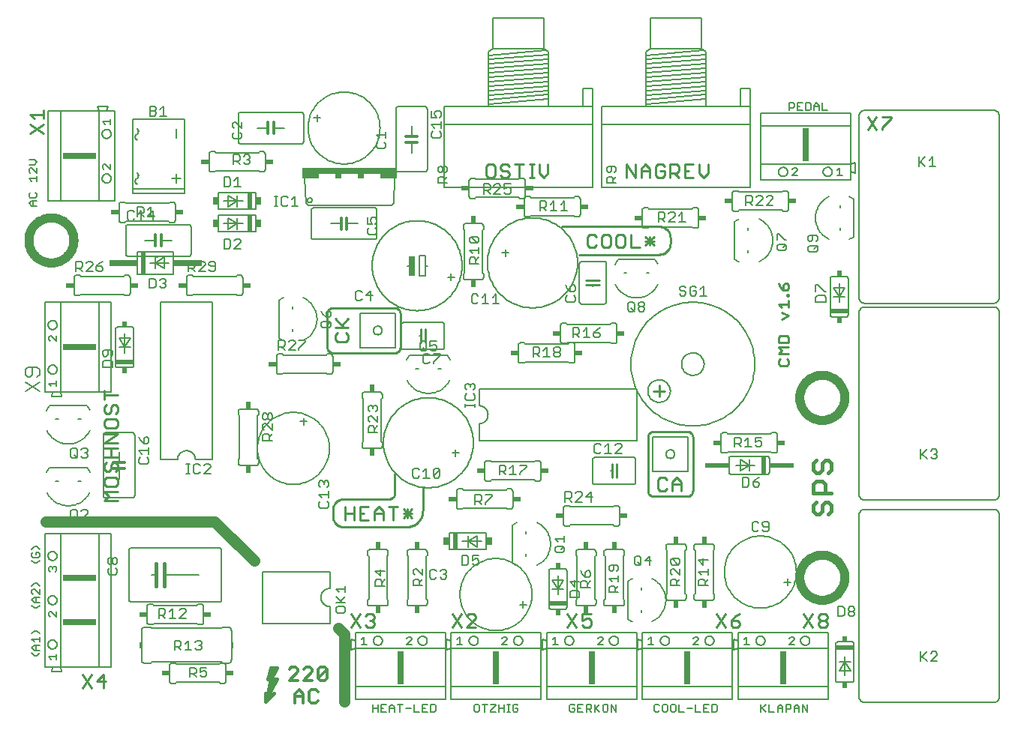
<source format=gbr>
G75*
G70*
%OFA0B0*%
%FSLAX24Y24*%
%IPPOS*%
%LPD*%
%AMOC8*
5,1,8,0,0,1.08239X$1,22.5*
%
%ADD10C,0.0100*%
%ADD11C,0.0110*%
%ADD12C,0.0180*%
%ADD13C,0.0400*%
%ADD14C,0.0060*%
%ADD15C,0.0500*%
%ADD16C,0.0160*%
%ADD17C,0.0130*%
%ADD18C,0.0050*%
%ADD19R,0.1500X0.0300*%
%ADD20C,0.0080*%
%ADD21R,0.0340X0.0240*%
%ADD22C,0.0120*%
%ADD23R,0.0240X0.0340*%
%ADD24R,0.0300X0.1500*%
%ADD25R,0.0200X0.0736*%
%ADD26R,0.0250X0.0335*%
%ADD27R,0.0200X0.1000*%
%ADD28R,0.0750X0.0300*%
%ADD29R,0.0800X0.0200*%
%ADD30R,0.0200X0.0250*%
%ADD31R,0.0110X0.0300*%
%ADD32R,0.0200X0.0800*%
%ADD33R,0.1100X0.0200*%
%ADD34R,0.4200X0.0300*%
%ADD35R,0.0750X0.0200*%
%ADD36R,0.0300X0.0200*%
%ADD37C,0.0070*%
%ADD38R,0.0250X0.0900*%
D10*
X020930Y019643D02*
X023680Y019643D01*
X023734Y019645D01*
X023787Y019651D01*
X023839Y019660D01*
X023891Y019673D01*
X023942Y019690D01*
X023992Y019711D01*
X024039Y019735D01*
X024085Y019762D01*
X024129Y019793D01*
X024171Y019826D01*
X024210Y019863D01*
X024247Y019902D01*
X024280Y019944D01*
X024311Y019988D01*
X024338Y020034D01*
X024362Y020081D01*
X024383Y020131D01*
X024400Y020182D01*
X024413Y020234D01*
X024422Y020286D01*
X024428Y020339D01*
X024430Y020393D01*
X024430Y021393D01*
X023180Y021143D02*
X023180Y022018D01*
X023180Y021143D02*
X023178Y021113D01*
X023173Y021083D01*
X023164Y021054D01*
X023151Y021027D01*
X023136Y021001D01*
X023117Y020977D01*
X023096Y020956D01*
X023072Y020937D01*
X023046Y020922D01*
X023019Y020909D01*
X022990Y020900D01*
X022960Y020895D01*
X022930Y020893D01*
X020930Y020893D01*
X020886Y020891D01*
X020843Y020885D01*
X020801Y020876D01*
X020759Y020863D01*
X020719Y020846D01*
X020680Y020826D01*
X020643Y020803D01*
X020609Y020776D01*
X020576Y020747D01*
X020547Y020714D01*
X020520Y020680D01*
X020497Y020643D01*
X020477Y020604D01*
X020460Y020564D01*
X020447Y020522D01*
X020438Y020480D01*
X020432Y020437D01*
X020430Y020393D01*
X020430Y020143D01*
X020432Y020099D01*
X020438Y020056D01*
X020447Y020014D01*
X020460Y019972D01*
X020477Y019932D01*
X020497Y019893D01*
X020520Y019856D01*
X020547Y019822D01*
X020576Y019789D01*
X020609Y019760D01*
X020643Y019733D01*
X020680Y019710D01*
X020719Y019690D01*
X020759Y019673D01*
X020801Y019660D01*
X020843Y019651D01*
X020886Y019645D01*
X020930Y019643D01*
X020430Y027393D02*
X023180Y027393D01*
X023210Y027395D01*
X023240Y027400D01*
X023269Y027409D01*
X023296Y027422D01*
X023322Y027437D01*
X023346Y027456D01*
X023367Y027477D01*
X023386Y027501D01*
X023401Y027527D01*
X023414Y027554D01*
X023423Y027583D01*
X023428Y027613D01*
X023430Y027643D01*
X023430Y029143D01*
X023428Y029173D01*
X023423Y029203D01*
X023414Y029232D01*
X023401Y029259D01*
X023386Y029285D01*
X023367Y029309D01*
X023346Y029330D01*
X023322Y029349D01*
X023296Y029364D01*
X023269Y029377D01*
X023240Y029386D01*
X023210Y029391D01*
X023180Y029393D01*
X020430Y029393D01*
X020400Y029391D01*
X020370Y029386D01*
X020341Y029377D01*
X020314Y029364D01*
X020288Y029349D01*
X020264Y029330D01*
X020243Y029309D01*
X020224Y029285D01*
X020209Y029259D01*
X020196Y029232D01*
X020187Y029203D01*
X020182Y029173D01*
X020180Y029143D01*
X020180Y027643D01*
X020182Y027613D01*
X020187Y027583D01*
X020196Y027554D01*
X020209Y027527D01*
X020224Y027501D01*
X020243Y027477D01*
X020264Y027456D01*
X020288Y027437D01*
X020314Y027422D01*
X020341Y027409D01*
X020370Y027400D01*
X020400Y027395D01*
X020430Y027393D01*
X024330Y027843D02*
X024330Y028143D01*
X024330Y028443D01*
X024530Y028443D02*
X024530Y028143D01*
X024530Y027843D01*
X031693Y030418D02*
X031993Y030418D01*
X032293Y030418D01*
X032293Y030618D02*
X031993Y030618D01*
X031693Y030618D01*
X031368Y031768D02*
X034930Y031768D01*
X034974Y031770D01*
X035017Y031776D01*
X035059Y031785D01*
X035101Y031798D01*
X035141Y031815D01*
X035180Y031835D01*
X035217Y031858D01*
X035251Y031885D01*
X035284Y031914D01*
X035313Y031947D01*
X035340Y031981D01*
X035363Y032018D01*
X035383Y032057D01*
X035400Y032097D01*
X035413Y032139D01*
X035422Y032181D01*
X035428Y032224D01*
X035430Y032268D01*
X035430Y032518D01*
X035428Y032562D01*
X035422Y032605D01*
X035413Y032647D01*
X035400Y032689D01*
X035383Y032729D01*
X035363Y032768D01*
X035340Y032805D01*
X035313Y032839D01*
X035284Y032872D01*
X035251Y032901D01*
X035217Y032928D01*
X035180Y032951D01*
X035141Y032971D01*
X035101Y032988D01*
X035059Y033001D01*
X035017Y033010D01*
X034974Y033016D01*
X034930Y033018D01*
X030618Y033018D01*
X040230Y030485D02*
X040306Y030331D01*
X040460Y030178D01*
X040460Y030408D01*
X040537Y030485D01*
X040613Y030485D01*
X040690Y030408D01*
X040690Y030254D01*
X040613Y030178D01*
X040460Y030178D01*
X040613Y029997D02*
X040690Y029997D01*
X040690Y029920D01*
X040613Y029920D01*
X040613Y029997D01*
X040690Y029711D02*
X040690Y029404D01*
X040690Y029558D02*
X040230Y029558D01*
X040383Y029404D01*
X040383Y029195D02*
X040690Y029042D01*
X040383Y028889D01*
X040306Y028164D02*
X040230Y028087D01*
X040230Y027857D01*
X040690Y027857D01*
X040690Y028087D01*
X040613Y028164D01*
X040306Y028164D01*
X040230Y027649D02*
X040690Y027649D01*
X040690Y027342D02*
X040230Y027342D01*
X040383Y027495D01*
X040230Y027649D01*
X040306Y027133D02*
X040230Y027056D01*
X040230Y026903D01*
X040306Y026826D01*
X040613Y026826D01*
X040690Y026903D01*
X040690Y027056D01*
X040613Y027133D01*
X036180Y023893D02*
X034680Y023893D01*
X034650Y023891D01*
X034620Y023886D01*
X034591Y023877D01*
X034564Y023864D01*
X034538Y023849D01*
X034514Y023830D01*
X034493Y023809D01*
X034474Y023785D01*
X034459Y023759D01*
X034446Y023732D01*
X034437Y023703D01*
X034432Y023673D01*
X034430Y023643D01*
X034430Y021268D01*
X034432Y021238D01*
X034437Y021208D01*
X034446Y021179D01*
X034459Y021152D01*
X034474Y021126D01*
X034493Y021102D01*
X034514Y021081D01*
X034538Y021062D01*
X034564Y021047D01*
X034591Y021034D01*
X034620Y021025D01*
X034650Y021020D01*
X034680Y021018D01*
X036180Y021018D01*
X036210Y021020D01*
X036240Y021025D01*
X036269Y021034D01*
X036296Y021047D01*
X036322Y021062D01*
X036346Y021081D01*
X036367Y021102D01*
X036386Y021126D01*
X036401Y021152D01*
X036414Y021179D01*
X036423Y021208D01*
X036428Y021238D01*
X036430Y021268D01*
X036430Y023643D01*
X036428Y023673D01*
X036423Y023703D01*
X036414Y023732D01*
X036401Y023759D01*
X036386Y023785D01*
X036367Y023809D01*
X036346Y023830D01*
X036322Y023849D01*
X036296Y023864D01*
X036269Y023877D01*
X036240Y023886D01*
X036210Y023891D01*
X036180Y023893D01*
X034930Y025443D02*
X034930Y025943D01*
X035180Y025693D02*
X034680Y025693D01*
X033030Y022443D02*
X033030Y022143D01*
X033030Y021843D01*
X032830Y021843D02*
X032830Y022143D01*
X032830Y022443D01*
D11*
X034883Y021740D02*
X034883Y021347D01*
X034982Y021248D01*
X035179Y021248D01*
X035277Y021347D01*
X035528Y021248D02*
X035528Y021642D01*
X035725Y021839D01*
X035922Y021642D01*
X035922Y021248D01*
X035922Y021544D02*
X035528Y021544D01*
X035277Y021740D02*
X035179Y021839D01*
X034982Y021839D01*
X034883Y021740D01*
X037485Y015789D02*
X037879Y015198D01*
X038130Y015297D02*
X038228Y015198D01*
X038425Y015198D01*
X038523Y015297D01*
X038523Y015395D01*
X038425Y015494D01*
X038130Y015494D01*
X038130Y015297D01*
X038130Y015494D02*
X038326Y015690D01*
X038523Y015789D01*
X037879Y015789D02*
X037485Y015198D01*
X041360Y015198D02*
X041754Y015789D01*
X042005Y015690D02*
X042005Y015592D01*
X042103Y015494D01*
X042300Y015494D01*
X042398Y015395D01*
X042398Y015297D01*
X042300Y015198D01*
X042103Y015198D01*
X042005Y015297D01*
X042005Y015395D01*
X042103Y015494D01*
X042300Y015494D02*
X042398Y015592D01*
X042398Y015690D01*
X042300Y015789D01*
X042103Y015789D01*
X042005Y015690D01*
X041754Y015198D02*
X041360Y015789D01*
X031898Y015789D02*
X031505Y015789D01*
X031505Y015494D01*
X031701Y015592D01*
X031800Y015592D01*
X031898Y015494D01*
X031898Y015297D01*
X031800Y015198D01*
X031603Y015198D01*
X031505Y015297D01*
X031254Y015198D02*
X030860Y015789D01*
X031254Y015789D02*
X030860Y015198D01*
X026773Y015198D02*
X026380Y015198D01*
X026773Y015592D01*
X026773Y015690D01*
X026675Y015789D01*
X026478Y015789D01*
X026380Y015690D01*
X026129Y015789D02*
X025735Y015198D01*
X026129Y015198D02*
X025735Y015789D01*
X022273Y015690D02*
X022273Y015592D01*
X022175Y015494D01*
X022273Y015395D01*
X022273Y015297D01*
X022175Y015198D01*
X021978Y015198D01*
X021880Y015297D01*
X021629Y015198D02*
X021235Y015789D01*
X021629Y015789D02*
X021235Y015198D01*
X021880Y015690D02*
X021978Y015789D01*
X022175Y015789D01*
X022273Y015690D01*
X022175Y015494D02*
X022076Y015494D01*
X022023Y019948D02*
X021630Y019948D01*
X021630Y020539D01*
X022023Y020539D01*
X022274Y020342D02*
X022471Y020539D01*
X022668Y020342D01*
X022668Y019948D01*
X022668Y020244D02*
X022274Y020244D01*
X022274Y020342D02*
X022274Y019948D01*
X021826Y020244D02*
X021630Y020244D01*
X021379Y020244D02*
X020985Y020244D01*
X020985Y020539D02*
X020985Y019948D01*
X021379Y019948D02*
X021379Y020539D01*
X022919Y020539D02*
X023312Y020539D01*
X023115Y020539D02*
X023115Y019948D01*
X023563Y020047D02*
X023957Y020440D01*
X023957Y020244D02*
X023563Y020244D01*
X023563Y020440D02*
X023957Y020047D01*
X023760Y020047D02*
X023760Y020440D01*
X021027Y027886D02*
X020633Y027886D01*
X020534Y027984D01*
X020534Y028181D01*
X020633Y028279D01*
X020534Y028530D02*
X021125Y028530D01*
X020928Y028530D02*
X020534Y028924D01*
X020830Y028629D02*
X021125Y028924D01*
X021027Y028279D02*
X021125Y028181D01*
X021125Y027984D01*
X021027Y027886D01*
X010875Y025532D02*
X010284Y025532D01*
X010284Y025335D02*
X010284Y025729D01*
X010383Y025084D02*
X010284Y024986D01*
X010284Y024789D01*
X010383Y024691D01*
X010481Y024691D01*
X010580Y024789D01*
X010580Y024986D01*
X010678Y025084D01*
X010777Y025084D01*
X010875Y024986D01*
X010875Y024789D01*
X010777Y024691D01*
X010777Y024440D02*
X010383Y024440D01*
X010284Y024341D01*
X010284Y024144D01*
X010383Y024046D01*
X010777Y024046D01*
X010875Y024144D01*
X010875Y024341D01*
X010777Y024440D01*
X010875Y023795D02*
X010284Y023795D01*
X010284Y023402D02*
X010875Y023795D01*
X010875Y023402D02*
X010284Y023402D01*
X010284Y023151D02*
X010875Y023151D01*
X010580Y023151D02*
X010580Y022757D01*
X010678Y022506D02*
X010777Y022506D01*
X010875Y022408D01*
X010875Y022211D01*
X010777Y022112D01*
X010580Y022211D02*
X010580Y022408D01*
X010678Y022506D01*
X010383Y022506D02*
X010284Y022408D01*
X010284Y022211D01*
X010383Y022112D01*
X010481Y022112D01*
X010580Y022211D01*
X010777Y021862D02*
X010383Y021862D01*
X010284Y021763D01*
X010284Y021566D01*
X010383Y021468D01*
X010777Y021468D01*
X010875Y021566D01*
X010875Y021763D01*
X010777Y021862D01*
X010875Y021217D02*
X010284Y021217D01*
X010481Y021020D01*
X010284Y020823D01*
X010875Y020823D01*
X010875Y022757D02*
X010284Y022757D01*
X010251Y013089D02*
X009955Y012794D01*
X010349Y012794D01*
X010251Y013089D02*
X010251Y012498D01*
X009705Y012498D02*
X009311Y013089D01*
X009705Y013089D02*
X009311Y012498D01*
X031735Y032172D02*
X031833Y032073D01*
X032030Y032073D01*
X032129Y032172D01*
X032380Y032172D02*
X032478Y032073D01*
X032675Y032073D01*
X032773Y032172D01*
X032773Y032565D01*
X032675Y032664D01*
X032478Y032664D01*
X032380Y032565D01*
X032380Y032172D01*
X032129Y032565D02*
X032030Y032664D01*
X031833Y032664D01*
X031735Y032565D01*
X031735Y032172D01*
X033024Y032172D02*
X033123Y032073D01*
X033319Y032073D01*
X033418Y032172D01*
X033418Y032565D01*
X033319Y032664D01*
X033123Y032664D01*
X033024Y032565D01*
X033024Y032172D01*
X033669Y032073D02*
X034062Y032073D01*
X034313Y032172D02*
X034707Y032565D01*
X034707Y032369D02*
X034313Y032369D01*
X034313Y032565D02*
X034707Y032172D01*
X034510Y032172D02*
X034510Y032565D01*
X033669Y032664D02*
X033669Y032073D01*
X033485Y035198D02*
X033485Y035789D01*
X033879Y035198D01*
X033879Y035789D01*
X034130Y035592D02*
X034326Y035789D01*
X034523Y035592D01*
X034523Y035198D01*
X034774Y035297D02*
X034873Y035198D01*
X035069Y035198D01*
X035168Y035297D01*
X035168Y035494D01*
X034971Y035494D01*
X035168Y035690D02*
X035069Y035789D01*
X034873Y035789D01*
X034774Y035690D01*
X034774Y035297D01*
X034523Y035494D02*
X034130Y035494D01*
X034130Y035592D02*
X034130Y035198D01*
X035419Y035198D02*
X035419Y035789D01*
X035714Y035789D01*
X035812Y035690D01*
X035812Y035494D01*
X035714Y035395D01*
X035419Y035395D01*
X035615Y035395D02*
X035812Y035198D01*
X036063Y035198D02*
X036457Y035198D01*
X036708Y035395D02*
X036905Y035198D01*
X037101Y035395D01*
X037101Y035789D01*
X036708Y035789D02*
X036708Y035395D01*
X036260Y035494D02*
X036063Y035494D01*
X036063Y035789D02*
X036063Y035198D01*
X036063Y035789D02*
X036457Y035789D01*
X029992Y035789D02*
X029992Y035395D01*
X029795Y035198D01*
X029598Y035395D01*
X029598Y035789D01*
X029365Y035789D02*
X029169Y035789D01*
X029267Y035789D02*
X029267Y035198D01*
X029169Y035198D02*
X029365Y035198D01*
X028721Y035198D02*
X028721Y035789D01*
X028524Y035789D02*
X028918Y035789D01*
X028273Y035690D02*
X028175Y035789D01*
X027978Y035789D01*
X027880Y035690D01*
X027880Y035592D01*
X027978Y035494D01*
X028175Y035494D01*
X028273Y035395D01*
X028273Y035297D01*
X028175Y035198D01*
X027978Y035198D01*
X027880Y035297D01*
X027629Y035297D02*
X027530Y035198D01*
X027333Y035198D01*
X027235Y035297D01*
X027235Y035690D01*
X027333Y035789D01*
X027530Y035789D01*
X027629Y035690D01*
X027629Y035297D01*
X044196Y037311D02*
X044590Y037901D01*
X044840Y037901D02*
X045234Y037901D01*
X045234Y037803D01*
X044840Y037409D01*
X044840Y037311D01*
X044590Y037311D02*
X044196Y037901D01*
X007575Y037804D02*
X007575Y038197D01*
X007575Y038001D02*
X006984Y038001D01*
X007181Y037804D01*
X006984Y037553D02*
X007575Y037159D01*
X007575Y037553D02*
X006984Y037159D01*
D12*
X041769Y022473D02*
X041769Y022199D01*
X041906Y022063D01*
X042043Y022063D01*
X042180Y022199D01*
X042180Y022473D01*
X042316Y022610D01*
X042453Y022610D01*
X042590Y022473D01*
X042590Y022199D01*
X042453Y022063D01*
X042180Y021689D02*
X042316Y021552D01*
X042316Y021142D01*
X042590Y021142D02*
X041769Y021142D01*
X041769Y021552D01*
X041906Y021689D01*
X042180Y021689D01*
X041769Y022473D02*
X041906Y022610D01*
X041906Y020768D02*
X041769Y020631D01*
X041769Y020358D01*
X041906Y020221D01*
X042043Y020221D01*
X042180Y020358D01*
X042180Y020631D01*
X042316Y020768D01*
X042453Y020768D01*
X042590Y020631D01*
X042590Y020358D01*
X042453Y020221D01*
D13*
X041180Y017393D02*
X041182Y017456D01*
X041188Y017518D01*
X041198Y017580D01*
X041211Y017642D01*
X041229Y017702D01*
X041250Y017761D01*
X041275Y017819D01*
X041304Y017875D01*
X041336Y017929D01*
X041371Y017981D01*
X041409Y018030D01*
X041451Y018078D01*
X041495Y018122D01*
X041543Y018164D01*
X041592Y018202D01*
X041644Y018237D01*
X041698Y018269D01*
X041754Y018298D01*
X041812Y018323D01*
X041871Y018344D01*
X041931Y018362D01*
X041993Y018375D01*
X042055Y018385D01*
X042117Y018391D01*
X042180Y018393D01*
X042243Y018391D01*
X042305Y018385D01*
X042367Y018375D01*
X042429Y018362D01*
X042489Y018344D01*
X042548Y018323D01*
X042606Y018298D01*
X042662Y018269D01*
X042716Y018237D01*
X042768Y018202D01*
X042817Y018164D01*
X042865Y018122D01*
X042909Y018078D01*
X042951Y018030D01*
X042989Y017981D01*
X043024Y017929D01*
X043056Y017875D01*
X043085Y017819D01*
X043110Y017761D01*
X043131Y017702D01*
X043149Y017642D01*
X043162Y017580D01*
X043172Y017518D01*
X043178Y017456D01*
X043180Y017393D01*
X043178Y017330D01*
X043172Y017268D01*
X043162Y017206D01*
X043149Y017144D01*
X043131Y017084D01*
X043110Y017025D01*
X043085Y016967D01*
X043056Y016911D01*
X043024Y016857D01*
X042989Y016805D01*
X042951Y016756D01*
X042909Y016708D01*
X042865Y016664D01*
X042817Y016622D01*
X042768Y016584D01*
X042716Y016549D01*
X042662Y016517D01*
X042606Y016488D01*
X042548Y016463D01*
X042489Y016442D01*
X042429Y016424D01*
X042367Y016411D01*
X042305Y016401D01*
X042243Y016395D01*
X042180Y016393D01*
X042117Y016395D01*
X042055Y016401D01*
X041993Y016411D01*
X041931Y016424D01*
X041871Y016442D01*
X041812Y016463D01*
X041754Y016488D01*
X041698Y016517D01*
X041644Y016549D01*
X041592Y016584D01*
X041543Y016622D01*
X041495Y016664D01*
X041451Y016708D01*
X041409Y016756D01*
X041371Y016805D01*
X041336Y016857D01*
X041304Y016911D01*
X041275Y016967D01*
X041250Y017025D01*
X041229Y017084D01*
X041211Y017144D01*
X041198Y017206D01*
X041188Y017268D01*
X041182Y017330D01*
X041180Y017393D01*
X041180Y025393D02*
X041182Y025456D01*
X041188Y025518D01*
X041198Y025580D01*
X041211Y025642D01*
X041229Y025702D01*
X041250Y025761D01*
X041275Y025819D01*
X041304Y025875D01*
X041336Y025929D01*
X041371Y025981D01*
X041409Y026030D01*
X041451Y026078D01*
X041495Y026122D01*
X041543Y026164D01*
X041592Y026202D01*
X041644Y026237D01*
X041698Y026269D01*
X041754Y026298D01*
X041812Y026323D01*
X041871Y026344D01*
X041931Y026362D01*
X041993Y026375D01*
X042055Y026385D01*
X042117Y026391D01*
X042180Y026393D01*
X042243Y026391D01*
X042305Y026385D01*
X042367Y026375D01*
X042429Y026362D01*
X042489Y026344D01*
X042548Y026323D01*
X042606Y026298D01*
X042662Y026269D01*
X042716Y026237D01*
X042768Y026202D01*
X042817Y026164D01*
X042865Y026122D01*
X042909Y026078D01*
X042951Y026030D01*
X042989Y025981D01*
X043024Y025929D01*
X043056Y025875D01*
X043085Y025819D01*
X043110Y025761D01*
X043131Y025702D01*
X043149Y025642D01*
X043162Y025580D01*
X043172Y025518D01*
X043178Y025456D01*
X043180Y025393D01*
X043178Y025330D01*
X043172Y025268D01*
X043162Y025206D01*
X043149Y025144D01*
X043131Y025084D01*
X043110Y025025D01*
X043085Y024967D01*
X043056Y024911D01*
X043024Y024857D01*
X042989Y024805D01*
X042951Y024756D01*
X042909Y024708D01*
X042865Y024664D01*
X042817Y024622D01*
X042768Y024584D01*
X042716Y024549D01*
X042662Y024517D01*
X042606Y024488D01*
X042548Y024463D01*
X042489Y024442D01*
X042429Y024424D01*
X042367Y024411D01*
X042305Y024401D01*
X042243Y024395D01*
X042180Y024393D01*
X042117Y024395D01*
X042055Y024401D01*
X041993Y024411D01*
X041931Y024424D01*
X041871Y024442D01*
X041812Y024463D01*
X041754Y024488D01*
X041698Y024517D01*
X041644Y024549D01*
X041592Y024584D01*
X041543Y024622D01*
X041495Y024664D01*
X041451Y024708D01*
X041409Y024756D01*
X041371Y024805D01*
X041336Y024857D01*
X041304Y024911D01*
X041275Y024967D01*
X041250Y025025D01*
X041229Y025084D01*
X041211Y025144D01*
X041198Y025206D01*
X041188Y025268D01*
X041182Y025330D01*
X041180Y025393D01*
X006930Y032393D02*
X006932Y032456D01*
X006938Y032518D01*
X006948Y032580D01*
X006961Y032642D01*
X006979Y032702D01*
X007000Y032761D01*
X007025Y032819D01*
X007054Y032875D01*
X007086Y032929D01*
X007121Y032981D01*
X007159Y033030D01*
X007201Y033078D01*
X007245Y033122D01*
X007293Y033164D01*
X007342Y033202D01*
X007394Y033237D01*
X007448Y033269D01*
X007504Y033298D01*
X007562Y033323D01*
X007621Y033344D01*
X007681Y033362D01*
X007743Y033375D01*
X007805Y033385D01*
X007867Y033391D01*
X007930Y033393D01*
X007993Y033391D01*
X008055Y033385D01*
X008117Y033375D01*
X008179Y033362D01*
X008239Y033344D01*
X008298Y033323D01*
X008356Y033298D01*
X008412Y033269D01*
X008466Y033237D01*
X008518Y033202D01*
X008567Y033164D01*
X008615Y033122D01*
X008659Y033078D01*
X008701Y033030D01*
X008739Y032981D01*
X008774Y032929D01*
X008806Y032875D01*
X008835Y032819D01*
X008860Y032761D01*
X008881Y032702D01*
X008899Y032642D01*
X008912Y032580D01*
X008922Y032518D01*
X008928Y032456D01*
X008930Y032393D01*
X008928Y032330D01*
X008922Y032268D01*
X008912Y032206D01*
X008899Y032144D01*
X008881Y032084D01*
X008860Y032025D01*
X008835Y031967D01*
X008806Y031911D01*
X008774Y031857D01*
X008739Y031805D01*
X008701Y031756D01*
X008659Y031708D01*
X008615Y031664D01*
X008567Y031622D01*
X008518Y031584D01*
X008466Y031549D01*
X008412Y031517D01*
X008356Y031488D01*
X008298Y031463D01*
X008239Y031442D01*
X008179Y031424D01*
X008117Y031411D01*
X008055Y031401D01*
X007993Y031395D01*
X007930Y031393D01*
X007867Y031395D01*
X007805Y031401D01*
X007743Y031411D01*
X007681Y031424D01*
X007621Y031442D01*
X007562Y031463D01*
X007504Y031488D01*
X007448Y031517D01*
X007394Y031549D01*
X007342Y031584D01*
X007293Y031622D01*
X007245Y031664D01*
X007201Y031708D01*
X007159Y031756D01*
X007121Y031805D01*
X007086Y031857D01*
X007054Y031911D01*
X007025Y031967D01*
X007000Y032025D01*
X006979Y032084D01*
X006961Y032144D01*
X006948Y032206D01*
X006938Y032268D01*
X006932Y032330D01*
X006930Y032393D01*
D14*
X008930Y030743D02*
X008930Y030043D01*
X008932Y030026D01*
X008936Y030009D01*
X008943Y029993D01*
X008953Y029979D01*
X008966Y029966D01*
X008980Y029956D01*
X008996Y029949D01*
X009013Y029945D01*
X009030Y029943D01*
X009180Y029943D01*
X009230Y029993D01*
X011130Y029993D01*
X011180Y029943D01*
X011330Y029943D01*
X011347Y029945D01*
X011364Y029949D01*
X011380Y029956D01*
X011394Y029966D01*
X011407Y029979D01*
X011417Y029993D01*
X011424Y030009D01*
X011428Y030026D01*
X011430Y030043D01*
X011430Y030743D01*
X011428Y030760D01*
X011424Y030777D01*
X011417Y030793D01*
X011407Y030807D01*
X011394Y030820D01*
X011380Y030830D01*
X011364Y030837D01*
X011347Y030841D01*
X011330Y030843D01*
X011180Y030843D01*
X011130Y030793D01*
X009230Y030793D01*
X009180Y030843D01*
X009030Y030843D01*
X009013Y030841D01*
X008996Y030837D01*
X008980Y030830D01*
X008966Y030820D01*
X008953Y030807D01*
X008943Y030793D01*
X008936Y030777D01*
X008932Y030760D01*
X008930Y030743D01*
X008330Y029643D02*
X007630Y029643D01*
X007630Y025643D01*
X007980Y025643D01*
X008330Y025643D01*
X010030Y025643D01*
X010030Y029643D01*
X010580Y029643D01*
X010580Y025643D01*
X010030Y025643D01*
X008380Y025443D02*
X008330Y025643D01*
X008330Y029643D01*
X010030Y029643D01*
X010880Y028543D02*
X011480Y028543D01*
X011497Y028541D01*
X011514Y028537D01*
X011530Y028530D01*
X011544Y028520D01*
X011557Y028507D01*
X011567Y028493D01*
X011574Y028477D01*
X011578Y028460D01*
X011580Y028443D01*
X011580Y026843D01*
X011578Y026826D01*
X011574Y026809D01*
X011567Y026793D01*
X011557Y026779D01*
X011544Y026766D01*
X011530Y026756D01*
X011514Y026749D01*
X011497Y026745D01*
X011480Y026743D01*
X010880Y026743D01*
X010863Y026745D01*
X010846Y026749D01*
X010830Y026756D01*
X010816Y026766D01*
X010803Y026779D01*
X010793Y026793D01*
X010786Y026809D01*
X010782Y026826D01*
X010780Y026843D01*
X010780Y028443D01*
X010782Y028460D01*
X010786Y028477D01*
X010793Y028493D01*
X010803Y028507D01*
X010816Y028520D01*
X010830Y028530D01*
X010846Y028537D01*
X010863Y028541D01*
X010880Y028543D01*
X011180Y028243D02*
X011180Y027643D01*
X011430Y027643D01*
X011180Y027643D02*
X010930Y027643D01*
X011180Y027643D02*
X010930Y028043D01*
X011430Y028043D01*
X011180Y027643D01*
X011180Y027393D01*
X008380Y025443D02*
X007930Y025443D01*
X007980Y025643D01*
X007780Y026653D02*
X007782Y026681D01*
X007788Y026708D01*
X007797Y026734D01*
X007810Y026759D01*
X007827Y026782D01*
X007846Y026802D01*
X007868Y026819D01*
X007892Y026833D01*
X007918Y026843D01*
X007945Y026850D01*
X007973Y026853D01*
X008001Y026852D01*
X008028Y026847D01*
X008055Y026838D01*
X008080Y026826D01*
X008103Y026811D01*
X008124Y026792D01*
X008142Y026771D01*
X008157Y026747D01*
X008168Y026721D01*
X008176Y026695D01*
X008180Y026667D01*
X008180Y026639D01*
X008176Y026611D01*
X008168Y026585D01*
X008157Y026559D01*
X008142Y026535D01*
X008124Y026514D01*
X008103Y026495D01*
X008080Y026480D01*
X008055Y026468D01*
X008028Y026459D01*
X008001Y026454D01*
X007973Y026453D01*
X007945Y026456D01*
X007918Y026463D01*
X007892Y026473D01*
X007868Y026487D01*
X007846Y026504D01*
X007827Y026524D01*
X007810Y026547D01*
X007797Y026572D01*
X007788Y026598D01*
X007782Y026625D01*
X007780Y026653D01*
X007780Y028633D02*
X007782Y028661D01*
X007788Y028688D01*
X007797Y028714D01*
X007810Y028739D01*
X007827Y028762D01*
X007846Y028782D01*
X007868Y028799D01*
X007892Y028813D01*
X007918Y028823D01*
X007945Y028830D01*
X007973Y028833D01*
X008001Y028832D01*
X008028Y028827D01*
X008055Y028818D01*
X008080Y028806D01*
X008103Y028791D01*
X008124Y028772D01*
X008142Y028751D01*
X008157Y028727D01*
X008168Y028701D01*
X008176Y028675D01*
X008180Y028647D01*
X008180Y028619D01*
X008176Y028591D01*
X008168Y028565D01*
X008157Y028539D01*
X008142Y028515D01*
X008124Y028494D01*
X008103Y028475D01*
X008080Y028460D01*
X008055Y028448D01*
X008028Y028439D01*
X008001Y028434D01*
X007973Y028433D01*
X007945Y028436D01*
X007918Y028443D01*
X007892Y028453D01*
X007868Y028467D01*
X007846Y028484D01*
X007827Y028504D01*
X007810Y028527D01*
X007797Y028552D01*
X007788Y028578D01*
X007782Y028605D01*
X007780Y028633D01*
X011755Y030893D02*
X011755Y031893D01*
X013355Y031893D01*
X013355Y030893D01*
X011755Y030893D01*
X012305Y031393D02*
X012555Y031393D01*
X012555Y031643D01*
X012655Y031643D01*
X012555Y031393D02*
X012955Y031643D01*
X012955Y031143D01*
X012555Y031393D01*
X012555Y031143D01*
X012555Y031393D02*
X013155Y031393D01*
X014030Y031693D02*
X011330Y031693D01*
X011313Y031695D01*
X011296Y031699D01*
X011280Y031706D01*
X011266Y031716D01*
X011253Y031729D01*
X011243Y031743D01*
X011236Y031759D01*
X011232Y031776D01*
X011230Y031793D01*
X011230Y032993D01*
X011232Y033010D01*
X011236Y033027D01*
X011243Y033043D01*
X011253Y033057D01*
X011266Y033070D01*
X011280Y033080D01*
X011296Y033087D01*
X011313Y033091D01*
X011330Y033093D01*
X014030Y033093D01*
X014047Y033091D01*
X014064Y033087D01*
X014080Y033080D01*
X014094Y033070D01*
X014107Y033057D01*
X014117Y033043D01*
X014124Y033027D01*
X014128Y033010D01*
X014130Y032993D01*
X014130Y031793D01*
X014128Y031776D01*
X014124Y031759D01*
X014117Y031743D01*
X014107Y031729D01*
X014094Y031716D01*
X014080Y031706D01*
X014064Y031699D01*
X014047Y031695D01*
X014030Y031693D01*
X013280Y032393D02*
X012810Y032393D01*
X012560Y032393D02*
X012080Y032393D01*
X011230Y033243D02*
X013130Y033243D01*
X013180Y033193D01*
X013330Y033193D01*
X013347Y033195D01*
X013364Y033199D01*
X013380Y033206D01*
X013394Y033216D01*
X013407Y033229D01*
X013417Y033243D01*
X013424Y033259D01*
X013428Y033276D01*
X013430Y033293D01*
X013430Y033993D01*
X013428Y034010D01*
X013424Y034027D01*
X013417Y034043D01*
X013407Y034057D01*
X013394Y034070D01*
X013380Y034080D01*
X013364Y034087D01*
X013347Y034091D01*
X013330Y034093D01*
X013180Y034093D01*
X013130Y034043D01*
X011230Y034043D01*
X011180Y034093D01*
X011030Y034093D01*
X011013Y034091D01*
X010996Y034087D01*
X010980Y034080D01*
X010966Y034070D01*
X010953Y034057D01*
X010943Y034043D01*
X010936Y034027D01*
X010932Y034010D01*
X010930Y033993D01*
X010930Y033293D01*
X010932Y033276D01*
X010936Y033259D01*
X010943Y033243D01*
X010953Y033229D01*
X010966Y033216D01*
X010980Y033206D01*
X010996Y033199D01*
X011013Y033195D01*
X011030Y033193D01*
X011180Y033193D01*
X011230Y033243D01*
X010730Y034143D02*
X010030Y034143D01*
X008330Y034143D01*
X007780Y034143D01*
X007780Y038143D01*
X008330Y038143D01*
X010030Y038143D01*
X010030Y034143D01*
X010730Y034143D02*
X010730Y038143D01*
X010380Y038143D01*
X010030Y038143D01*
X009980Y038343D01*
X010430Y038343D01*
X010380Y038143D01*
X010180Y037133D02*
X010182Y037161D01*
X010188Y037188D01*
X010197Y037214D01*
X010210Y037239D01*
X010227Y037262D01*
X010246Y037282D01*
X010268Y037299D01*
X010292Y037313D01*
X010318Y037323D01*
X010345Y037330D01*
X010373Y037333D01*
X010401Y037332D01*
X010428Y037327D01*
X010455Y037318D01*
X010480Y037306D01*
X010503Y037291D01*
X010524Y037272D01*
X010542Y037251D01*
X010557Y037227D01*
X010568Y037201D01*
X010576Y037175D01*
X010580Y037147D01*
X010580Y037119D01*
X010576Y037091D01*
X010568Y037065D01*
X010557Y037039D01*
X010542Y037015D01*
X010524Y036994D01*
X010503Y036975D01*
X010480Y036960D01*
X010455Y036948D01*
X010428Y036939D01*
X010401Y036934D01*
X010373Y036933D01*
X010345Y036936D01*
X010318Y036943D01*
X010292Y036953D01*
X010268Y036967D01*
X010246Y036984D01*
X010227Y037004D01*
X010210Y037027D01*
X010197Y037052D01*
X010188Y037078D01*
X010182Y037105D01*
X010180Y037133D01*
X011730Y037122D02*
X011747Y037137D01*
X011763Y037154D01*
X011775Y037174D01*
X011785Y037195D01*
X011791Y037217D01*
X011795Y037240D01*
X011795Y037264D01*
X011791Y037287D01*
X011785Y037309D01*
X011775Y037330D01*
X011763Y037350D01*
X011747Y037367D01*
X011730Y037382D01*
X011730Y037122D02*
X011710Y037109D01*
X011693Y037092D01*
X011678Y037072D01*
X011667Y037051D01*
X011659Y037028D01*
X011655Y037004D01*
X011655Y036980D01*
X011659Y036956D01*
X011667Y036933D01*
X011678Y036912D01*
X011693Y036892D01*
X011710Y036875D01*
X011730Y036862D01*
X011530Y037787D02*
X011530Y034702D01*
X013830Y034702D01*
X013830Y037787D01*
X011530Y037787D01*
X013480Y037343D02*
X013480Y036943D01*
X014930Y036243D02*
X014930Y035543D01*
X014932Y035526D01*
X014936Y035509D01*
X014943Y035493D01*
X014953Y035479D01*
X014966Y035466D01*
X014980Y035456D01*
X014996Y035449D01*
X015013Y035445D01*
X015030Y035443D01*
X015180Y035443D01*
X015230Y035493D01*
X017130Y035493D01*
X017180Y035443D01*
X017330Y035443D01*
X017347Y035445D01*
X017364Y035449D01*
X017380Y035456D01*
X017394Y035466D01*
X017407Y035479D01*
X017417Y035493D01*
X017424Y035509D01*
X017428Y035526D01*
X017430Y035543D01*
X017430Y036243D01*
X017428Y036260D01*
X017424Y036277D01*
X017417Y036293D01*
X017407Y036307D01*
X017394Y036320D01*
X017380Y036330D01*
X017364Y036337D01*
X017347Y036341D01*
X017330Y036343D01*
X017180Y036343D01*
X017130Y036293D01*
X015230Y036293D01*
X015180Y036343D01*
X015030Y036343D01*
X015013Y036341D01*
X014996Y036337D01*
X014980Y036330D01*
X014966Y036320D01*
X014953Y036307D01*
X014943Y036293D01*
X014936Y036277D01*
X014932Y036260D01*
X014930Y036243D01*
X016230Y036793D02*
X016230Y037993D01*
X016232Y038010D01*
X016236Y038027D01*
X016243Y038043D01*
X016253Y038057D01*
X016266Y038070D01*
X016280Y038080D01*
X016296Y038087D01*
X016313Y038091D01*
X016330Y038093D01*
X019030Y038093D01*
X019047Y038091D01*
X019064Y038087D01*
X019080Y038080D01*
X019094Y038070D01*
X019107Y038057D01*
X019117Y038043D01*
X019124Y038027D01*
X019128Y038010D01*
X019130Y037993D01*
X019130Y036793D01*
X019128Y036776D01*
X019124Y036759D01*
X019117Y036743D01*
X019107Y036729D01*
X019094Y036716D01*
X019080Y036706D01*
X019064Y036699D01*
X019047Y036695D01*
X019030Y036693D01*
X016330Y036693D01*
X016313Y036695D01*
X016296Y036699D01*
X016280Y036706D01*
X016266Y036716D01*
X016253Y036729D01*
X016243Y036743D01*
X016236Y036759D01*
X016232Y036776D01*
X016230Y036793D01*
X017080Y037393D02*
X017550Y037393D01*
X017800Y037393D02*
X018280Y037393D01*
X019580Y037843D02*
X019880Y037843D01*
X019730Y037693D02*
X019730Y037993D01*
X019330Y037393D02*
X019332Y037473D01*
X019338Y037552D01*
X019348Y037631D01*
X019362Y037710D01*
X019379Y037788D01*
X019401Y037865D01*
X019426Y037940D01*
X019456Y038014D01*
X019488Y038087D01*
X019525Y038158D01*
X019565Y038227D01*
X019608Y038294D01*
X019655Y038359D01*
X019704Y038421D01*
X019757Y038481D01*
X019813Y038538D01*
X019871Y038593D01*
X019932Y038644D01*
X019996Y038692D01*
X020062Y038737D01*
X020130Y038779D01*
X020200Y038817D01*
X020272Y038851D01*
X020345Y038882D01*
X020420Y038910D01*
X020497Y038933D01*
X020574Y038953D01*
X020652Y038969D01*
X020731Y038981D01*
X020810Y038989D01*
X020890Y038993D01*
X020970Y038993D01*
X021050Y038989D01*
X021129Y038981D01*
X021208Y038969D01*
X021286Y038953D01*
X021363Y038933D01*
X021440Y038910D01*
X021515Y038882D01*
X021588Y038851D01*
X021660Y038817D01*
X021730Y038779D01*
X021798Y038737D01*
X021864Y038692D01*
X021928Y038644D01*
X021989Y038593D01*
X022047Y038538D01*
X022103Y038481D01*
X022156Y038421D01*
X022205Y038359D01*
X022252Y038294D01*
X022295Y038227D01*
X022335Y038158D01*
X022372Y038087D01*
X022404Y038014D01*
X022434Y037940D01*
X022459Y037865D01*
X022481Y037788D01*
X022498Y037710D01*
X022512Y037631D01*
X022522Y037552D01*
X022528Y037473D01*
X022530Y037393D01*
X022528Y037313D01*
X022522Y037234D01*
X022512Y037155D01*
X022498Y037076D01*
X022481Y036998D01*
X022459Y036921D01*
X022434Y036846D01*
X022404Y036772D01*
X022372Y036699D01*
X022335Y036628D01*
X022295Y036559D01*
X022252Y036492D01*
X022205Y036427D01*
X022156Y036365D01*
X022103Y036305D01*
X022047Y036248D01*
X021989Y036193D01*
X021928Y036142D01*
X021864Y036094D01*
X021798Y036049D01*
X021730Y036007D01*
X021660Y035969D01*
X021588Y035935D01*
X021515Y035904D01*
X021440Y035876D01*
X021363Y035853D01*
X021286Y035833D01*
X021208Y035817D01*
X021129Y035805D01*
X021050Y035797D01*
X020970Y035793D01*
X020890Y035793D01*
X020810Y035797D01*
X020731Y035805D01*
X020652Y035817D01*
X020574Y035833D01*
X020497Y035853D01*
X020420Y035876D01*
X020345Y035904D01*
X020272Y035935D01*
X020200Y035969D01*
X020130Y036007D01*
X020062Y036049D01*
X019996Y036094D01*
X019932Y036142D01*
X019871Y036193D01*
X019813Y036248D01*
X019757Y036305D01*
X019704Y036365D01*
X019655Y036427D01*
X019608Y036492D01*
X019565Y036559D01*
X019525Y036628D01*
X019488Y036699D01*
X019456Y036772D01*
X019426Y036846D01*
X019401Y036921D01*
X019379Y036998D01*
X019362Y037076D01*
X019348Y037155D01*
X019338Y037234D01*
X019332Y037313D01*
X019330Y037393D01*
X017000Y034506D02*
X015360Y034506D01*
X015360Y033781D01*
X017000Y033781D01*
X017000Y034506D01*
X016430Y034143D02*
X016180Y034143D01*
X016180Y034393D01*
X016180Y034143D02*
X015580Y034143D01*
X015780Y033893D02*
X016180Y034143D01*
X016180Y033893D01*
X016180Y034143D02*
X015780Y034393D01*
X015780Y033893D01*
X015780Y033393D02*
X016180Y033143D01*
X016180Y033393D01*
X016180Y033143D02*
X016180Y032893D01*
X016180Y033143D02*
X015580Y033143D01*
X015780Y032893D02*
X015780Y033393D01*
X015360Y033506D02*
X015360Y032781D01*
X017000Y032781D01*
X017000Y033506D01*
X015360Y033506D01*
X015780Y032893D02*
X016180Y033143D01*
X016430Y033143D01*
X013830Y034500D02*
X013830Y034702D01*
X013830Y034500D02*
X011530Y034500D01*
X011530Y034702D01*
X011730Y034893D02*
X011710Y034906D01*
X011693Y034923D01*
X011678Y034943D01*
X011667Y034964D01*
X011659Y034987D01*
X011655Y035011D01*
X011655Y035035D01*
X011659Y035059D01*
X011667Y035082D01*
X011678Y035103D01*
X011693Y035123D01*
X011710Y035140D01*
X011730Y035153D01*
X011747Y035168D01*
X011763Y035185D01*
X011775Y035205D01*
X011785Y035226D01*
X011791Y035248D01*
X011795Y035271D01*
X011795Y035295D01*
X011791Y035318D01*
X011785Y035340D01*
X011775Y035361D01*
X011763Y035381D01*
X011747Y035398D01*
X011730Y035413D01*
X010180Y035153D02*
X010182Y035181D01*
X010188Y035208D01*
X010197Y035234D01*
X010210Y035259D01*
X010227Y035282D01*
X010246Y035302D01*
X010268Y035319D01*
X010292Y035333D01*
X010318Y035343D01*
X010345Y035350D01*
X010373Y035353D01*
X010401Y035352D01*
X010428Y035347D01*
X010455Y035338D01*
X010480Y035326D01*
X010503Y035311D01*
X010524Y035292D01*
X010542Y035271D01*
X010557Y035247D01*
X010568Y035221D01*
X010576Y035195D01*
X010580Y035167D01*
X010580Y035139D01*
X010576Y035111D01*
X010568Y035085D01*
X010557Y035059D01*
X010542Y035035D01*
X010524Y035014D01*
X010503Y034995D01*
X010480Y034980D01*
X010455Y034968D01*
X010428Y034959D01*
X010401Y034954D01*
X010373Y034953D01*
X010345Y034956D01*
X010318Y034963D01*
X010292Y034973D01*
X010268Y034987D01*
X010246Y035004D01*
X010227Y035024D01*
X010210Y035047D01*
X010197Y035072D01*
X010188Y035098D01*
X010182Y035125D01*
X010180Y035153D01*
X008330Y034143D02*
X008330Y038143D01*
X007162Y035992D02*
X006935Y035992D01*
X007162Y035992D02*
X007275Y035878D01*
X007162Y035765D01*
X006935Y035765D01*
X006991Y035623D02*
X006935Y035567D01*
X006935Y035453D01*
X006991Y035397D01*
X006991Y035623D02*
X007048Y035623D01*
X007275Y035397D01*
X007275Y035623D01*
X007275Y035255D02*
X007275Y035028D01*
X007275Y035142D02*
X006935Y035142D01*
X007048Y035028D01*
X006991Y034518D02*
X006935Y034462D01*
X006935Y034348D01*
X006991Y034292D01*
X007218Y034292D01*
X007275Y034348D01*
X007275Y034462D01*
X007218Y034518D01*
X007275Y034150D02*
X007048Y034150D01*
X006935Y034037D01*
X007048Y033923D01*
X007275Y033923D01*
X007105Y033923D02*
X007105Y034150D01*
X013280Y035143D02*
X013680Y035143D01*
X013480Y034943D02*
X013480Y035343D01*
X019480Y033743D02*
X019480Y032543D01*
X019482Y032526D01*
X019486Y032509D01*
X019493Y032493D01*
X019503Y032479D01*
X019516Y032466D01*
X019530Y032456D01*
X019546Y032449D01*
X019563Y032445D01*
X019580Y032443D01*
X022280Y032443D01*
X022297Y032445D01*
X022314Y032449D01*
X022330Y032456D01*
X022344Y032466D01*
X022357Y032479D01*
X022367Y032493D01*
X022374Y032509D01*
X022378Y032526D01*
X022380Y032543D01*
X022380Y033743D01*
X022378Y033760D01*
X022374Y033777D01*
X022367Y033793D01*
X022357Y033807D01*
X022344Y033820D01*
X022330Y033830D01*
X022314Y033837D01*
X022297Y033841D01*
X022280Y033843D01*
X019580Y033843D01*
X019563Y033841D01*
X019546Y033837D01*
X019530Y033830D01*
X019516Y033820D01*
X019503Y033807D01*
X019493Y033793D01*
X019486Y033777D01*
X019482Y033760D01*
X019480Y033743D01*
X020330Y033143D02*
X020800Y033143D01*
X021050Y033143D02*
X021530Y033143D01*
X023730Y031268D02*
X023930Y031268D01*
X022180Y031268D02*
X022182Y031366D01*
X022190Y031464D01*
X022202Y031561D01*
X022218Y031658D01*
X022240Y031754D01*
X022266Y031849D01*
X022297Y031942D01*
X022332Y032033D01*
X022372Y032123D01*
X022416Y032211D01*
X022465Y032296D01*
X022517Y032379D01*
X022574Y032459D01*
X022634Y032537D01*
X022698Y032611D01*
X022766Y032682D01*
X022837Y032750D01*
X022911Y032814D01*
X022989Y032874D01*
X023069Y032931D01*
X023152Y032983D01*
X023237Y033032D01*
X023325Y033076D01*
X023415Y033116D01*
X023506Y033151D01*
X023599Y033182D01*
X023694Y033208D01*
X023790Y033230D01*
X023887Y033246D01*
X023984Y033258D01*
X024082Y033266D01*
X024180Y033268D01*
X024278Y033266D01*
X024376Y033258D01*
X024473Y033246D01*
X024570Y033230D01*
X024666Y033208D01*
X024761Y033182D01*
X024854Y033151D01*
X024945Y033116D01*
X025035Y033076D01*
X025123Y033032D01*
X025208Y032983D01*
X025291Y032931D01*
X025371Y032874D01*
X025449Y032814D01*
X025523Y032750D01*
X025594Y032682D01*
X025662Y032611D01*
X025726Y032537D01*
X025786Y032459D01*
X025843Y032379D01*
X025895Y032296D01*
X025944Y032211D01*
X025988Y032123D01*
X026028Y032033D01*
X026063Y031942D01*
X026094Y031849D01*
X026120Y031754D01*
X026142Y031658D01*
X026158Y031561D01*
X026170Y031464D01*
X026178Y031366D01*
X026180Y031268D01*
X026178Y031170D01*
X026170Y031072D01*
X026158Y030975D01*
X026142Y030878D01*
X026120Y030782D01*
X026094Y030687D01*
X026063Y030594D01*
X026028Y030503D01*
X025988Y030413D01*
X025944Y030325D01*
X025895Y030240D01*
X025843Y030157D01*
X025786Y030077D01*
X025726Y029999D01*
X025662Y029925D01*
X025594Y029854D01*
X025523Y029786D01*
X025449Y029722D01*
X025371Y029662D01*
X025291Y029605D01*
X025208Y029553D01*
X025123Y029504D01*
X025035Y029460D01*
X024945Y029420D01*
X024854Y029385D01*
X024761Y029354D01*
X024666Y029328D01*
X024570Y029306D01*
X024473Y029290D01*
X024376Y029278D01*
X024278Y029270D01*
X024180Y029268D01*
X024082Y029270D01*
X023984Y029278D01*
X023887Y029290D01*
X023790Y029306D01*
X023694Y029328D01*
X023599Y029354D01*
X023506Y029385D01*
X023415Y029420D01*
X023325Y029460D01*
X023237Y029504D01*
X023152Y029553D01*
X023069Y029605D01*
X022989Y029662D01*
X022911Y029722D01*
X022837Y029786D01*
X022766Y029854D01*
X022698Y029925D01*
X022634Y029999D01*
X022574Y030077D01*
X022517Y030157D01*
X022465Y030240D01*
X022416Y030325D01*
X022372Y030413D01*
X022332Y030503D01*
X022297Y030594D01*
X022266Y030687D01*
X022240Y030782D01*
X022218Y030878D01*
X022202Y030975D01*
X022190Y031072D01*
X022182Y031170D01*
X022180Y031268D01*
X024280Y030818D02*
X024530Y030818D01*
X024530Y031268D01*
X024530Y031718D01*
X024280Y031718D01*
X024280Y030818D01*
X024530Y031268D02*
X024630Y031268D01*
X025530Y030768D02*
X025830Y030768D01*
X025680Y030618D02*
X025680Y030918D01*
X026230Y030893D02*
X026280Y030943D01*
X026280Y032843D01*
X026230Y032893D01*
X026230Y033043D01*
X026232Y033060D01*
X026236Y033077D01*
X026243Y033093D01*
X026253Y033107D01*
X026266Y033120D01*
X026280Y033130D01*
X026296Y033137D01*
X026313Y033141D01*
X026330Y033143D01*
X027030Y033143D01*
X027047Y033141D01*
X027064Y033137D01*
X027080Y033130D01*
X027094Y033120D01*
X027107Y033107D01*
X027117Y033093D01*
X027124Y033077D01*
X027128Y033060D01*
X027130Y033043D01*
X027130Y032893D01*
X027080Y032843D01*
X027080Y030943D01*
X027130Y030893D01*
X027130Y030743D01*
X027128Y030726D01*
X027124Y030709D01*
X027117Y030693D01*
X027107Y030679D01*
X027094Y030666D01*
X027080Y030656D01*
X027064Y030649D01*
X027047Y030645D01*
X027030Y030643D01*
X026330Y030643D01*
X026313Y030645D01*
X026296Y030649D01*
X026280Y030656D01*
X026266Y030666D01*
X026253Y030679D01*
X026243Y030693D01*
X026236Y030709D01*
X026232Y030726D01*
X026230Y030743D01*
X026230Y030893D01*
X027955Y031843D02*
X028255Y031843D01*
X028105Y031693D02*
X028105Y031993D01*
X027305Y031393D02*
X027307Y031491D01*
X027315Y031589D01*
X027327Y031686D01*
X027343Y031783D01*
X027365Y031879D01*
X027391Y031974D01*
X027422Y032067D01*
X027457Y032158D01*
X027497Y032248D01*
X027541Y032336D01*
X027590Y032421D01*
X027642Y032504D01*
X027699Y032584D01*
X027759Y032662D01*
X027823Y032736D01*
X027891Y032807D01*
X027962Y032875D01*
X028036Y032939D01*
X028114Y032999D01*
X028194Y033056D01*
X028277Y033108D01*
X028362Y033157D01*
X028450Y033201D01*
X028540Y033241D01*
X028631Y033276D01*
X028724Y033307D01*
X028819Y033333D01*
X028915Y033355D01*
X029012Y033371D01*
X029109Y033383D01*
X029207Y033391D01*
X029305Y033393D01*
X029403Y033391D01*
X029501Y033383D01*
X029598Y033371D01*
X029695Y033355D01*
X029791Y033333D01*
X029886Y033307D01*
X029979Y033276D01*
X030070Y033241D01*
X030160Y033201D01*
X030248Y033157D01*
X030333Y033108D01*
X030416Y033056D01*
X030496Y032999D01*
X030574Y032939D01*
X030648Y032875D01*
X030719Y032807D01*
X030787Y032736D01*
X030851Y032662D01*
X030911Y032584D01*
X030968Y032504D01*
X031020Y032421D01*
X031069Y032336D01*
X031113Y032248D01*
X031153Y032158D01*
X031188Y032067D01*
X031219Y031974D01*
X031245Y031879D01*
X031267Y031783D01*
X031283Y031686D01*
X031295Y031589D01*
X031303Y031491D01*
X031305Y031393D01*
X031303Y031295D01*
X031295Y031197D01*
X031283Y031100D01*
X031267Y031003D01*
X031245Y030907D01*
X031219Y030812D01*
X031188Y030719D01*
X031153Y030628D01*
X031113Y030538D01*
X031069Y030450D01*
X031020Y030365D01*
X030968Y030282D01*
X030911Y030202D01*
X030851Y030124D01*
X030787Y030050D01*
X030719Y029979D01*
X030648Y029911D01*
X030574Y029847D01*
X030496Y029787D01*
X030416Y029730D01*
X030333Y029678D01*
X030248Y029629D01*
X030160Y029585D01*
X030070Y029545D01*
X029979Y029510D01*
X029886Y029479D01*
X029791Y029453D01*
X029695Y029431D01*
X029598Y029415D01*
X029501Y029403D01*
X029403Y029395D01*
X029305Y029393D01*
X029207Y029395D01*
X029109Y029403D01*
X029012Y029415D01*
X028915Y029431D01*
X028819Y029453D01*
X028724Y029479D01*
X028631Y029510D01*
X028540Y029545D01*
X028450Y029585D01*
X028362Y029629D01*
X028277Y029678D01*
X028194Y029730D01*
X028114Y029787D01*
X028036Y029847D01*
X027962Y029911D01*
X027891Y029979D01*
X027823Y030050D01*
X027759Y030124D01*
X027699Y030202D01*
X027642Y030282D01*
X027590Y030365D01*
X027541Y030450D01*
X027497Y030538D01*
X027457Y030628D01*
X027422Y030719D01*
X027391Y030812D01*
X027365Y030907D01*
X027343Y031003D01*
X027327Y031100D01*
X027315Y031197D01*
X027307Y031295D01*
X027305Y031393D01*
X029030Y033443D02*
X029180Y033443D01*
X029230Y033493D01*
X031130Y033493D01*
X031180Y033443D01*
X031330Y033443D01*
X031347Y033445D01*
X031364Y033449D01*
X031380Y033456D01*
X031394Y033466D01*
X031407Y033479D01*
X031417Y033493D01*
X031424Y033509D01*
X031428Y033526D01*
X031430Y033543D01*
X031430Y034243D01*
X031428Y034260D01*
X031424Y034277D01*
X031417Y034293D01*
X031407Y034307D01*
X031394Y034320D01*
X031380Y034330D01*
X031364Y034337D01*
X031347Y034341D01*
X031330Y034343D01*
X031180Y034343D01*
X031130Y034293D01*
X029230Y034293D01*
X029180Y034343D01*
X029030Y034343D01*
X028993Y034356D02*
X028993Y035056D01*
X028991Y035073D01*
X028987Y035090D01*
X028980Y035106D01*
X028970Y035120D01*
X028957Y035133D01*
X028943Y035143D01*
X028927Y035150D01*
X028910Y035154D01*
X028893Y035156D01*
X028743Y035156D01*
X028693Y035106D01*
X026793Y035106D01*
X026743Y035156D01*
X026593Y035156D01*
X026576Y035154D01*
X026559Y035150D01*
X026543Y035143D01*
X026529Y035133D01*
X026516Y035120D01*
X026506Y035106D01*
X026499Y035090D01*
X026495Y035073D01*
X026493Y035056D01*
X026493Y034356D01*
X026495Y034339D01*
X026499Y034322D01*
X026506Y034306D01*
X026516Y034292D01*
X026529Y034279D01*
X026543Y034269D01*
X026559Y034262D01*
X026576Y034258D01*
X026593Y034256D01*
X026743Y034256D01*
X026793Y034306D01*
X028693Y034306D01*
X028743Y034256D01*
X028893Y034256D01*
X028930Y034243D02*
X028930Y033543D01*
X028932Y033526D01*
X028936Y033509D01*
X028943Y033493D01*
X028953Y033479D01*
X028966Y033466D01*
X028980Y033456D01*
X028996Y033449D01*
X029013Y033445D01*
X029030Y033443D01*
X028930Y034243D02*
X028932Y034260D01*
X028936Y034277D01*
X028943Y034293D01*
X028953Y034307D01*
X028966Y034320D01*
X028980Y034330D01*
X028996Y034337D01*
X029013Y034341D01*
X029030Y034343D01*
X028993Y034356D02*
X028991Y034339D01*
X028987Y034322D01*
X028980Y034306D01*
X028970Y034292D01*
X028957Y034279D01*
X028943Y034269D01*
X028927Y034262D01*
X028910Y034258D01*
X028893Y034256D01*
X031493Y031468D02*
X032493Y031468D01*
X032510Y031466D01*
X032527Y031462D01*
X032543Y031455D01*
X032557Y031445D01*
X032570Y031432D01*
X032580Y031418D01*
X032587Y031402D01*
X032591Y031385D01*
X032593Y031368D01*
X032593Y029668D01*
X032591Y029651D01*
X032587Y029634D01*
X032580Y029618D01*
X032570Y029604D01*
X032557Y029591D01*
X032543Y029581D01*
X032527Y029574D01*
X032510Y029570D01*
X032493Y029568D01*
X031493Y029568D01*
X031476Y029570D01*
X031459Y029574D01*
X031443Y029581D01*
X031429Y029591D01*
X031416Y029604D01*
X031406Y029618D01*
X031399Y029634D01*
X031395Y029651D01*
X031393Y029668D01*
X031393Y031368D01*
X031395Y031385D01*
X031399Y031402D01*
X031406Y031418D01*
X031416Y031432D01*
X031429Y031445D01*
X031443Y031455D01*
X031459Y031462D01*
X031476Y031466D01*
X031493Y031468D01*
X031993Y030668D02*
X031993Y030618D01*
X031993Y030418D02*
X031993Y030368D01*
X032805Y028718D02*
X032755Y028668D01*
X030855Y028668D01*
X030805Y028718D01*
X030655Y028718D01*
X030638Y028716D01*
X030621Y028712D01*
X030605Y028705D01*
X030591Y028695D01*
X030578Y028682D01*
X030568Y028668D01*
X030561Y028652D01*
X030557Y028635D01*
X030555Y028618D01*
X030555Y027918D01*
X030557Y027901D01*
X030561Y027884D01*
X030568Y027868D01*
X030578Y027854D01*
X030591Y027841D01*
X030605Y027831D01*
X030621Y027824D01*
X030638Y027820D01*
X030655Y027818D01*
X030805Y027818D01*
X030855Y027868D01*
X032755Y027868D01*
X032805Y027818D01*
X032955Y027818D01*
X032972Y027820D01*
X032989Y027824D01*
X033005Y027831D01*
X033019Y027841D01*
X033032Y027854D01*
X033042Y027868D01*
X033049Y027884D01*
X033053Y027901D01*
X033055Y027918D01*
X033055Y028618D01*
X033053Y028635D01*
X033049Y028652D01*
X033042Y028668D01*
X033032Y028682D01*
X033019Y028695D01*
X033005Y028705D01*
X032989Y028712D01*
X032972Y028716D01*
X032955Y028718D01*
X032805Y028718D01*
X031180Y027743D02*
X031180Y027043D01*
X031178Y027026D01*
X031174Y027009D01*
X031167Y026993D01*
X031157Y026979D01*
X031144Y026966D01*
X031130Y026956D01*
X031114Y026949D01*
X031097Y026945D01*
X031080Y026943D01*
X030930Y026943D01*
X030880Y026993D01*
X028980Y026993D01*
X028930Y026943D01*
X028780Y026943D01*
X028763Y026945D01*
X028746Y026949D01*
X028730Y026956D01*
X028716Y026966D01*
X028703Y026979D01*
X028693Y026993D01*
X028686Y027009D01*
X028682Y027026D01*
X028680Y027043D01*
X028680Y027743D01*
X028682Y027760D01*
X028686Y027777D01*
X028693Y027793D01*
X028703Y027807D01*
X028716Y027820D01*
X028730Y027830D01*
X028746Y027837D01*
X028763Y027841D01*
X028780Y027843D01*
X028930Y027843D01*
X028980Y027793D01*
X030880Y027793D01*
X030930Y027843D01*
X031080Y027843D01*
X031097Y027841D01*
X031114Y027837D01*
X031130Y027830D01*
X031144Y027820D01*
X031157Y027807D01*
X031167Y027793D01*
X031174Y027777D01*
X031178Y027760D01*
X031180Y027743D01*
X033930Y025793D02*
X033930Y023493D01*
X026930Y023493D01*
X026930Y024243D01*
X026969Y024245D01*
X027008Y024251D01*
X027046Y024260D01*
X027083Y024273D01*
X027119Y024290D01*
X027152Y024310D01*
X027184Y024334D01*
X027213Y024360D01*
X027239Y024389D01*
X027263Y024421D01*
X027283Y024454D01*
X027300Y024490D01*
X027313Y024527D01*
X027322Y024565D01*
X027328Y024604D01*
X027330Y024643D01*
X027328Y024682D01*
X027322Y024721D01*
X027313Y024759D01*
X027300Y024796D01*
X027283Y024832D01*
X027263Y024865D01*
X027239Y024897D01*
X027213Y024926D01*
X027184Y024952D01*
X027152Y024976D01*
X027119Y024996D01*
X027083Y025013D01*
X027046Y025026D01*
X027008Y025035D01*
X026969Y025041D01*
X026930Y025043D01*
X026930Y025793D01*
X033930Y025793D01*
X034430Y025693D02*
X034432Y025737D01*
X034438Y025781D01*
X034448Y025824D01*
X034461Y025866D01*
X034478Y025907D01*
X034499Y025946D01*
X034523Y025983D01*
X034550Y026018D01*
X034580Y026050D01*
X034613Y026080D01*
X034649Y026106D01*
X034686Y026130D01*
X034726Y026149D01*
X034767Y026166D01*
X034810Y026178D01*
X034853Y026187D01*
X034897Y026192D01*
X034941Y026193D01*
X034985Y026190D01*
X035029Y026183D01*
X035072Y026172D01*
X035114Y026158D01*
X035154Y026140D01*
X035193Y026118D01*
X035229Y026094D01*
X035263Y026066D01*
X035295Y026035D01*
X035324Y026001D01*
X035350Y025965D01*
X035372Y025927D01*
X035391Y025887D01*
X035406Y025845D01*
X035418Y025803D01*
X035426Y025759D01*
X035430Y025715D01*
X035430Y025671D01*
X035426Y025627D01*
X035418Y025583D01*
X035406Y025541D01*
X035391Y025499D01*
X035372Y025459D01*
X035350Y025421D01*
X035324Y025385D01*
X035295Y025351D01*
X035263Y025320D01*
X035229Y025292D01*
X035193Y025268D01*
X035154Y025246D01*
X035114Y025228D01*
X035072Y025214D01*
X035029Y025203D01*
X034985Y025196D01*
X034941Y025193D01*
X034897Y025194D01*
X034853Y025199D01*
X034810Y025208D01*
X034767Y025220D01*
X034726Y025237D01*
X034686Y025256D01*
X034649Y025280D01*
X034613Y025306D01*
X034580Y025336D01*
X034550Y025368D01*
X034523Y025403D01*
X034499Y025440D01*
X034478Y025479D01*
X034461Y025520D01*
X034448Y025562D01*
X034438Y025605D01*
X034432Y025649D01*
X034430Y025693D01*
X035930Y026893D02*
X035932Y026937D01*
X035938Y026981D01*
X035948Y027024D01*
X035961Y027066D01*
X035978Y027107D01*
X035999Y027146D01*
X036023Y027183D01*
X036050Y027218D01*
X036080Y027250D01*
X036113Y027280D01*
X036149Y027306D01*
X036186Y027330D01*
X036226Y027349D01*
X036267Y027366D01*
X036310Y027378D01*
X036353Y027387D01*
X036397Y027392D01*
X036441Y027393D01*
X036485Y027390D01*
X036529Y027383D01*
X036572Y027372D01*
X036614Y027358D01*
X036654Y027340D01*
X036693Y027318D01*
X036729Y027294D01*
X036763Y027266D01*
X036795Y027235D01*
X036824Y027201D01*
X036850Y027165D01*
X036872Y027127D01*
X036891Y027087D01*
X036906Y027045D01*
X036918Y027003D01*
X036926Y026959D01*
X036930Y026915D01*
X036930Y026871D01*
X036926Y026827D01*
X036918Y026783D01*
X036906Y026741D01*
X036891Y026699D01*
X036872Y026659D01*
X036850Y026621D01*
X036824Y026585D01*
X036795Y026551D01*
X036763Y026520D01*
X036729Y026492D01*
X036693Y026468D01*
X036654Y026446D01*
X036614Y026428D01*
X036572Y026414D01*
X036529Y026403D01*
X036485Y026396D01*
X036441Y026393D01*
X036397Y026394D01*
X036353Y026399D01*
X036310Y026408D01*
X036267Y026420D01*
X036226Y026437D01*
X036186Y026456D01*
X036149Y026480D01*
X036113Y026506D01*
X036080Y026536D01*
X036050Y026568D01*
X036023Y026603D01*
X035999Y026640D01*
X035978Y026679D01*
X035961Y026720D01*
X035948Y026762D01*
X035938Y026805D01*
X035932Y026849D01*
X035930Y026893D01*
X033680Y026893D02*
X033683Y027028D01*
X033693Y027163D01*
X033710Y027297D01*
X033733Y027429D01*
X033762Y027561D01*
X033798Y027691D01*
X033841Y027819D01*
X033889Y027945D01*
X033944Y028069D01*
X034005Y028189D01*
X034071Y028307D01*
X034143Y028421D01*
X034221Y028531D01*
X034304Y028638D01*
X034392Y028740D01*
X034485Y028838D01*
X034583Y028931D01*
X034685Y029019D01*
X034792Y029102D01*
X034902Y029180D01*
X035016Y029252D01*
X035134Y029318D01*
X035254Y029379D01*
X035378Y029434D01*
X035504Y029482D01*
X035632Y029525D01*
X035762Y029561D01*
X035894Y029590D01*
X036026Y029613D01*
X036160Y029630D01*
X036295Y029640D01*
X036430Y029643D01*
X036565Y029640D01*
X036700Y029630D01*
X036834Y029613D01*
X036966Y029590D01*
X037098Y029561D01*
X037228Y029525D01*
X037356Y029482D01*
X037482Y029434D01*
X037606Y029379D01*
X037726Y029318D01*
X037844Y029252D01*
X037958Y029180D01*
X038068Y029102D01*
X038175Y029019D01*
X038277Y028931D01*
X038375Y028838D01*
X038468Y028740D01*
X038556Y028638D01*
X038639Y028531D01*
X038717Y028421D01*
X038789Y028307D01*
X038855Y028189D01*
X038916Y028069D01*
X038971Y027945D01*
X039019Y027819D01*
X039062Y027691D01*
X039098Y027561D01*
X039127Y027429D01*
X039150Y027297D01*
X039167Y027163D01*
X039177Y027028D01*
X039180Y026893D01*
X039177Y026758D01*
X039167Y026623D01*
X039150Y026489D01*
X039127Y026357D01*
X039098Y026225D01*
X039062Y026095D01*
X039019Y025967D01*
X038971Y025841D01*
X038916Y025717D01*
X038855Y025597D01*
X038789Y025479D01*
X038717Y025365D01*
X038639Y025255D01*
X038556Y025148D01*
X038468Y025046D01*
X038375Y024948D01*
X038277Y024855D01*
X038175Y024767D01*
X038068Y024684D01*
X037958Y024606D01*
X037844Y024534D01*
X037726Y024468D01*
X037606Y024407D01*
X037482Y024352D01*
X037356Y024304D01*
X037228Y024261D01*
X037098Y024225D01*
X036966Y024196D01*
X036834Y024173D01*
X036700Y024156D01*
X036565Y024146D01*
X036430Y024143D01*
X036295Y024146D01*
X036160Y024156D01*
X036026Y024173D01*
X035894Y024196D01*
X035762Y024225D01*
X035632Y024261D01*
X035504Y024304D01*
X035378Y024352D01*
X035254Y024407D01*
X035134Y024468D01*
X035016Y024534D01*
X034902Y024606D01*
X034792Y024684D01*
X034685Y024767D01*
X034583Y024855D01*
X034485Y024948D01*
X034392Y025046D01*
X034304Y025148D01*
X034221Y025255D01*
X034143Y025365D01*
X034071Y025479D01*
X034005Y025597D01*
X033944Y025717D01*
X033889Y025841D01*
X033841Y025967D01*
X033798Y026095D01*
X033762Y026225D01*
X033733Y026357D01*
X033710Y026489D01*
X033693Y026623D01*
X033683Y026758D01*
X033680Y026893D01*
X037780Y023843D02*
X037930Y023843D01*
X037980Y023793D01*
X039880Y023793D01*
X039930Y023843D01*
X040080Y023843D01*
X040097Y023841D01*
X040114Y023837D01*
X040130Y023830D01*
X040144Y023820D01*
X040157Y023807D01*
X040167Y023793D01*
X040174Y023777D01*
X040178Y023760D01*
X040180Y023743D01*
X040180Y023043D01*
X040178Y023026D01*
X040174Y023009D01*
X040167Y022993D01*
X040157Y022979D01*
X040144Y022966D01*
X040130Y022956D01*
X040114Y022949D01*
X040097Y022945D01*
X040080Y022943D01*
X039930Y022943D01*
X039880Y022993D01*
X037980Y022993D01*
X037930Y022943D01*
X037780Y022943D01*
X037763Y022945D01*
X037746Y022949D01*
X037730Y022956D01*
X037716Y022966D01*
X037703Y022979D01*
X037693Y022993D01*
X037686Y023009D01*
X037682Y023026D01*
X037680Y023043D01*
X037680Y023743D01*
X037682Y023760D01*
X037686Y023777D01*
X037693Y023793D01*
X037703Y023807D01*
X037716Y023820D01*
X037730Y023830D01*
X037746Y023837D01*
X037763Y023841D01*
X037780Y023843D01*
X038130Y022793D02*
X039730Y022793D01*
X039747Y022791D01*
X039764Y022787D01*
X039780Y022780D01*
X039794Y022770D01*
X039807Y022757D01*
X039817Y022743D01*
X039824Y022727D01*
X039828Y022710D01*
X039830Y022693D01*
X039830Y022093D01*
X039828Y022076D01*
X039824Y022059D01*
X039817Y022043D01*
X039807Y022029D01*
X039794Y022016D01*
X039780Y022006D01*
X039764Y021999D01*
X039747Y021995D01*
X039730Y021993D01*
X038130Y021993D01*
X038113Y021995D01*
X038096Y021999D01*
X038080Y022006D01*
X038066Y022016D01*
X038053Y022029D01*
X038043Y022043D01*
X038036Y022059D01*
X038032Y022076D01*
X038030Y022093D01*
X038030Y022693D01*
X038032Y022710D01*
X038036Y022727D01*
X038043Y022743D01*
X038053Y022757D01*
X038066Y022770D01*
X038080Y022780D01*
X038096Y022787D01*
X038113Y022791D01*
X038130Y022793D01*
X038530Y022643D02*
X038930Y022393D01*
X038930Y022643D01*
X038930Y022393D02*
X038930Y022143D01*
X038930Y022393D02*
X038530Y022143D01*
X038530Y022643D01*
X038330Y022393D02*
X038930Y022393D01*
X039180Y022393D01*
X036205Y022118D02*
X034655Y022118D01*
X034655Y023668D01*
X036205Y023668D01*
X036205Y022118D01*
X033880Y021643D02*
X033880Y022643D01*
X033878Y022660D01*
X033874Y022677D01*
X033867Y022693D01*
X033857Y022707D01*
X033844Y022720D01*
X033830Y022730D01*
X033814Y022737D01*
X033797Y022741D01*
X033780Y022743D01*
X032080Y022743D01*
X032063Y022741D01*
X032046Y022737D01*
X032030Y022730D01*
X032016Y022720D01*
X032003Y022707D01*
X031993Y022693D01*
X031986Y022677D01*
X031982Y022660D01*
X031980Y022643D01*
X031980Y021643D01*
X031982Y021626D01*
X031986Y021609D01*
X031993Y021593D01*
X032003Y021579D01*
X032016Y021566D01*
X032030Y021556D01*
X032046Y021549D01*
X032063Y021545D01*
X032080Y021543D01*
X033780Y021543D01*
X033797Y021545D01*
X033814Y021549D01*
X033830Y021556D01*
X033844Y021566D01*
X033857Y021579D01*
X033867Y021593D01*
X033874Y021609D01*
X033878Y021626D01*
X033880Y021643D01*
X033080Y022143D02*
X033030Y022143D01*
X032830Y022143D02*
X032780Y022143D01*
X032930Y020593D02*
X033080Y020593D01*
X033097Y020591D01*
X033114Y020587D01*
X033130Y020580D01*
X033144Y020570D01*
X033157Y020557D01*
X033167Y020543D01*
X033174Y020527D01*
X033178Y020510D01*
X033180Y020493D01*
X033180Y019793D01*
X033178Y019776D01*
X033174Y019759D01*
X033167Y019743D01*
X033157Y019729D01*
X033144Y019716D01*
X033130Y019706D01*
X033114Y019699D01*
X033097Y019695D01*
X033080Y019693D01*
X032930Y019693D01*
X032880Y019743D01*
X030980Y019743D01*
X030930Y019693D01*
X030780Y019693D01*
X030763Y019695D01*
X030746Y019699D01*
X030730Y019706D01*
X030716Y019716D01*
X030703Y019729D01*
X030693Y019743D01*
X030686Y019759D01*
X030682Y019776D01*
X030680Y019793D01*
X030680Y020493D01*
X030682Y020510D01*
X030686Y020527D01*
X030693Y020543D01*
X030703Y020557D01*
X030716Y020570D01*
X030730Y020580D01*
X030746Y020587D01*
X030763Y020591D01*
X030780Y020593D01*
X030930Y020593D01*
X030980Y020543D01*
X032880Y020543D01*
X032930Y020593D01*
X035230Y018793D02*
X035230Y018643D01*
X035280Y018593D01*
X035280Y016693D01*
X035230Y016643D01*
X035230Y016493D01*
X035232Y016476D01*
X035236Y016459D01*
X035243Y016443D01*
X035253Y016429D01*
X035266Y016416D01*
X035280Y016406D01*
X035296Y016399D01*
X035313Y016395D01*
X035330Y016393D01*
X036030Y016393D01*
X036047Y016395D01*
X036064Y016399D01*
X036080Y016406D01*
X036094Y016416D01*
X036107Y016429D01*
X036117Y016443D01*
X036124Y016459D01*
X036128Y016476D01*
X036130Y016493D01*
X036130Y016643D01*
X036080Y016693D01*
X036080Y018593D01*
X036130Y018643D01*
X036130Y018793D01*
X036128Y018810D01*
X036124Y018827D01*
X036117Y018843D01*
X036107Y018857D01*
X036094Y018870D01*
X036080Y018880D01*
X036064Y018887D01*
X036047Y018891D01*
X036030Y018893D01*
X035330Y018893D01*
X035313Y018891D01*
X035296Y018887D01*
X035280Y018880D01*
X035266Y018870D01*
X035253Y018857D01*
X035243Y018843D01*
X035236Y018827D01*
X035232Y018810D01*
X035230Y018793D01*
X036480Y018793D02*
X036480Y018643D01*
X036530Y018593D01*
X036530Y016693D01*
X036480Y016643D01*
X036480Y016493D01*
X036482Y016476D01*
X036486Y016459D01*
X036493Y016443D01*
X036503Y016429D01*
X036516Y016416D01*
X036530Y016406D01*
X036546Y016399D01*
X036563Y016395D01*
X036580Y016393D01*
X037280Y016393D01*
X037297Y016395D01*
X037314Y016399D01*
X037330Y016406D01*
X037344Y016416D01*
X037357Y016429D01*
X037367Y016443D01*
X037374Y016459D01*
X037378Y016476D01*
X037380Y016493D01*
X037380Y016643D01*
X037330Y016693D01*
X037330Y018593D01*
X037380Y018643D01*
X037380Y018793D01*
X037378Y018810D01*
X037374Y018827D01*
X037367Y018843D01*
X037357Y018857D01*
X037344Y018870D01*
X037330Y018880D01*
X037314Y018887D01*
X037297Y018891D01*
X037280Y018893D01*
X036580Y018893D01*
X036563Y018891D01*
X036546Y018887D01*
X036530Y018880D01*
X036516Y018870D01*
X036503Y018857D01*
X036493Y018843D01*
X036486Y018827D01*
X036482Y018810D01*
X036480Y018793D01*
X037830Y017643D02*
X037832Y017723D01*
X037838Y017802D01*
X037848Y017881D01*
X037862Y017960D01*
X037879Y018038D01*
X037901Y018115D01*
X037926Y018190D01*
X037956Y018264D01*
X037988Y018337D01*
X038025Y018408D01*
X038065Y018477D01*
X038108Y018544D01*
X038155Y018609D01*
X038204Y018671D01*
X038257Y018731D01*
X038313Y018788D01*
X038371Y018843D01*
X038432Y018894D01*
X038496Y018942D01*
X038562Y018987D01*
X038630Y019029D01*
X038700Y019067D01*
X038772Y019101D01*
X038845Y019132D01*
X038920Y019160D01*
X038997Y019183D01*
X039074Y019203D01*
X039152Y019219D01*
X039231Y019231D01*
X039310Y019239D01*
X039390Y019243D01*
X039470Y019243D01*
X039550Y019239D01*
X039629Y019231D01*
X039708Y019219D01*
X039786Y019203D01*
X039863Y019183D01*
X039940Y019160D01*
X040015Y019132D01*
X040088Y019101D01*
X040160Y019067D01*
X040230Y019029D01*
X040298Y018987D01*
X040364Y018942D01*
X040428Y018894D01*
X040489Y018843D01*
X040547Y018788D01*
X040603Y018731D01*
X040656Y018671D01*
X040705Y018609D01*
X040752Y018544D01*
X040795Y018477D01*
X040835Y018408D01*
X040872Y018337D01*
X040904Y018264D01*
X040934Y018190D01*
X040959Y018115D01*
X040981Y018038D01*
X040998Y017960D01*
X041012Y017881D01*
X041022Y017802D01*
X041028Y017723D01*
X041030Y017643D01*
X041028Y017563D01*
X041022Y017484D01*
X041012Y017405D01*
X040998Y017326D01*
X040981Y017248D01*
X040959Y017171D01*
X040934Y017096D01*
X040904Y017022D01*
X040872Y016949D01*
X040835Y016878D01*
X040795Y016809D01*
X040752Y016742D01*
X040705Y016677D01*
X040656Y016615D01*
X040603Y016555D01*
X040547Y016498D01*
X040489Y016443D01*
X040428Y016392D01*
X040364Y016344D01*
X040298Y016299D01*
X040230Y016257D01*
X040160Y016219D01*
X040088Y016185D01*
X040015Y016154D01*
X039940Y016126D01*
X039863Y016103D01*
X039786Y016083D01*
X039708Y016067D01*
X039629Y016055D01*
X039550Y016047D01*
X039470Y016043D01*
X039390Y016043D01*
X039310Y016047D01*
X039231Y016055D01*
X039152Y016067D01*
X039074Y016083D01*
X038997Y016103D01*
X038920Y016126D01*
X038845Y016154D01*
X038772Y016185D01*
X038700Y016219D01*
X038630Y016257D01*
X038562Y016299D01*
X038496Y016344D01*
X038432Y016392D01*
X038371Y016443D01*
X038313Y016498D01*
X038257Y016555D01*
X038204Y016615D01*
X038155Y016677D01*
X038108Y016742D01*
X038065Y016809D01*
X038025Y016878D01*
X037988Y016949D01*
X037956Y017022D01*
X037926Y017096D01*
X037901Y017171D01*
X037879Y017248D01*
X037862Y017326D01*
X037848Y017405D01*
X037838Y017484D01*
X037832Y017563D01*
X037830Y017643D01*
X040480Y017193D02*
X040780Y017193D01*
X040630Y017343D02*
X040630Y017043D01*
X042430Y014943D02*
X038430Y014943D01*
X038430Y014593D01*
X038430Y014243D01*
X038430Y012543D01*
X042430Y012543D01*
X042430Y011993D01*
X038430Y011993D01*
X038430Y012543D01*
X038180Y012543D02*
X038180Y011993D01*
X034180Y011993D01*
X034180Y012543D01*
X034180Y014243D01*
X038180Y014243D01*
X038180Y012543D01*
X034180Y012543D01*
X033930Y012543D02*
X033930Y011993D01*
X029930Y011993D01*
X029930Y012543D01*
X029930Y014243D01*
X033930Y014243D01*
X033930Y012543D01*
X029930Y012543D01*
X029680Y012543D02*
X029680Y011993D01*
X025680Y011993D01*
X025680Y012543D01*
X025680Y014243D01*
X029680Y014243D01*
X029680Y012543D01*
X025680Y012543D01*
X025430Y012543D02*
X025430Y011993D01*
X021430Y011993D01*
X021430Y012543D01*
X021430Y014243D01*
X025430Y014243D01*
X025430Y012543D01*
X021430Y012543D01*
X022210Y011764D02*
X022210Y011423D01*
X022210Y011593D02*
X022437Y011593D01*
X022578Y011593D02*
X022692Y011593D01*
X022578Y011423D02*
X022805Y011423D01*
X022947Y011423D02*
X022947Y011650D01*
X023060Y011764D01*
X023173Y011650D01*
X023173Y011423D01*
X023173Y011593D02*
X022947Y011593D01*
X022805Y011764D02*
X022578Y011764D01*
X022578Y011423D01*
X022437Y011423D02*
X022437Y011764D01*
X023315Y011764D02*
X023542Y011764D01*
X023428Y011764D02*
X023428Y011423D01*
X023683Y011593D02*
X023910Y011593D01*
X024052Y011423D02*
X024052Y011764D01*
X024052Y011423D02*
X024278Y011423D01*
X024420Y011423D02*
X024420Y011764D01*
X024647Y011764D01*
X024788Y011764D02*
X024958Y011764D01*
X025015Y011707D01*
X025015Y011480D01*
X024958Y011423D01*
X024788Y011423D01*
X024788Y011764D01*
X024533Y011593D02*
X024420Y011593D01*
X024420Y011423D02*
X024647Y011423D01*
X026710Y011480D02*
X026767Y011423D01*
X026880Y011423D01*
X026937Y011480D01*
X026937Y011707D01*
X026880Y011764D01*
X026767Y011764D01*
X026710Y011707D01*
X026710Y011480D01*
X027078Y011764D02*
X027305Y011764D01*
X027192Y011764D02*
X027192Y011423D01*
X027447Y011423D02*
X027673Y011423D01*
X027815Y011423D02*
X027815Y011764D01*
X027673Y011764D02*
X027673Y011707D01*
X027447Y011480D01*
X027447Y011423D01*
X027447Y011764D02*
X027673Y011764D01*
X027815Y011593D02*
X028042Y011593D01*
X028042Y011423D02*
X028042Y011764D01*
X028183Y011764D02*
X028297Y011764D01*
X028240Y011764D02*
X028240Y011423D01*
X028183Y011423D02*
X028297Y011423D01*
X028429Y011480D02*
X028486Y011423D01*
X028599Y011423D01*
X028656Y011480D01*
X028656Y011593D01*
X028542Y011593D01*
X028429Y011480D02*
X028429Y011707D01*
X028486Y011764D01*
X028599Y011764D01*
X028656Y011707D01*
X030960Y011707D02*
X030960Y011480D01*
X031017Y011423D01*
X031130Y011423D01*
X031187Y011480D01*
X031187Y011593D01*
X031073Y011593D01*
X030960Y011707D02*
X031017Y011764D01*
X031130Y011764D01*
X031187Y011707D01*
X031328Y011764D02*
X031328Y011423D01*
X031555Y011423D01*
X031697Y011423D02*
X031697Y011764D01*
X031867Y011764D01*
X031923Y011707D01*
X031923Y011593D01*
X031867Y011537D01*
X031697Y011537D01*
X031810Y011537D02*
X031923Y011423D01*
X032065Y011423D02*
X032065Y011764D01*
X032122Y011593D02*
X032292Y011423D01*
X032433Y011480D02*
X032490Y011423D01*
X032603Y011423D01*
X032660Y011480D01*
X032660Y011707D01*
X032603Y011764D01*
X032490Y011764D01*
X032433Y011707D01*
X032433Y011480D01*
X032292Y011764D02*
X032065Y011537D01*
X031555Y011764D02*
X031328Y011764D01*
X031328Y011593D02*
X031442Y011593D01*
X032802Y011423D02*
X032802Y011764D01*
X033028Y011423D01*
X033028Y011764D01*
X034710Y011707D02*
X034710Y011480D01*
X034767Y011423D01*
X034880Y011423D01*
X034937Y011480D01*
X035078Y011480D02*
X035135Y011423D01*
X035248Y011423D01*
X035305Y011480D01*
X035305Y011707D01*
X035248Y011764D01*
X035135Y011764D01*
X035078Y011707D01*
X035078Y011480D01*
X034937Y011707D02*
X034880Y011764D01*
X034767Y011764D01*
X034710Y011707D01*
X035447Y011707D02*
X035447Y011480D01*
X035503Y011423D01*
X035617Y011423D01*
X035673Y011480D01*
X035673Y011707D01*
X035617Y011764D01*
X035503Y011764D01*
X035447Y011707D01*
X035815Y011764D02*
X035815Y011423D01*
X036042Y011423D01*
X036183Y011593D02*
X036410Y011593D01*
X036552Y011423D02*
X036552Y011764D01*
X036552Y011423D02*
X036778Y011423D01*
X036920Y011423D02*
X036920Y011764D01*
X037147Y011764D01*
X037288Y011764D02*
X037458Y011764D01*
X037515Y011707D01*
X037515Y011480D01*
X037458Y011423D01*
X037288Y011423D01*
X037288Y011764D01*
X037033Y011593D02*
X036920Y011593D01*
X036920Y011423D02*
X037147Y011423D01*
X039460Y011423D02*
X039460Y011764D01*
X039517Y011593D02*
X039687Y011423D01*
X039828Y011423D02*
X039828Y011764D01*
X039687Y011764D02*
X039460Y011537D01*
X039828Y011423D02*
X040055Y011423D01*
X040197Y011423D02*
X040197Y011650D01*
X040310Y011764D01*
X040423Y011650D01*
X040423Y011423D01*
X040565Y011423D02*
X040565Y011764D01*
X040735Y011764D01*
X040792Y011707D01*
X040792Y011593D01*
X040735Y011537D01*
X040565Y011537D01*
X040423Y011593D02*
X040197Y011593D01*
X040933Y011593D02*
X041160Y011593D01*
X041160Y011650D02*
X041160Y011423D01*
X041302Y011423D02*
X041302Y011764D01*
X041528Y011423D01*
X041528Y011764D01*
X041160Y011650D02*
X041047Y011764D01*
X040933Y011650D01*
X040933Y011423D01*
X042430Y012543D02*
X042430Y014243D01*
X038430Y014243D01*
X038230Y014193D01*
X038230Y014643D01*
X038430Y014593D01*
X038180Y014943D02*
X038180Y014243D01*
X038180Y014943D02*
X034180Y014943D01*
X034180Y014593D01*
X034180Y014243D01*
X033980Y014193D01*
X033980Y014643D01*
X034180Y014593D01*
X033930Y014943D02*
X033930Y014243D01*
X033930Y014943D02*
X029930Y014943D01*
X029930Y014593D01*
X029930Y014243D01*
X029730Y014193D01*
X029730Y014643D01*
X029930Y014593D01*
X029680Y014943D02*
X029680Y014243D01*
X029680Y014943D02*
X025680Y014943D01*
X025680Y014593D01*
X025680Y014243D01*
X025480Y014193D01*
X025480Y014643D01*
X025680Y014593D01*
X025430Y014943D02*
X025430Y014243D01*
X025430Y014943D02*
X021430Y014943D01*
X021430Y014593D01*
X021430Y014243D01*
X021230Y014193D01*
X021230Y014643D01*
X021430Y014593D01*
X022240Y014593D02*
X022242Y014621D01*
X022248Y014648D01*
X022257Y014674D01*
X022270Y014699D01*
X022287Y014722D01*
X022306Y014742D01*
X022328Y014759D01*
X022352Y014773D01*
X022378Y014783D01*
X022405Y014790D01*
X022433Y014793D01*
X022461Y014792D01*
X022488Y014787D01*
X022515Y014778D01*
X022540Y014766D01*
X022563Y014751D01*
X022584Y014732D01*
X022602Y014711D01*
X022617Y014687D01*
X022628Y014661D01*
X022636Y014635D01*
X022640Y014607D01*
X022640Y014579D01*
X022636Y014551D01*
X022628Y014525D01*
X022617Y014499D01*
X022602Y014475D01*
X022584Y014454D01*
X022563Y014435D01*
X022540Y014420D01*
X022515Y014408D01*
X022488Y014399D01*
X022461Y014394D01*
X022433Y014393D01*
X022405Y014396D01*
X022378Y014403D01*
X022352Y014413D01*
X022328Y014427D01*
X022306Y014444D01*
X022287Y014464D01*
X022270Y014487D01*
X022257Y014512D01*
X022248Y014538D01*
X022242Y014565D01*
X022240Y014593D01*
X020305Y015368D02*
X020305Y016118D01*
X020266Y016120D01*
X020227Y016126D01*
X020189Y016135D01*
X020152Y016148D01*
X020116Y016165D01*
X020083Y016185D01*
X020051Y016209D01*
X020022Y016235D01*
X019996Y016264D01*
X019972Y016296D01*
X019952Y016329D01*
X019935Y016365D01*
X019922Y016402D01*
X019913Y016440D01*
X019907Y016479D01*
X019905Y016518D01*
X019907Y016557D01*
X019913Y016596D01*
X019922Y016634D01*
X019935Y016671D01*
X019952Y016707D01*
X019972Y016740D01*
X019996Y016772D01*
X020022Y016801D01*
X020051Y016827D01*
X020083Y016851D01*
X020116Y016871D01*
X020152Y016888D01*
X020189Y016901D01*
X020227Y016910D01*
X020266Y016916D01*
X020305Y016918D01*
X020305Y017668D01*
X017305Y017668D01*
X017305Y015368D01*
X020305Y015368D01*
X021980Y016243D02*
X021980Y016393D01*
X022030Y016443D01*
X022030Y018343D01*
X021980Y018393D01*
X021980Y018543D01*
X021982Y018560D01*
X021986Y018577D01*
X021993Y018593D01*
X022003Y018607D01*
X022016Y018620D01*
X022030Y018630D01*
X022046Y018637D01*
X022063Y018641D01*
X022080Y018643D01*
X022780Y018643D01*
X022797Y018641D01*
X022814Y018637D01*
X022830Y018630D01*
X022844Y018620D01*
X022857Y018607D01*
X022867Y018593D01*
X022874Y018577D01*
X022878Y018560D01*
X022880Y018543D01*
X022880Y018393D01*
X022830Y018343D01*
X022830Y016443D01*
X022880Y016393D01*
X022880Y016243D01*
X022878Y016226D01*
X022874Y016209D01*
X022867Y016193D01*
X022857Y016179D01*
X022844Y016166D01*
X022830Y016156D01*
X022814Y016149D01*
X022797Y016145D01*
X022780Y016143D01*
X022080Y016143D01*
X022063Y016145D01*
X022046Y016149D01*
X022030Y016156D01*
X022016Y016166D01*
X022003Y016179D01*
X021993Y016193D01*
X021986Y016209D01*
X021982Y016226D01*
X021980Y016243D01*
X023730Y016243D02*
X023730Y016393D01*
X023780Y016443D01*
X023780Y018343D01*
X023730Y018393D01*
X023730Y018543D01*
X023732Y018560D01*
X023736Y018577D01*
X023743Y018593D01*
X023753Y018607D01*
X023766Y018620D01*
X023780Y018630D01*
X023796Y018637D01*
X023813Y018641D01*
X023830Y018643D01*
X024530Y018643D01*
X024547Y018641D01*
X024564Y018637D01*
X024580Y018630D01*
X024594Y018620D01*
X024607Y018607D01*
X024617Y018593D01*
X024624Y018577D01*
X024628Y018560D01*
X024630Y018543D01*
X024630Y018393D01*
X024580Y018343D01*
X024580Y016443D01*
X024630Y016393D01*
X024630Y016243D01*
X024628Y016226D01*
X024624Y016209D01*
X024617Y016193D01*
X024607Y016179D01*
X024594Y016166D01*
X024580Y016156D01*
X024564Y016149D01*
X024547Y016145D01*
X024530Y016143D01*
X023830Y016143D01*
X023813Y016145D01*
X023796Y016149D01*
X023780Y016156D01*
X023766Y016166D01*
X023753Y016179D01*
X023743Y016193D01*
X023736Y016209D01*
X023732Y016226D01*
X023730Y016243D01*
X024220Y014593D02*
X024222Y014621D01*
X024228Y014648D01*
X024237Y014674D01*
X024250Y014699D01*
X024267Y014722D01*
X024286Y014742D01*
X024308Y014759D01*
X024332Y014773D01*
X024358Y014783D01*
X024385Y014790D01*
X024413Y014793D01*
X024441Y014792D01*
X024468Y014787D01*
X024495Y014778D01*
X024520Y014766D01*
X024543Y014751D01*
X024564Y014732D01*
X024582Y014711D01*
X024597Y014687D01*
X024608Y014661D01*
X024616Y014635D01*
X024620Y014607D01*
X024620Y014579D01*
X024616Y014551D01*
X024608Y014525D01*
X024597Y014499D01*
X024582Y014475D01*
X024564Y014454D01*
X024543Y014435D01*
X024520Y014420D01*
X024495Y014408D01*
X024468Y014399D01*
X024441Y014394D01*
X024413Y014393D01*
X024385Y014396D01*
X024358Y014403D01*
X024332Y014413D01*
X024308Y014427D01*
X024286Y014444D01*
X024267Y014464D01*
X024250Y014487D01*
X024237Y014512D01*
X024228Y014538D01*
X024222Y014565D01*
X024220Y014593D01*
X026490Y014593D02*
X026492Y014621D01*
X026498Y014648D01*
X026507Y014674D01*
X026520Y014699D01*
X026537Y014722D01*
X026556Y014742D01*
X026578Y014759D01*
X026602Y014773D01*
X026628Y014783D01*
X026655Y014790D01*
X026683Y014793D01*
X026711Y014792D01*
X026738Y014787D01*
X026765Y014778D01*
X026790Y014766D01*
X026813Y014751D01*
X026834Y014732D01*
X026852Y014711D01*
X026867Y014687D01*
X026878Y014661D01*
X026886Y014635D01*
X026890Y014607D01*
X026890Y014579D01*
X026886Y014551D01*
X026878Y014525D01*
X026867Y014499D01*
X026852Y014475D01*
X026834Y014454D01*
X026813Y014435D01*
X026790Y014420D01*
X026765Y014408D01*
X026738Y014399D01*
X026711Y014394D01*
X026683Y014393D01*
X026655Y014396D01*
X026628Y014403D01*
X026602Y014413D01*
X026578Y014427D01*
X026556Y014444D01*
X026537Y014464D01*
X026520Y014487D01*
X026507Y014512D01*
X026498Y014538D01*
X026492Y014565D01*
X026490Y014593D01*
X028470Y014593D02*
X028472Y014621D01*
X028478Y014648D01*
X028487Y014674D01*
X028500Y014699D01*
X028517Y014722D01*
X028536Y014742D01*
X028558Y014759D01*
X028582Y014773D01*
X028608Y014783D01*
X028635Y014790D01*
X028663Y014793D01*
X028691Y014792D01*
X028718Y014787D01*
X028745Y014778D01*
X028770Y014766D01*
X028793Y014751D01*
X028814Y014732D01*
X028832Y014711D01*
X028847Y014687D01*
X028858Y014661D01*
X028866Y014635D01*
X028870Y014607D01*
X028870Y014579D01*
X028866Y014551D01*
X028858Y014525D01*
X028847Y014499D01*
X028832Y014475D01*
X028814Y014454D01*
X028793Y014435D01*
X028770Y014420D01*
X028745Y014408D01*
X028718Y014399D01*
X028691Y014394D01*
X028663Y014393D01*
X028635Y014396D01*
X028608Y014403D01*
X028582Y014413D01*
X028558Y014427D01*
X028536Y014444D01*
X028517Y014464D01*
X028500Y014487D01*
X028487Y014512D01*
X028478Y014538D01*
X028472Y014565D01*
X028470Y014593D01*
X030130Y015993D02*
X030730Y015993D01*
X030747Y015995D01*
X030764Y015999D01*
X030780Y016006D01*
X030794Y016016D01*
X030807Y016029D01*
X030817Y016043D01*
X030824Y016059D01*
X030828Y016076D01*
X030830Y016093D01*
X030830Y017693D01*
X030828Y017710D01*
X030824Y017727D01*
X030817Y017743D01*
X030807Y017757D01*
X030794Y017770D01*
X030780Y017780D01*
X030764Y017787D01*
X030747Y017791D01*
X030730Y017793D01*
X030130Y017793D01*
X030113Y017791D01*
X030096Y017787D01*
X030080Y017780D01*
X030066Y017770D01*
X030053Y017757D01*
X030043Y017743D01*
X030036Y017727D01*
X030032Y017710D01*
X030030Y017693D01*
X030030Y016093D01*
X030032Y016076D01*
X030036Y016059D01*
X030043Y016043D01*
X030053Y016029D01*
X030066Y016016D01*
X030080Y016006D01*
X030096Y015999D01*
X030113Y015995D01*
X030130Y015993D01*
X031230Y016243D02*
X031230Y016393D01*
X031280Y016443D01*
X031280Y018343D01*
X031230Y018393D01*
X031230Y018543D01*
X031232Y018560D01*
X031236Y018577D01*
X031243Y018593D01*
X031253Y018607D01*
X031266Y018620D01*
X031280Y018630D01*
X031296Y018637D01*
X031313Y018641D01*
X031330Y018643D01*
X032030Y018643D01*
X032047Y018641D01*
X032064Y018637D01*
X032080Y018630D01*
X032094Y018620D01*
X032107Y018607D01*
X032117Y018593D01*
X032124Y018577D01*
X032128Y018560D01*
X032130Y018543D01*
X032130Y018393D01*
X032080Y018343D01*
X032080Y016443D01*
X032130Y016393D01*
X032130Y016243D01*
X032128Y016226D01*
X032124Y016209D01*
X032117Y016193D01*
X032107Y016179D01*
X032094Y016166D01*
X032080Y016156D01*
X032064Y016149D01*
X032047Y016145D01*
X032030Y016143D01*
X031330Y016143D01*
X031313Y016145D01*
X031296Y016149D01*
X031280Y016156D01*
X031266Y016166D01*
X031253Y016179D01*
X031243Y016193D01*
X031236Y016209D01*
X031232Y016226D01*
X031230Y016243D01*
X030680Y016893D02*
X030430Y016893D01*
X030180Y016893D01*
X030430Y016893D02*
X030180Y017293D01*
X030680Y017293D01*
X030430Y016893D01*
X030430Y017493D01*
X030430Y016893D02*
X030430Y016643D01*
X029030Y016193D02*
X028730Y016193D01*
X028880Y016343D02*
X028880Y016043D01*
X026080Y016643D02*
X026082Y016723D01*
X026088Y016802D01*
X026098Y016881D01*
X026112Y016960D01*
X026129Y017038D01*
X026151Y017115D01*
X026176Y017190D01*
X026206Y017264D01*
X026238Y017337D01*
X026275Y017408D01*
X026315Y017477D01*
X026358Y017544D01*
X026405Y017609D01*
X026454Y017671D01*
X026507Y017731D01*
X026563Y017788D01*
X026621Y017843D01*
X026682Y017894D01*
X026746Y017942D01*
X026812Y017987D01*
X026880Y018029D01*
X026950Y018067D01*
X027022Y018101D01*
X027095Y018132D01*
X027170Y018160D01*
X027247Y018183D01*
X027324Y018203D01*
X027402Y018219D01*
X027481Y018231D01*
X027560Y018239D01*
X027640Y018243D01*
X027720Y018243D01*
X027800Y018239D01*
X027879Y018231D01*
X027958Y018219D01*
X028036Y018203D01*
X028113Y018183D01*
X028190Y018160D01*
X028265Y018132D01*
X028338Y018101D01*
X028410Y018067D01*
X028480Y018029D01*
X028548Y017987D01*
X028614Y017942D01*
X028678Y017894D01*
X028739Y017843D01*
X028797Y017788D01*
X028853Y017731D01*
X028906Y017671D01*
X028955Y017609D01*
X029002Y017544D01*
X029045Y017477D01*
X029085Y017408D01*
X029122Y017337D01*
X029154Y017264D01*
X029184Y017190D01*
X029209Y017115D01*
X029231Y017038D01*
X029248Y016960D01*
X029262Y016881D01*
X029272Y016802D01*
X029278Y016723D01*
X029280Y016643D01*
X029278Y016563D01*
X029272Y016484D01*
X029262Y016405D01*
X029248Y016326D01*
X029231Y016248D01*
X029209Y016171D01*
X029184Y016096D01*
X029154Y016022D01*
X029122Y015949D01*
X029085Y015878D01*
X029045Y015809D01*
X029002Y015742D01*
X028955Y015677D01*
X028906Y015615D01*
X028853Y015555D01*
X028797Y015498D01*
X028739Y015443D01*
X028678Y015392D01*
X028614Y015344D01*
X028548Y015299D01*
X028480Y015257D01*
X028410Y015219D01*
X028338Y015185D01*
X028265Y015154D01*
X028190Y015126D01*
X028113Y015103D01*
X028036Y015083D01*
X027958Y015067D01*
X027879Y015055D01*
X027800Y015047D01*
X027720Y015043D01*
X027640Y015043D01*
X027560Y015047D01*
X027481Y015055D01*
X027402Y015067D01*
X027324Y015083D01*
X027247Y015103D01*
X027170Y015126D01*
X027095Y015154D01*
X027022Y015185D01*
X026950Y015219D01*
X026880Y015257D01*
X026812Y015299D01*
X026746Y015344D01*
X026682Y015392D01*
X026621Y015443D01*
X026563Y015498D01*
X026507Y015555D01*
X026454Y015615D01*
X026405Y015677D01*
X026358Y015742D01*
X026315Y015809D01*
X026275Y015878D01*
X026238Y015949D01*
X026206Y016022D01*
X026176Y016096D01*
X026151Y016171D01*
X026129Y016248D01*
X026112Y016326D01*
X026098Y016405D01*
X026088Y016484D01*
X026082Y016563D01*
X026080Y016643D01*
X025610Y018656D02*
X025610Y019381D01*
X027250Y019381D01*
X027250Y018656D01*
X025610Y018656D01*
X026180Y019018D02*
X026430Y019018D01*
X026430Y018768D01*
X026430Y019018D02*
X026430Y019268D01*
X026430Y019018D02*
X026830Y019268D01*
X026830Y018768D01*
X026430Y019018D01*
X027030Y019018D01*
X026180Y020443D02*
X026230Y020493D01*
X028130Y020493D01*
X028180Y020443D01*
X028330Y020443D01*
X028347Y020445D01*
X028364Y020449D01*
X028380Y020456D01*
X028394Y020466D01*
X028407Y020479D01*
X028417Y020493D01*
X028424Y020509D01*
X028428Y020526D01*
X028430Y020543D01*
X028430Y021243D01*
X028428Y021260D01*
X028424Y021277D01*
X028417Y021293D01*
X028407Y021307D01*
X028394Y021320D01*
X028380Y021330D01*
X028364Y021337D01*
X028347Y021341D01*
X028330Y021343D01*
X028180Y021343D01*
X028130Y021293D01*
X026230Y021293D01*
X026180Y021343D01*
X026030Y021343D01*
X026013Y021341D01*
X025996Y021337D01*
X025980Y021330D01*
X025966Y021320D01*
X025953Y021307D01*
X025943Y021293D01*
X025936Y021277D01*
X025932Y021260D01*
X025930Y021243D01*
X025930Y020543D01*
X025932Y020526D01*
X025936Y020509D01*
X025943Y020493D01*
X025953Y020479D01*
X025966Y020466D01*
X025980Y020456D01*
X025996Y020449D01*
X026013Y020445D01*
X026030Y020443D01*
X026180Y020443D01*
X027280Y021693D02*
X027430Y021693D01*
X027480Y021743D01*
X029380Y021743D01*
X029430Y021693D01*
X029580Y021693D01*
X029597Y021695D01*
X029614Y021699D01*
X029630Y021706D01*
X029644Y021716D01*
X029657Y021729D01*
X029667Y021743D01*
X029674Y021759D01*
X029678Y021776D01*
X029680Y021793D01*
X029680Y022493D01*
X029678Y022510D01*
X029674Y022527D01*
X029667Y022543D01*
X029657Y022557D01*
X029644Y022570D01*
X029630Y022580D01*
X029614Y022587D01*
X029597Y022591D01*
X029580Y022593D01*
X029430Y022593D01*
X029380Y022543D01*
X027480Y022543D01*
X027430Y022593D01*
X027280Y022593D01*
X027263Y022591D01*
X027246Y022587D01*
X027230Y022580D01*
X027216Y022570D01*
X027203Y022557D01*
X027193Y022543D01*
X027186Y022527D01*
X027182Y022510D01*
X027180Y022493D01*
X027180Y021793D01*
X027182Y021776D01*
X027186Y021759D01*
X027193Y021743D01*
X027203Y021729D01*
X027216Y021716D01*
X027230Y021706D01*
X027246Y021699D01*
X027263Y021695D01*
X027280Y021693D01*
X025880Y022793D02*
X025880Y023093D01*
X026030Y022943D02*
X025730Y022943D01*
X022680Y023393D02*
X022682Y023491D01*
X022690Y023589D01*
X022702Y023686D01*
X022718Y023783D01*
X022740Y023879D01*
X022766Y023974D01*
X022797Y024067D01*
X022832Y024158D01*
X022872Y024248D01*
X022916Y024336D01*
X022965Y024421D01*
X023017Y024504D01*
X023074Y024584D01*
X023134Y024662D01*
X023198Y024736D01*
X023266Y024807D01*
X023337Y024875D01*
X023411Y024939D01*
X023489Y024999D01*
X023569Y025056D01*
X023652Y025108D01*
X023737Y025157D01*
X023825Y025201D01*
X023915Y025241D01*
X024006Y025276D01*
X024099Y025307D01*
X024194Y025333D01*
X024290Y025355D01*
X024387Y025371D01*
X024484Y025383D01*
X024582Y025391D01*
X024680Y025393D01*
X024778Y025391D01*
X024876Y025383D01*
X024973Y025371D01*
X025070Y025355D01*
X025166Y025333D01*
X025261Y025307D01*
X025354Y025276D01*
X025445Y025241D01*
X025535Y025201D01*
X025623Y025157D01*
X025708Y025108D01*
X025791Y025056D01*
X025871Y024999D01*
X025949Y024939D01*
X026023Y024875D01*
X026094Y024807D01*
X026162Y024736D01*
X026226Y024662D01*
X026286Y024584D01*
X026343Y024504D01*
X026395Y024421D01*
X026444Y024336D01*
X026488Y024248D01*
X026528Y024158D01*
X026563Y024067D01*
X026594Y023974D01*
X026620Y023879D01*
X026642Y023783D01*
X026658Y023686D01*
X026670Y023589D01*
X026678Y023491D01*
X026680Y023393D01*
X026678Y023295D01*
X026670Y023197D01*
X026658Y023100D01*
X026642Y023003D01*
X026620Y022907D01*
X026594Y022812D01*
X026563Y022719D01*
X026528Y022628D01*
X026488Y022538D01*
X026444Y022450D01*
X026395Y022365D01*
X026343Y022282D01*
X026286Y022202D01*
X026226Y022124D01*
X026162Y022050D01*
X026094Y021979D01*
X026023Y021911D01*
X025949Y021847D01*
X025871Y021787D01*
X025791Y021730D01*
X025708Y021678D01*
X025623Y021629D01*
X025535Y021585D01*
X025445Y021545D01*
X025354Y021510D01*
X025261Y021479D01*
X025166Y021453D01*
X025070Y021431D01*
X024973Y021415D01*
X024876Y021403D01*
X024778Y021395D01*
X024680Y021393D01*
X024582Y021395D01*
X024484Y021403D01*
X024387Y021415D01*
X024290Y021431D01*
X024194Y021453D01*
X024099Y021479D01*
X024006Y021510D01*
X023915Y021545D01*
X023825Y021585D01*
X023737Y021629D01*
X023652Y021678D01*
X023569Y021730D01*
X023489Y021787D01*
X023411Y021847D01*
X023337Y021911D01*
X023266Y021979D01*
X023198Y022050D01*
X023134Y022124D01*
X023074Y022202D01*
X023017Y022282D01*
X022965Y022365D01*
X022916Y022450D01*
X022872Y022538D01*
X022832Y022628D01*
X022797Y022719D01*
X022766Y022812D01*
X022740Y022907D01*
X022718Y023003D01*
X022702Y023100D01*
X022690Y023197D01*
X022682Y023295D01*
X022680Y023393D01*
X022630Y023393D02*
X022580Y023443D01*
X022580Y025343D01*
X022630Y025393D01*
X022630Y025543D01*
X022628Y025560D01*
X022624Y025577D01*
X022617Y025593D01*
X022607Y025607D01*
X022594Y025620D01*
X022580Y025630D01*
X022564Y025637D01*
X022547Y025641D01*
X022530Y025643D01*
X021830Y025643D01*
X021813Y025641D01*
X021796Y025637D01*
X021780Y025630D01*
X021766Y025620D01*
X021753Y025607D01*
X021743Y025593D01*
X021736Y025577D01*
X021732Y025560D01*
X021730Y025543D01*
X021730Y025393D01*
X021780Y025343D01*
X021780Y023443D01*
X021730Y023393D01*
X021730Y023243D01*
X021732Y023226D01*
X021736Y023209D01*
X021743Y023193D01*
X021753Y023179D01*
X021766Y023166D01*
X021780Y023156D01*
X021796Y023149D01*
X021813Y023145D01*
X021830Y023143D01*
X022530Y023143D01*
X022547Y023145D01*
X022564Y023149D01*
X022580Y023156D01*
X022594Y023166D01*
X022607Y023179D01*
X022617Y023193D01*
X022624Y023209D01*
X022628Y023226D01*
X022630Y023243D01*
X022630Y023393D01*
X019280Y024343D02*
X018980Y024343D01*
X019130Y024493D02*
X019130Y024193D01*
X017080Y023143D02*
X017082Y023223D01*
X017088Y023302D01*
X017098Y023381D01*
X017112Y023460D01*
X017129Y023538D01*
X017151Y023615D01*
X017176Y023690D01*
X017206Y023764D01*
X017238Y023837D01*
X017275Y023908D01*
X017315Y023977D01*
X017358Y024044D01*
X017405Y024109D01*
X017454Y024171D01*
X017507Y024231D01*
X017563Y024288D01*
X017621Y024343D01*
X017682Y024394D01*
X017746Y024442D01*
X017812Y024487D01*
X017880Y024529D01*
X017950Y024567D01*
X018022Y024601D01*
X018095Y024632D01*
X018170Y024660D01*
X018247Y024683D01*
X018324Y024703D01*
X018402Y024719D01*
X018481Y024731D01*
X018560Y024739D01*
X018640Y024743D01*
X018720Y024743D01*
X018800Y024739D01*
X018879Y024731D01*
X018958Y024719D01*
X019036Y024703D01*
X019113Y024683D01*
X019190Y024660D01*
X019265Y024632D01*
X019338Y024601D01*
X019410Y024567D01*
X019480Y024529D01*
X019548Y024487D01*
X019614Y024442D01*
X019678Y024394D01*
X019739Y024343D01*
X019797Y024288D01*
X019853Y024231D01*
X019906Y024171D01*
X019955Y024109D01*
X020002Y024044D01*
X020045Y023977D01*
X020085Y023908D01*
X020122Y023837D01*
X020154Y023764D01*
X020184Y023690D01*
X020209Y023615D01*
X020231Y023538D01*
X020248Y023460D01*
X020262Y023381D01*
X020272Y023302D01*
X020278Y023223D01*
X020280Y023143D01*
X020278Y023063D01*
X020272Y022984D01*
X020262Y022905D01*
X020248Y022826D01*
X020231Y022748D01*
X020209Y022671D01*
X020184Y022596D01*
X020154Y022522D01*
X020122Y022449D01*
X020085Y022378D01*
X020045Y022309D01*
X020002Y022242D01*
X019955Y022177D01*
X019906Y022115D01*
X019853Y022055D01*
X019797Y021998D01*
X019739Y021943D01*
X019678Y021892D01*
X019614Y021844D01*
X019548Y021799D01*
X019480Y021757D01*
X019410Y021719D01*
X019338Y021685D01*
X019265Y021654D01*
X019190Y021626D01*
X019113Y021603D01*
X019036Y021583D01*
X018958Y021567D01*
X018879Y021555D01*
X018800Y021547D01*
X018720Y021543D01*
X018640Y021543D01*
X018560Y021547D01*
X018481Y021555D01*
X018402Y021567D01*
X018324Y021583D01*
X018247Y021603D01*
X018170Y021626D01*
X018095Y021654D01*
X018022Y021685D01*
X017950Y021719D01*
X017880Y021757D01*
X017812Y021799D01*
X017746Y021844D01*
X017682Y021892D01*
X017621Y021943D01*
X017563Y021998D01*
X017507Y022055D01*
X017454Y022115D01*
X017405Y022177D01*
X017358Y022242D01*
X017315Y022309D01*
X017275Y022378D01*
X017238Y022449D01*
X017206Y022522D01*
X017176Y022596D01*
X017151Y022671D01*
X017129Y022748D01*
X017112Y022826D01*
X017098Y022905D01*
X017088Y022984D01*
X017082Y023063D01*
X017080Y023143D01*
X017080Y022693D02*
X017080Y024593D01*
X017130Y024643D01*
X017130Y024793D01*
X017128Y024810D01*
X017124Y024827D01*
X017117Y024843D01*
X017107Y024857D01*
X017094Y024870D01*
X017080Y024880D01*
X017064Y024887D01*
X017047Y024891D01*
X017030Y024893D01*
X016330Y024893D01*
X016313Y024891D01*
X016296Y024887D01*
X016280Y024880D01*
X016266Y024870D01*
X016253Y024857D01*
X016243Y024843D01*
X016236Y024827D01*
X016232Y024810D01*
X016230Y024793D01*
X016230Y024643D01*
X016280Y024593D01*
X016280Y022693D01*
X016230Y022643D01*
X016230Y022493D01*
X016232Y022476D01*
X016236Y022459D01*
X016243Y022443D01*
X016253Y022429D01*
X016266Y022416D01*
X016280Y022406D01*
X016296Y022399D01*
X016313Y022395D01*
X016330Y022393D01*
X017030Y022393D01*
X017047Y022395D01*
X017064Y022399D01*
X017080Y022406D01*
X017094Y022416D01*
X017107Y022429D01*
X017117Y022443D01*
X017124Y022459D01*
X017128Y022476D01*
X017130Y022493D01*
X017130Y022643D01*
X017080Y022693D01*
X015080Y022643D02*
X014330Y022643D01*
X014328Y022682D01*
X014322Y022721D01*
X014313Y022759D01*
X014300Y022796D01*
X014283Y022832D01*
X014263Y022865D01*
X014239Y022897D01*
X014213Y022926D01*
X014184Y022952D01*
X014152Y022976D01*
X014119Y022996D01*
X014083Y023013D01*
X014046Y023026D01*
X014008Y023035D01*
X013969Y023041D01*
X013930Y023043D01*
X013891Y023041D01*
X013852Y023035D01*
X013814Y023026D01*
X013777Y023013D01*
X013741Y022996D01*
X013708Y022976D01*
X013676Y022952D01*
X013647Y022926D01*
X013621Y022897D01*
X013597Y022865D01*
X013577Y022832D01*
X013560Y022796D01*
X013547Y022759D01*
X013538Y022721D01*
X013532Y022682D01*
X013530Y022643D01*
X012780Y022643D01*
X012780Y029643D01*
X015080Y029643D01*
X015080Y022643D01*
X011630Y023743D02*
X011630Y021043D01*
X011628Y021026D01*
X011624Y021009D01*
X011617Y020993D01*
X011607Y020979D01*
X011594Y020966D01*
X011580Y020956D01*
X011564Y020949D01*
X011547Y020945D01*
X011530Y020943D01*
X010330Y020943D01*
X010313Y020945D01*
X010296Y020949D01*
X010280Y020956D01*
X010266Y020966D01*
X010253Y020979D01*
X010243Y020993D01*
X010236Y021009D01*
X010232Y021026D01*
X010230Y021043D01*
X010230Y023743D01*
X010232Y023760D01*
X010236Y023777D01*
X010243Y023793D01*
X010253Y023807D01*
X010266Y023820D01*
X010280Y023830D01*
X010296Y023837D01*
X010313Y023841D01*
X010330Y023843D01*
X011530Y023843D01*
X011547Y023841D01*
X011564Y023837D01*
X011580Y023830D01*
X011594Y023820D01*
X011607Y023807D01*
X011617Y023793D01*
X011624Y023777D01*
X011628Y023760D01*
X011630Y023743D01*
X010930Y022993D02*
X010930Y022513D01*
X010930Y022263D02*
X010930Y021793D01*
X010580Y019353D02*
X010030Y019353D01*
X010030Y013433D01*
X008330Y013433D01*
X008330Y019353D01*
X010030Y019353D01*
X010580Y019353D02*
X010580Y013433D01*
X010030Y013433D01*
X008380Y013233D02*
X008330Y013433D01*
X007980Y013433D01*
X007630Y013433D01*
X007630Y019353D01*
X008330Y019353D01*
X007780Y018363D02*
X007782Y018391D01*
X007788Y018418D01*
X007797Y018444D01*
X007810Y018469D01*
X007827Y018492D01*
X007846Y018512D01*
X007868Y018529D01*
X007892Y018543D01*
X007918Y018553D01*
X007945Y018560D01*
X007973Y018563D01*
X008001Y018562D01*
X008028Y018557D01*
X008055Y018548D01*
X008080Y018536D01*
X008103Y018521D01*
X008124Y018502D01*
X008142Y018481D01*
X008157Y018457D01*
X008168Y018431D01*
X008176Y018405D01*
X008180Y018377D01*
X008180Y018349D01*
X008176Y018321D01*
X008168Y018295D01*
X008157Y018269D01*
X008142Y018245D01*
X008124Y018224D01*
X008103Y018205D01*
X008080Y018190D01*
X008055Y018178D01*
X008028Y018169D01*
X008001Y018164D01*
X007973Y018163D01*
X007945Y018166D01*
X007918Y018173D01*
X007892Y018183D01*
X007868Y018197D01*
X007846Y018214D01*
X007827Y018234D01*
X007810Y018257D01*
X007797Y018282D01*
X007788Y018308D01*
X007782Y018335D01*
X007780Y018363D01*
X007400Y018351D02*
X007343Y018294D01*
X007116Y018294D01*
X007060Y018351D01*
X007060Y018464D01*
X007116Y018521D01*
X007230Y018521D02*
X007230Y018407D01*
X007230Y018521D02*
X007343Y018521D01*
X007400Y018464D01*
X007400Y018351D01*
X007400Y018162D02*
X007287Y018048D01*
X007173Y018048D01*
X007060Y018162D01*
X007060Y018662D02*
X007173Y018776D01*
X007287Y018776D01*
X007400Y018662D01*
X007287Y017144D02*
X007173Y017144D01*
X007060Y017030D01*
X007116Y016889D02*
X007060Y016832D01*
X007060Y016719D01*
X007116Y016662D01*
X007173Y016521D02*
X007400Y016521D01*
X007400Y016662D02*
X007173Y016889D01*
X007116Y016889D01*
X007400Y016889D02*
X007400Y016662D01*
X007230Y016521D02*
X007230Y016294D01*
X007173Y016294D02*
X007060Y016407D01*
X007173Y016521D01*
X007173Y016294D02*
X007400Y016294D01*
X007400Y016162D02*
X007287Y016048D01*
X007173Y016048D01*
X007060Y016162D01*
X007780Y016393D02*
X007782Y016421D01*
X007788Y016448D01*
X007797Y016474D01*
X007810Y016499D01*
X007827Y016522D01*
X007846Y016542D01*
X007868Y016559D01*
X007892Y016573D01*
X007918Y016583D01*
X007945Y016590D01*
X007973Y016593D01*
X008001Y016592D01*
X008028Y016587D01*
X008055Y016578D01*
X008080Y016566D01*
X008103Y016551D01*
X008124Y016532D01*
X008142Y016511D01*
X008157Y016487D01*
X008168Y016461D01*
X008176Y016435D01*
X008180Y016407D01*
X008180Y016379D01*
X008176Y016351D01*
X008168Y016325D01*
X008157Y016299D01*
X008142Y016275D01*
X008124Y016254D01*
X008103Y016235D01*
X008080Y016220D01*
X008055Y016208D01*
X008028Y016199D01*
X008001Y016194D01*
X007973Y016193D01*
X007945Y016196D01*
X007918Y016203D01*
X007892Y016213D01*
X007868Y016227D01*
X007846Y016244D01*
X007827Y016264D01*
X007810Y016287D01*
X007797Y016312D01*
X007788Y016338D01*
X007782Y016365D01*
X007780Y016393D01*
X007400Y017030D02*
X007287Y017144D01*
X007287Y015019D02*
X007173Y015019D01*
X007060Y014905D01*
X007287Y015019D02*
X007400Y014905D01*
X007400Y014764D02*
X007400Y014537D01*
X007400Y014651D02*
X007060Y014651D01*
X007173Y014537D01*
X007173Y014396D02*
X007400Y014396D01*
X007230Y014396D02*
X007230Y014169D01*
X007173Y014169D02*
X007060Y014282D01*
X007173Y014396D01*
X007173Y014169D02*
X007400Y014169D01*
X007400Y014037D02*
X007287Y013923D01*
X007173Y013923D01*
X007060Y014037D01*
X007780Y014423D02*
X007782Y014451D01*
X007788Y014478D01*
X007797Y014504D01*
X007810Y014529D01*
X007827Y014552D01*
X007846Y014572D01*
X007868Y014589D01*
X007892Y014603D01*
X007918Y014613D01*
X007945Y014620D01*
X007973Y014623D01*
X008001Y014622D01*
X008028Y014617D01*
X008055Y014608D01*
X008080Y014596D01*
X008103Y014581D01*
X008124Y014562D01*
X008142Y014541D01*
X008157Y014517D01*
X008168Y014491D01*
X008176Y014465D01*
X008180Y014437D01*
X008180Y014409D01*
X008176Y014381D01*
X008168Y014355D01*
X008157Y014329D01*
X008142Y014305D01*
X008124Y014284D01*
X008103Y014265D01*
X008080Y014250D01*
X008055Y014238D01*
X008028Y014229D01*
X008001Y014224D01*
X007973Y014223D01*
X007945Y014226D01*
X007918Y014233D01*
X007892Y014243D01*
X007868Y014257D01*
X007846Y014274D01*
X007827Y014294D01*
X007810Y014317D01*
X007797Y014342D01*
X007788Y014368D01*
X007782Y014395D01*
X007780Y014423D01*
X007980Y013433D02*
X007930Y013233D01*
X008380Y013233D01*
X011930Y013743D02*
X011930Y015043D01*
X011932Y015066D01*
X011937Y015089D01*
X011946Y015111D01*
X011959Y015131D01*
X011974Y015149D01*
X011992Y015164D01*
X012012Y015177D01*
X012034Y015186D01*
X012057Y015191D01*
X012080Y015193D01*
X012330Y015193D01*
X012380Y015143D01*
X015480Y015143D01*
X015530Y015193D01*
X015780Y015193D01*
X015803Y015191D01*
X015826Y015186D01*
X015848Y015177D01*
X015868Y015164D01*
X015886Y015149D01*
X015901Y015131D01*
X015914Y015111D01*
X015923Y015089D01*
X015928Y015066D01*
X015930Y015043D01*
X015930Y013743D01*
X015928Y013720D01*
X015923Y013697D01*
X015914Y013675D01*
X015901Y013655D01*
X015886Y013637D01*
X015868Y013622D01*
X015848Y013609D01*
X015826Y013600D01*
X015803Y013595D01*
X015780Y013593D01*
X015530Y013593D01*
X015480Y013643D01*
X012380Y013643D01*
X012330Y013593D01*
X012080Y013593D01*
X012057Y013595D01*
X012034Y013600D01*
X012012Y013609D01*
X011992Y013622D01*
X011974Y013637D01*
X011959Y013655D01*
X011946Y013675D01*
X011937Y013697D01*
X011932Y013720D01*
X011930Y013743D01*
X013180Y013493D02*
X013180Y012793D01*
X013182Y012776D01*
X013186Y012759D01*
X013193Y012743D01*
X013203Y012729D01*
X013216Y012716D01*
X013230Y012706D01*
X013246Y012699D01*
X013263Y012695D01*
X013280Y012693D01*
X013430Y012693D01*
X013480Y012743D01*
X015380Y012743D01*
X015430Y012693D01*
X015580Y012693D01*
X015597Y012695D01*
X015614Y012699D01*
X015630Y012706D01*
X015644Y012716D01*
X015657Y012729D01*
X015667Y012743D01*
X015674Y012759D01*
X015678Y012776D01*
X015680Y012793D01*
X015680Y013493D01*
X015678Y013510D01*
X015674Y013527D01*
X015667Y013543D01*
X015657Y013557D01*
X015644Y013570D01*
X015630Y013580D01*
X015614Y013587D01*
X015597Y013591D01*
X015580Y013593D01*
X015430Y013593D01*
X015380Y013543D01*
X013480Y013543D01*
X013430Y013593D01*
X013280Y013593D01*
X013263Y013591D01*
X013246Y013587D01*
X013230Y013580D01*
X013216Y013570D01*
X013203Y013557D01*
X013193Y013543D01*
X013186Y013527D01*
X013182Y013510D01*
X013180Y013493D01*
X012430Y015318D02*
X012480Y015368D01*
X014380Y015368D01*
X014430Y015318D01*
X014580Y015318D01*
X014597Y015320D01*
X014614Y015324D01*
X014630Y015331D01*
X014644Y015341D01*
X014657Y015354D01*
X014667Y015368D01*
X014674Y015384D01*
X014678Y015401D01*
X014680Y015418D01*
X014680Y016118D01*
X014678Y016135D01*
X014674Y016152D01*
X014667Y016168D01*
X014657Y016182D01*
X014644Y016195D01*
X014630Y016205D01*
X014614Y016212D01*
X014597Y016216D01*
X014580Y016218D01*
X014430Y016218D01*
X014380Y016168D01*
X012480Y016168D01*
X012430Y016218D01*
X012280Y016218D01*
X012263Y016216D01*
X012246Y016212D01*
X012230Y016205D01*
X012216Y016195D01*
X012203Y016182D01*
X012193Y016168D01*
X012186Y016152D01*
X012182Y016135D01*
X012180Y016118D01*
X012180Y015418D01*
X012182Y015401D01*
X012186Y015384D01*
X012193Y015368D01*
X012203Y015354D01*
X012216Y015341D01*
X012230Y015331D01*
X012246Y015324D01*
X012263Y015320D01*
X012280Y015318D01*
X012430Y015318D01*
X011480Y016318D02*
X015380Y016318D01*
X015397Y016320D01*
X015414Y016324D01*
X015430Y016331D01*
X015444Y016341D01*
X015457Y016354D01*
X015467Y016368D01*
X015474Y016384D01*
X015478Y016401D01*
X015480Y016418D01*
X015480Y018618D01*
X015478Y018635D01*
X015474Y018652D01*
X015467Y018668D01*
X015457Y018682D01*
X015444Y018695D01*
X015430Y018705D01*
X015414Y018712D01*
X015397Y018716D01*
X015380Y018718D01*
X011480Y018718D01*
X011463Y018716D01*
X011446Y018712D01*
X011430Y018705D01*
X011416Y018695D01*
X011403Y018682D01*
X011393Y018668D01*
X011386Y018652D01*
X011382Y018635D01*
X011380Y018618D01*
X011380Y016418D01*
X011382Y016401D01*
X011386Y016384D01*
X011393Y016368D01*
X011403Y016354D01*
X011416Y016341D01*
X011430Y016331D01*
X011446Y016324D01*
X011463Y016320D01*
X011480Y016318D01*
X012380Y017518D02*
X012580Y017518D01*
X012930Y017518D02*
X014480Y017518D01*
X018030Y026443D02*
X018180Y026443D01*
X018230Y026493D01*
X020130Y026493D01*
X020180Y026443D01*
X020330Y026443D01*
X020347Y026445D01*
X020364Y026449D01*
X020380Y026456D01*
X020394Y026466D01*
X020407Y026479D01*
X020417Y026493D01*
X020424Y026509D01*
X020428Y026526D01*
X020430Y026543D01*
X020430Y027243D01*
X020428Y027260D01*
X020424Y027277D01*
X020417Y027293D01*
X020407Y027307D01*
X020394Y027320D01*
X020380Y027330D01*
X020364Y027337D01*
X020347Y027341D01*
X020330Y027343D01*
X020180Y027343D01*
X020130Y027293D01*
X018230Y027293D01*
X018180Y027343D01*
X018030Y027343D01*
X018013Y027341D01*
X017996Y027337D01*
X017980Y027330D01*
X017966Y027320D01*
X017953Y027307D01*
X017943Y027293D01*
X017936Y027277D01*
X017932Y027260D01*
X017930Y027243D01*
X017930Y026543D01*
X017932Y026526D01*
X017936Y026509D01*
X017943Y026493D01*
X017953Y026479D01*
X017966Y026466D01*
X017980Y026456D01*
X017996Y026449D01*
X018013Y026445D01*
X018030Y026443D01*
X021655Y027618D02*
X021655Y029168D01*
X023205Y029168D01*
X023205Y027618D01*
X021655Y027618D01*
X023480Y027643D02*
X023480Y028643D01*
X023482Y028660D01*
X023486Y028677D01*
X023493Y028693D01*
X023503Y028707D01*
X023516Y028720D01*
X023530Y028730D01*
X023546Y028737D01*
X023563Y028741D01*
X023580Y028743D01*
X025280Y028743D01*
X025297Y028741D01*
X025314Y028737D01*
X025330Y028730D01*
X025344Y028720D01*
X025357Y028707D01*
X025367Y028693D01*
X025374Y028677D01*
X025378Y028660D01*
X025380Y028643D01*
X025380Y027643D01*
X025378Y027626D01*
X025374Y027609D01*
X025367Y027593D01*
X025357Y027579D01*
X025344Y027566D01*
X025330Y027556D01*
X025314Y027549D01*
X025297Y027545D01*
X025280Y027543D01*
X023580Y027543D01*
X023563Y027545D01*
X023546Y027549D01*
X023530Y027556D01*
X023516Y027566D01*
X023503Y027579D01*
X023493Y027593D01*
X023486Y027609D01*
X023482Y027626D01*
X023480Y027643D01*
X024280Y028143D02*
X024330Y028143D01*
X024530Y028143D02*
X024580Y028143D01*
X016430Y030043D02*
X016430Y030743D01*
X016428Y030760D01*
X016424Y030777D01*
X016417Y030793D01*
X016407Y030807D01*
X016394Y030820D01*
X016380Y030830D01*
X016364Y030837D01*
X016347Y030841D01*
X016330Y030843D01*
X016180Y030843D01*
X016130Y030793D01*
X014230Y030793D01*
X014180Y030843D01*
X014030Y030843D01*
X014013Y030841D01*
X013996Y030837D01*
X013980Y030830D01*
X013966Y030820D01*
X013953Y030807D01*
X013943Y030793D01*
X013936Y030777D01*
X013932Y030760D01*
X013930Y030743D01*
X013930Y030043D01*
X013932Y030026D01*
X013936Y030009D01*
X013943Y029993D01*
X013953Y029979D01*
X013966Y029966D01*
X013980Y029956D01*
X013996Y029949D01*
X014013Y029945D01*
X014030Y029943D01*
X014180Y029943D01*
X014230Y029993D01*
X016130Y029993D01*
X016180Y029943D01*
X016330Y029943D01*
X016347Y029945D01*
X016364Y029949D01*
X016380Y029956D01*
X016394Y029966D01*
X016407Y029979D01*
X016417Y029993D01*
X016424Y030009D01*
X016428Y030026D01*
X016430Y030043D01*
X023230Y035543D02*
X023230Y038243D01*
X023232Y038260D01*
X023236Y038277D01*
X023243Y038293D01*
X023253Y038307D01*
X023266Y038320D01*
X023280Y038330D01*
X023296Y038337D01*
X023313Y038341D01*
X023330Y038343D01*
X024530Y038343D01*
X024547Y038341D01*
X024564Y038337D01*
X024580Y038330D01*
X024594Y038320D01*
X024607Y038307D01*
X024617Y038293D01*
X024624Y038277D01*
X024628Y038260D01*
X024630Y038243D01*
X024630Y035543D01*
X024628Y035526D01*
X024624Y035509D01*
X024617Y035493D01*
X024607Y035479D01*
X024594Y035466D01*
X024580Y035456D01*
X024564Y035449D01*
X024547Y035445D01*
X024530Y035443D01*
X023330Y035443D01*
X023313Y035445D01*
X023296Y035449D01*
X023280Y035456D01*
X023266Y035466D01*
X023253Y035479D01*
X023243Y035493D01*
X023236Y035509D01*
X023232Y035526D01*
X023230Y035543D01*
X023930Y036293D02*
X023930Y036763D01*
X023930Y037013D02*
X023930Y037493D01*
X034180Y033743D02*
X034180Y033043D01*
X034182Y033026D01*
X034186Y033009D01*
X034193Y032993D01*
X034203Y032979D01*
X034216Y032966D01*
X034230Y032956D01*
X034246Y032949D01*
X034263Y032945D01*
X034280Y032943D01*
X034430Y032943D01*
X034480Y032993D01*
X036380Y032993D01*
X036430Y032943D01*
X036580Y032943D01*
X036597Y032945D01*
X036614Y032949D01*
X036630Y032956D01*
X036644Y032966D01*
X036657Y032979D01*
X036667Y032993D01*
X036674Y033009D01*
X036678Y033026D01*
X036680Y033043D01*
X036680Y033743D01*
X036678Y033760D01*
X036674Y033777D01*
X036667Y033793D01*
X036657Y033807D01*
X036644Y033820D01*
X036630Y033830D01*
X036614Y033837D01*
X036597Y033841D01*
X036580Y033843D01*
X036430Y033843D01*
X036380Y033793D01*
X034480Y033793D01*
X034430Y033843D01*
X034280Y033843D01*
X034263Y033841D01*
X034246Y033837D01*
X034230Y033830D01*
X034216Y033820D01*
X034203Y033807D01*
X034193Y033793D01*
X034186Y033777D01*
X034182Y033760D01*
X034180Y033743D01*
X038180Y033793D02*
X038180Y034493D01*
X038182Y034510D01*
X038186Y034527D01*
X038193Y034543D01*
X038203Y034557D01*
X038216Y034570D01*
X038230Y034580D01*
X038246Y034587D01*
X038263Y034591D01*
X038280Y034593D01*
X038430Y034593D01*
X038480Y034543D01*
X040380Y034543D01*
X040430Y034593D01*
X040580Y034593D01*
X040597Y034591D01*
X040614Y034587D01*
X040630Y034580D01*
X040644Y034570D01*
X040657Y034557D01*
X040667Y034543D01*
X040674Y034527D01*
X040678Y034510D01*
X040680Y034493D01*
X040680Y033793D01*
X040678Y033776D01*
X040674Y033759D01*
X040667Y033743D01*
X040657Y033729D01*
X040644Y033716D01*
X040630Y033706D01*
X040614Y033699D01*
X040597Y033695D01*
X040580Y033693D01*
X040430Y033693D01*
X040380Y033743D01*
X038480Y033743D01*
X038430Y033693D01*
X038280Y033693D01*
X038263Y033695D01*
X038246Y033699D01*
X038230Y033706D01*
X038216Y033716D01*
X038203Y033729D01*
X038193Y033743D01*
X038186Y033759D01*
X038182Y033776D01*
X038180Y033793D01*
X039430Y035093D02*
X039430Y035793D01*
X039430Y037493D01*
X039430Y038043D01*
X043430Y038043D01*
X043430Y037493D01*
X043430Y035793D01*
X039430Y035793D01*
X039430Y035093D02*
X043430Y035093D01*
X043430Y035443D01*
X043430Y035793D01*
X043630Y035843D01*
X043630Y035393D01*
X043430Y035443D01*
X042220Y035443D02*
X042222Y035471D01*
X042228Y035498D01*
X042237Y035524D01*
X042250Y035549D01*
X042267Y035572D01*
X042286Y035592D01*
X042308Y035609D01*
X042332Y035623D01*
X042358Y035633D01*
X042385Y035640D01*
X042413Y035643D01*
X042441Y035642D01*
X042468Y035637D01*
X042495Y035628D01*
X042520Y035616D01*
X042543Y035601D01*
X042564Y035582D01*
X042582Y035561D01*
X042597Y035537D01*
X042608Y035511D01*
X042616Y035485D01*
X042620Y035457D01*
X042620Y035429D01*
X042616Y035401D01*
X042608Y035375D01*
X042597Y035349D01*
X042582Y035325D01*
X042564Y035304D01*
X042543Y035285D01*
X042520Y035270D01*
X042495Y035258D01*
X042468Y035249D01*
X042441Y035244D01*
X042413Y035243D01*
X042385Y035246D01*
X042358Y035253D01*
X042332Y035263D01*
X042308Y035277D01*
X042286Y035294D01*
X042267Y035314D01*
X042250Y035337D01*
X042237Y035362D01*
X042228Y035388D01*
X042222Y035415D01*
X042220Y035443D01*
X040240Y035443D02*
X040242Y035471D01*
X040248Y035498D01*
X040257Y035524D01*
X040270Y035549D01*
X040287Y035572D01*
X040306Y035592D01*
X040328Y035609D01*
X040352Y035623D01*
X040378Y035633D01*
X040405Y035640D01*
X040433Y035643D01*
X040461Y035642D01*
X040488Y035637D01*
X040515Y035628D01*
X040540Y035616D01*
X040563Y035601D01*
X040584Y035582D01*
X040602Y035561D01*
X040617Y035537D01*
X040628Y035511D01*
X040636Y035485D01*
X040640Y035457D01*
X040640Y035429D01*
X040636Y035401D01*
X040628Y035375D01*
X040617Y035349D01*
X040602Y035325D01*
X040584Y035304D01*
X040563Y035285D01*
X040540Y035270D01*
X040515Y035258D01*
X040488Y035249D01*
X040461Y035244D01*
X040433Y035243D01*
X040405Y035246D01*
X040378Y035253D01*
X040352Y035263D01*
X040328Y035277D01*
X040306Y035294D01*
X040287Y035314D01*
X040270Y035337D01*
X040257Y035362D01*
X040248Y035388D01*
X040242Y035415D01*
X040240Y035443D01*
X039430Y037493D02*
X043430Y037493D01*
X042410Y038173D02*
X042183Y038173D01*
X042183Y038514D01*
X042042Y038400D02*
X041928Y038514D01*
X041815Y038400D01*
X041815Y038173D01*
X041673Y038230D02*
X041673Y038457D01*
X041617Y038514D01*
X041447Y038514D01*
X041447Y038173D01*
X041617Y038173D01*
X041673Y038230D01*
X041815Y038343D02*
X042042Y038343D01*
X042042Y038400D02*
X042042Y038173D01*
X041305Y038173D02*
X041078Y038173D01*
X041078Y038514D01*
X041305Y038514D01*
X041192Y038343D02*
X041078Y038343D01*
X040937Y038343D02*
X040880Y038287D01*
X040710Y038287D01*
X040710Y038173D02*
X040710Y038514D01*
X040880Y038514D01*
X040937Y038457D01*
X040937Y038343D01*
X042630Y030793D02*
X043230Y030793D01*
X043247Y030791D01*
X043264Y030787D01*
X043280Y030780D01*
X043294Y030770D01*
X043307Y030757D01*
X043317Y030743D01*
X043324Y030727D01*
X043328Y030710D01*
X043330Y030693D01*
X043330Y029093D01*
X043328Y029076D01*
X043324Y029059D01*
X043317Y029043D01*
X043307Y029029D01*
X043294Y029016D01*
X043280Y029006D01*
X043264Y028999D01*
X043247Y028995D01*
X043230Y028993D01*
X042630Y028993D01*
X042613Y028995D01*
X042596Y028999D01*
X042580Y029006D01*
X042566Y029016D01*
X042553Y029029D01*
X042543Y029043D01*
X042536Y029059D01*
X042532Y029076D01*
X042530Y029093D01*
X042530Y030693D01*
X042532Y030710D01*
X042536Y030727D01*
X042543Y030743D01*
X042553Y030757D01*
X042566Y030770D01*
X042580Y030780D01*
X042596Y030787D01*
X042613Y030791D01*
X042630Y030793D01*
X042930Y030493D02*
X042930Y029893D01*
X043180Y029893D01*
X042930Y029893D02*
X042930Y029643D01*
X042930Y029893D02*
X042680Y029893D01*
X042930Y029893D02*
X042680Y030293D01*
X043180Y030293D01*
X042930Y029893D01*
X033280Y018643D02*
X032580Y018643D01*
X032563Y018641D01*
X032546Y018637D01*
X032530Y018630D01*
X032516Y018620D01*
X032503Y018607D01*
X032493Y018593D01*
X032486Y018577D01*
X032482Y018560D01*
X032480Y018543D01*
X032480Y018393D01*
X032530Y018343D01*
X032530Y016443D01*
X032480Y016393D01*
X032480Y016243D01*
X032482Y016226D01*
X032486Y016209D01*
X032493Y016193D01*
X032503Y016179D01*
X032516Y016166D01*
X032530Y016156D01*
X032546Y016149D01*
X032563Y016145D01*
X032580Y016143D01*
X033280Y016143D01*
X033297Y016145D01*
X033314Y016149D01*
X033330Y016156D01*
X033344Y016166D01*
X033357Y016179D01*
X033367Y016193D01*
X033374Y016209D01*
X033378Y016226D01*
X033380Y016243D01*
X033380Y016393D01*
X033330Y016443D01*
X033330Y018343D01*
X033380Y018393D01*
X033380Y018543D01*
X033378Y018560D01*
X033374Y018577D01*
X033367Y018593D01*
X033357Y018607D01*
X033344Y018620D01*
X033330Y018630D01*
X033314Y018637D01*
X033297Y018641D01*
X033280Y018643D01*
X032720Y014593D02*
X032722Y014621D01*
X032728Y014648D01*
X032737Y014674D01*
X032750Y014699D01*
X032767Y014722D01*
X032786Y014742D01*
X032808Y014759D01*
X032832Y014773D01*
X032858Y014783D01*
X032885Y014790D01*
X032913Y014793D01*
X032941Y014792D01*
X032968Y014787D01*
X032995Y014778D01*
X033020Y014766D01*
X033043Y014751D01*
X033064Y014732D01*
X033082Y014711D01*
X033097Y014687D01*
X033108Y014661D01*
X033116Y014635D01*
X033120Y014607D01*
X033120Y014579D01*
X033116Y014551D01*
X033108Y014525D01*
X033097Y014499D01*
X033082Y014475D01*
X033064Y014454D01*
X033043Y014435D01*
X033020Y014420D01*
X032995Y014408D01*
X032968Y014399D01*
X032941Y014394D01*
X032913Y014393D01*
X032885Y014396D01*
X032858Y014403D01*
X032832Y014413D01*
X032808Y014427D01*
X032786Y014444D01*
X032767Y014464D01*
X032750Y014487D01*
X032737Y014512D01*
X032728Y014538D01*
X032722Y014565D01*
X032720Y014593D01*
X030740Y014593D02*
X030742Y014621D01*
X030748Y014648D01*
X030757Y014674D01*
X030770Y014699D01*
X030787Y014722D01*
X030806Y014742D01*
X030828Y014759D01*
X030852Y014773D01*
X030878Y014783D01*
X030905Y014790D01*
X030933Y014793D01*
X030961Y014792D01*
X030988Y014787D01*
X031015Y014778D01*
X031040Y014766D01*
X031063Y014751D01*
X031084Y014732D01*
X031102Y014711D01*
X031117Y014687D01*
X031128Y014661D01*
X031136Y014635D01*
X031140Y014607D01*
X031140Y014579D01*
X031136Y014551D01*
X031128Y014525D01*
X031117Y014499D01*
X031102Y014475D01*
X031084Y014454D01*
X031063Y014435D01*
X031040Y014420D01*
X031015Y014408D01*
X030988Y014399D01*
X030961Y014394D01*
X030933Y014393D01*
X030905Y014396D01*
X030878Y014403D01*
X030852Y014413D01*
X030828Y014427D01*
X030806Y014444D01*
X030787Y014464D01*
X030770Y014487D01*
X030757Y014512D01*
X030748Y014538D01*
X030742Y014565D01*
X030740Y014593D01*
X034990Y014593D02*
X034992Y014621D01*
X034998Y014648D01*
X035007Y014674D01*
X035020Y014699D01*
X035037Y014722D01*
X035056Y014742D01*
X035078Y014759D01*
X035102Y014773D01*
X035128Y014783D01*
X035155Y014790D01*
X035183Y014793D01*
X035211Y014792D01*
X035238Y014787D01*
X035265Y014778D01*
X035290Y014766D01*
X035313Y014751D01*
X035334Y014732D01*
X035352Y014711D01*
X035367Y014687D01*
X035378Y014661D01*
X035386Y014635D01*
X035390Y014607D01*
X035390Y014579D01*
X035386Y014551D01*
X035378Y014525D01*
X035367Y014499D01*
X035352Y014475D01*
X035334Y014454D01*
X035313Y014435D01*
X035290Y014420D01*
X035265Y014408D01*
X035238Y014399D01*
X035211Y014394D01*
X035183Y014393D01*
X035155Y014396D01*
X035128Y014403D01*
X035102Y014413D01*
X035078Y014427D01*
X035056Y014444D01*
X035037Y014464D01*
X035020Y014487D01*
X035007Y014512D01*
X034998Y014538D01*
X034992Y014565D01*
X034990Y014593D01*
X036970Y014593D02*
X036972Y014621D01*
X036978Y014648D01*
X036987Y014674D01*
X037000Y014699D01*
X037017Y014722D01*
X037036Y014742D01*
X037058Y014759D01*
X037082Y014773D01*
X037108Y014783D01*
X037135Y014790D01*
X037163Y014793D01*
X037191Y014792D01*
X037218Y014787D01*
X037245Y014778D01*
X037270Y014766D01*
X037293Y014751D01*
X037314Y014732D01*
X037332Y014711D01*
X037347Y014687D01*
X037358Y014661D01*
X037366Y014635D01*
X037370Y014607D01*
X037370Y014579D01*
X037366Y014551D01*
X037358Y014525D01*
X037347Y014499D01*
X037332Y014475D01*
X037314Y014454D01*
X037293Y014435D01*
X037270Y014420D01*
X037245Y014408D01*
X037218Y014399D01*
X037191Y014394D01*
X037163Y014393D01*
X037135Y014396D01*
X037108Y014403D01*
X037082Y014413D01*
X037058Y014427D01*
X037036Y014444D01*
X037017Y014464D01*
X037000Y014487D01*
X036987Y014512D01*
X036978Y014538D01*
X036972Y014565D01*
X036970Y014593D01*
X039240Y014593D02*
X039242Y014621D01*
X039248Y014648D01*
X039257Y014674D01*
X039270Y014699D01*
X039287Y014722D01*
X039306Y014742D01*
X039328Y014759D01*
X039352Y014773D01*
X039378Y014783D01*
X039405Y014790D01*
X039433Y014793D01*
X039461Y014792D01*
X039488Y014787D01*
X039515Y014778D01*
X039540Y014766D01*
X039563Y014751D01*
X039584Y014732D01*
X039602Y014711D01*
X039617Y014687D01*
X039628Y014661D01*
X039636Y014635D01*
X039640Y014607D01*
X039640Y014579D01*
X039636Y014551D01*
X039628Y014525D01*
X039617Y014499D01*
X039602Y014475D01*
X039584Y014454D01*
X039563Y014435D01*
X039540Y014420D01*
X039515Y014408D01*
X039488Y014399D01*
X039461Y014394D01*
X039433Y014393D01*
X039405Y014396D01*
X039378Y014403D01*
X039352Y014413D01*
X039328Y014427D01*
X039306Y014444D01*
X039287Y014464D01*
X039270Y014487D01*
X039257Y014512D01*
X039248Y014538D01*
X039242Y014565D01*
X039240Y014593D01*
X041220Y014593D02*
X041222Y014621D01*
X041228Y014648D01*
X041237Y014674D01*
X041250Y014699D01*
X041267Y014722D01*
X041286Y014742D01*
X041308Y014759D01*
X041332Y014773D01*
X041358Y014783D01*
X041385Y014790D01*
X041413Y014793D01*
X041441Y014792D01*
X041468Y014787D01*
X041495Y014778D01*
X041520Y014766D01*
X041543Y014751D01*
X041564Y014732D01*
X041582Y014711D01*
X041597Y014687D01*
X041608Y014661D01*
X041616Y014635D01*
X041620Y014607D01*
X041620Y014579D01*
X041616Y014551D01*
X041608Y014525D01*
X041597Y014499D01*
X041582Y014475D01*
X041564Y014454D01*
X041543Y014435D01*
X041520Y014420D01*
X041495Y014408D01*
X041468Y014399D01*
X041441Y014394D01*
X041413Y014393D01*
X041385Y014396D01*
X041358Y014403D01*
X041332Y014413D01*
X041308Y014427D01*
X041286Y014444D01*
X041267Y014464D01*
X041250Y014487D01*
X041237Y014512D01*
X041228Y014538D01*
X041222Y014565D01*
X041220Y014593D01*
X042430Y014943D02*
X042430Y014243D01*
X042780Y014443D02*
X042780Y012843D01*
X042782Y012826D01*
X042786Y012809D01*
X042793Y012793D01*
X042803Y012779D01*
X042816Y012766D01*
X042830Y012756D01*
X042846Y012749D01*
X042863Y012745D01*
X042880Y012743D01*
X043480Y012743D01*
X043497Y012745D01*
X043514Y012749D01*
X043530Y012756D01*
X043544Y012766D01*
X043557Y012779D01*
X043567Y012793D01*
X043574Y012809D01*
X043578Y012826D01*
X043580Y012843D01*
X043580Y014443D01*
X043578Y014460D01*
X043574Y014477D01*
X043567Y014493D01*
X043557Y014507D01*
X043544Y014520D01*
X043530Y014530D01*
X043514Y014537D01*
X043497Y014541D01*
X043480Y014543D01*
X042880Y014543D01*
X042863Y014541D01*
X042846Y014537D01*
X042830Y014530D01*
X042816Y014520D01*
X042803Y014507D01*
X042793Y014493D01*
X042786Y014477D01*
X042782Y014460D01*
X042780Y014443D01*
X043180Y013893D02*
X043180Y013643D01*
X042930Y013643D01*
X043180Y013643D02*
X042930Y013243D01*
X043430Y013243D01*
X043180Y013643D01*
X043430Y013643D01*
X043180Y013643D02*
X043180Y013043D01*
D15*
X020930Y011893D02*
X020930Y014893D01*
X020680Y015143D01*
X016930Y018143D02*
X015180Y019893D01*
X007680Y019893D01*
D16*
X017430Y012268D02*
X017430Y011893D01*
X017805Y012268D01*
X017555Y012143D01*
X017930Y012893D01*
X017680Y012893D01*
X017555Y012893D01*
X017680Y013393D01*
X017805Y013393D01*
X017680Y013018D01*
X017805Y012768D01*
X017680Y012518D01*
X017555Y012268D02*
X017680Y012893D01*
X017930Y013393D01*
X017805Y013393D01*
X017555Y012268D02*
X017430Y012268D01*
X012930Y017018D02*
X012930Y017518D01*
X012930Y018018D01*
X012580Y018018D02*
X012580Y017518D01*
X012580Y017018D01*
D17*
X018495Y013309D02*
X018590Y013404D01*
X018780Y013404D01*
X018875Y013309D01*
X018875Y013214D01*
X018495Y012833D01*
X018875Y012833D01*
X019140Y012833D02*
X019520Y013214D01*
X019520Y013309D01*
X019425Y013404D01*
X019235Y013404D01*
X019140Y013309D01*
X019140Y012833D02*
X019520Y012833D01*
X019784Y012928D02*
X020164Y013309D01*
X020164Y012928D01*
X020069Y012833D01*
X019879Y012833D01*
X019784Y012928D01*
X019784Y013309D01*
X019879Y013404D01*
X020069Y013404D01*
X020164Y013309D01*
X019675Y012404D02*
X019485Y012404D01*
X019390Y012309D01*
X019390Y011928D01*
X019485Y011833D01*
X019675Y011833D01*
X019770Y011928D01*
X019770Y012309D02*
X019675Y012404D01*
X019125Y012214D02*
X019125Y011833D01*
X019125Y012119D02*
X018745Y012119D01*
X018745Y012214D02*
X018935Y012404D01*
X019125Y012214D01*
X018745Y012214D02*
X018745Y011833D01*
D18*
X021705Y014418D02*
X021932Y014418D01*
X021818Y014418D02*
X021818Y014759D01*
X021705Y014645D01*
X023705Y014702D02*
X023762Y014759D01*
X023875Y014759D01*
X023932Y014702D01*
X023932Y014645D01*
X023705Y014418D01*
X023932Y014418D01*
X025955Y014418D02*
X026182Y014418D01*
X026068Y014418D02*
X026068Y014759D01*
X025955Y014645D01*
X027955Y014702D02*
X028012Y014759D01*
X028125Y014759D01*
X028182Y014702D01*
X028182Y014645D01*
X027955Y014418D01*
X028182Y014418D01*
X030205Y014418D02*
X030432Y014418D01*
X030318Y014418D02*
X030318Y014759D01*
X030205Y014645D01*
X032205Y014702D02*
X032262Y014759D01*
X032375Y014759D01*
X032432Y014702D01*
X032432Y014645D01*
X032205Y014418D01*
X032432Y014418D01*
X033530Y015569D02*
X033530Y017218D01*
X034130Y016946D02*
X034130Y016841D01*
X033733Y017344D02*
X033679Y017317D01*
X033628Y017287D01*
X033578Y017254D01*
X033530Y017219D01*
X034627Y017343D02*
X034684Y017314D01*
X034740Y017281D01*
X034793Y017246D01*
X034844Y017206D01*
X034892Y017164D01*
X034938Y017119D01*
X034981Y017072D01*
X035021Y017022D01*
X035058Y016969D01*
X035091Y016914D01*
X035122Y016858D01*
X035148Y016799D01*
X035171Y016739D01*
X035191Y016678D01*
X035206Y016616D01*
X035218Y016553D01*
X035226Y016489D01*
X035230Y016425D01*
X035230Y016361D01*
X035226Y016297D01*
X035218Y016233D01*
X035206Y016170D01*
X035191Y016108D01*
X035171Y016047D01*
X035148Y015987D01*
X035122Y015928D01*
X035091Y015872D01*
X035058Y015817D01*
X035021Y015764D01*
X034981Y015714D01*
X034938Y015667D01*
X034892Y015622D01*
X034844Y015580D01*
X034793Y015540D01*
X034740Y015505D01*
X034684Y015472D01*
X034627Y015443D01*
X034130Y015841D02*
X034130Y015946D01*
X033742Y015439D02*
X033686Y015466D01*
X033632Y015497D01*
X033580Y015531D01*
X033530Y015568D01*
X034455Y014645D02*
X034568Y014759D01*
X034568Y014418D01*
X034455Y014418D02*
X034682Y014418D01*
X036455Y014418D02*
X036682Y014645D01*
X036682Y014702D01*
X036625Y014759D01*
X036512Y014759D01*
X036455Y014702D01*
X036455Y014418D02*
X036682Y014418D01*
X038705Y014418D02*
X038932Y014418D01*
X038818Y014418D02*
X038818Y014759D01*
X038705Y014645D01*
X040705Y014702D02*
X040762Y014759D01*
X040875Y014759D01*
X040932Y014702D01*
X040932Y014645D01*
X040705Y014418D01*
X040932Y014418D01*
X031880Y016948D02*
X031430Y016948D01*
X031430Y017173D01*
X031505Y017248D01*
X031655Y017248D01*
X031730Y017173D01*
X031730Y016948D01*
X031730Y017098D02*
X031880Y017248D01*
X031805Y017408D02*
X031880Y017483D01*
X031880Y017633D01*
X031805Y017708D01*
X031730Y017708D01*
X031655Y017633D01*
X031655Y017408D01*
X031805Y017408D01*
X031655Y017408D02*
X031505Y017558D01*
X031430Y017708D01*
X029005Y018341D02*
X029005Y018446D01*
X028617Y017939D02*
X028561Y017966D01*
X028507Y017997D01*
X028455Y018031D01*
X028405Y018068D01*
X028405Y018069D02*
X028405Y019718D01*
X029005Y019446D02*
X029005Y019341D01*
X028608Y019844D02*
X028554Y019817D01*
X028503Y019787D01*
X028453Y019754D01*
X028405Y019719D01*
X029502Y019843D02*
X029559Y019814D01*
X029615Y019781D01*
X029668Y019746D01*
X029719Y019706D01*
X029767Y019664D01*
X029813Y019619D01*
X029856Y019572D01*
X029896Y019522D01*
X029933Y019469D01*
X029966Y019414D01*
X029997Y019358D01*
X030023Y019299D01*
X030046Y019239D01*
X030066Y019178D01*
X030081Y019116D01*
X030093Y019053D01*
X030101Y018989D01*
X030105Y018925D01*
X030105Y018861D01*
X030101Y018797D01*
X030093Y018733D01*
X030081Y018670D01*
X030066Y018608D01*
X030046Y018547D01*
X030023Y018487D01*
X029997Y018428D01*
X029966Y018372D01*
X029933Y018317D01*
X029896Y018264D01*
X029856Y018214D01*
X029813Y018167D01*
X029767Y018122D01*
X029719Y018080D01*
X029668Y018040D01*
X029615Y018005D01*
X029559Y017972D01*
X029502Y017943D01*
X030755Y020768D02*
X030755Y021219D01*
X030980Y021219D01*
X031055Y021144D01*
X031055Y020993D01*
X030980Y020918D01*
X030755Y020918D01*
X030905Y020918D02*
X031055Y020768D01*
X031215Y020768D02*
X031516Y021069D01*
X031516Y021144D01*
X031441Y021219D01*
X031290Y021219D01*
X031215Y021144D01*
X031215Y020768D02*
X031516Y020768D01*
X031676Y020993D02*
X031976Y020993D01*
X031901Y020768D02*
X031901Y021219D01*
X031676Y020993D01*
X032130Y022918D02*
X032280Y022918D01*
X032355Y022993D01*
X032515Y022918D02*
X032816Y022918D01*
X032666Y022918D02*
X032666Y023369D01*
X032515Y023219D01*
X032355Y023294D02*
X032280Y023369D01*
X032130Y023369D01*
X032055Y023294D01*
X032055Y022993D01*
X032130Y022918D01*
X032976Y022918D02*
X033276Y023219D01*
X033276Y023294D01*
X033201Y023369D01*
X033051Y023369D01*
X032976Y023294D01*
X032976Y022918D02*
X033276Y022918D01*
X035239Y022893D02*
X035241Y022920D01*
X035247Y022947D01*
X035256Y022972D01*
X035269Y022996D01*
X035286Y023018D01*
X035305Y023037D01*
X035327Y023054D01*
X035351Y023067D01*
X035376Y023076D01*
X035403Y023082D01*
X035430Y023084D01*
X035457Y023082D01*
X035484Y023076D01*
X035509Y023067D01*
X035533Y023054D01*
X035555Y023037D01*
X035574Y023018D01*
X035591Y022996D01*
X035604Y022972D01*
X035613Y022947D01*
X035619Y022920D01*
X035621Y022893D01*
X035619Y022866D01*
X035613Y022839D01*
X035604Y022814D01*
X035591Y022790D01*
X035574Y022768D01*
X035555Y022749D01*
X035533Y022732D01*
X035509Y022719D01*
X035484Y022710D01*
X035457Y022704D01*
X035430Y022702D01*
X035403Y022704D01*
X035376Y022710D01*
X035351Y022719D01*
X035327Y022732D01*
X035305Y022749D01*
X035286Y022768D01*
X035269Y022790D01*
X035256Y022814D01*
X035247Y022839D01*
X035241Y022866D01*
X035239Y022893D01*
X027516Y021094D02*
X027516Y021019D01*
X027215Y020718D01*
X027215Y020643D01*
X027055Y020643D02*
X026905Y020793D01*
X026980Y020793D02*
X026755Y020793D01*
X026755Y020643D02*
X026755Y021094D01*
X026980Y021094D01*
X027055Y021019D01*
X027055Y020868D01*
X026980Y020793D01*
X027215Y021094D02*
X027516Y021094D01*
X020255Y021098D02*
X019805Y021098D01*
X019955Y020948D01*
X019880Y020787D02*
X019805Y020712D01*
X019805Y020562D01*
X019880Y020487D01*
X020180Y020487D01*
X020255Y020562D01*
X020255Y020712D01*
X020180Y020787D01*
X020255Y020948D02*
X020255Y021248D01*
X020180Y021408D02*
X020255Y021483D01*
X020255Y021633D01*
X020180Y021708D01*
X020105Y021708D01*
X020030Y021633D01*
X020030Y021558D01*
X020030Y021633D02*
X019955Y021708D01*
X019880Y021708D01*
X019805Y021633D01*
X019805Y021483D01*
X019880Y021408D01*
X017755Y023487D02*
X017305Y023487D01*
X017305Y023712D01*
X017380Y023787D01*
X017530Y023787D01*
X017605Y023712D01*
X017605Y023487D01*
X017605Y023637D02*
X017755Y023787D01*
X017755Y023948D02*
X017455Y024248D01*
X017380Y024248D01*
X017305Y024173D01*
X017305Y024023D01*
X017380Y023948D01*
X017755Y023948D02*
X017755Y024248D01*
X017680Y024408D02*
X017605Y024408D01*
X017530Y024483D01*
X017530Y024633D01*
X017605Y024708D01*
X017680Y024708D01*
X017755Y024633D01*
X017755Y024483D01*
X017680Y024408D01*
X017530Y024483D02*
X017455Y024408D01*
X017380Y024408D01*
X017305Y024483D01*
X017305Y024633D01*
X017380Y024708D01*
X017455Y024708D01*
X017530Y024633D01*
X014995Y022394D02*
X014920Y022469D01*
X014770Y022469D01*
X014695Y022394D01*
X014534Y022394D02*
X014459Y022469D01*
X014309Y022469D01*
X014234Y022394D01*
X014234Y022093D01*
X014309Y022018D01*
X014459Y022018D01*
X014534Y022093D01*
X014695Y022018D02*
X014995Y022319D01*
X014995Y022394D01*
X014995Y022018D02*
X014695Y022018D01*
X014077Y022018D02*
X013927Y022018D01*
X014002Y022018D02*
X014002Y022469D01*
X013927Y022469D02*
X014077Y022469D01*
X012255Y022512D02*
X012180Y022437D01*
X011880Y022437D01*
X011805Y022512D01*
X011805Y022662D01*
X011880Y022737D01*
X011955Y022898D02*
X011805Y023048D01*
X012255Y023048D01*
X012255Y022898D02*
X012255Y023198D01*
X012180Y023358D02*
X012255Y023433D01*
X012255Y023583D01*
X012180Y023658D01*
X012105Y023658D01*
X012030Y023583D01*
X012030Y023358D01*
X012180Y023358D01*
X012030Y023358D02*
X011880Y023508D01*
X011805Y023658D01*
X012180Y022737D02*
X012255Y022662D01*
X012255Y022512D01*
X009545Y022793D02*
X009470Y022718D01*
X009320Y022718D01*
X009245Y022793D01*
X009084Y022793D02*
X009009Y022718D01*
X008859Y022718D01*
X008784Y022793D01*
X008784Y023094D01*
X008859Y023169D01*
X009009Y023169D01*
X009084Y023094D01*
X009084Y022793D01*
X009084Y022718D02*
X008934Y022868D01*
X009245Y023094D02*
X009320Y023169D01*
X009470Y023169D01*
X009545Y023094D01*
X009545Y023019D01*
X009470Y022943D01*
X009545Y022868D01*
X009545Y022793D01*
X009470Y022943D02*
X009395Y022943D01*
X009505Y022293D02*
X007855Y022293D01*
X008127Y021693D02*
X008233Y021693D01*
X007726Y022081D02*
X007753Y022137D01*
X007784Y022191D01*
X007818Y022243D01*
X007855Y022293D01*
X007730Y021196D02*
X007759Y021139D01*
X007792Y021083D01*
X007827Y021030D01*
X007867Y020979D01*
X007909Y020931D01*
X007954Y020885D01*
X008001Y020842D01*
X008051Y020802D01*
X008104Y020765D01*
X008159Y020732D01*
X008215Y020701D01*
X008274Y020675D01*
X008334Y020652D01*
X008395Y020632D01*
X008457Y020617D01*
X008520Y020605D01*
X008584Y020597D01*
X008648Y020593D01*
X008712Y020593D01*
X008776Y020597D01*
X008840Y020605D01*
X008903Y020617D01*
X008965Y020632D01*
X009026Y020652D01*
X009086Y020675D01*
X009145Y020701D01*
X009201Y020732D01*
X009256Y020765D01*
X009309Y020802D01*
X009359Y020842D01*
X009406Y020885D01*
X009451Y020931D01*
X009493Y020979D01*
X009533Y021030D01*
X009568Y021083D01*
X009601Y021139D01*
X009630Y021196D01*
X009233Y021693D02*
X009127Y021693D01*
X009630Y022090D02*
X009603Y022144D01*
X009573Y022195D01*
X009540Y022245D01*
X009505Y022293D01*
X009470Y020419D02*
X009320Y020419D01*
X009245Y020344D01*
X009084Y020344D02*
X009084Y020043D01*
X009009Y019968D01*
X008859Y019968D01*
X008784Y020043D01*
X008784Y020344D01*
X008859Y020419D01*
X009009Y020419D01*
X009084Y020344D01*
X008934Y020118D02*
X009084Y019968D01*
X009245Y019968D02*
X009545Y020269D01*
X009545Y020344D01*
X009470Y020419D01*
X009545Y019968D02*
X009245Y019968D01*
X008098Y017895D02*
X008155Y017838D01*
X008155Y017725D01*
X008098Y017668D01*
X007985Y017782D02*
X007985Y017838D01*
X008042Y017895D01*
X008098Y017895D01*
X007985Y017838D02*
X007928Y017895D01*
X007871Y017895D01*
X007815Y017838D01*
X007815Y017725D01*
X007871Y017668D01*
X007871Y015895D02*
X007815Y015838D01*
X007815Y015725D01*
X007871Y015668D01*
X007871Y015895D02*
X007928Y015895D01*
X008155Y015668D01*
X008155Y015895D01*
X008155Y013995D02*
X008155Y013768D01*
X008155Y013882D02*
X007815Y013882D01*
X007928Y013768D01*
X007726Y024831D02*
X007753Y024887D01*
X007784Y024941D01*
X007818Y024993D01*
X007855Y025043D01*
X009505Y025043D01*
X009233Y024443D02*
X009127Y024443D01*
X009630Y024840D02*
X009603Y024894D01*
X009573Y024945D01*
X009540Y024995D01*
X009505Y025043D01*
X009630Y023946D02*
X009601Y023889D01*
X009568Y023833D01*
X009533Y023780D01*
X009493Y023729D01*
X009451Y023681D01*
X009406Y023635D01*
X009359Y023592D01*
X009309Y023552D01*
X009256Y023515D01*
X009201Y023482D01*
X009145Y023451D01*
X009086Y023425D01*
X009026Y023402D01*
X008965Y023382D01*
X008903Y023367D01*
X008840Y023355D01*
X008776Y023347D01*
X008712Y023343D01*
X008648Y023343D01*
X008584Y023347D01*
X008520Y023355D01*
X008457Y023367D01*
X008395Y023382D01*
X008334Y023402D01*
X008274Y023425D01*
X008215Y023451D01*
X008159Y023482D01*
X008104Y023515D01*
X008051Y023552D01*
X008001Y023592D01*
X007954Y023635D01*
X007909Y023681D01*
X007867Y023729D01*
X007827Y023780D01*
X007792Y023833D01*
X007759Y023889D01*
X007730Y023946D01*
X008127Y024443D02*
X008233Y024443D01*
X008155Y025918D02*
X008155Y026145D01*
X008155Y026032D02*
X007815Y026032D01*
X007928Y025918D01*
X010205Y026768D02*
X010205Y026993D01*
X010280Y027069D01*
X010580Y027069D01*
X010655Y026993D01*
X010655Y026768D01*
X010205Y026768D01*
X010280Y027229D02*
X010355Y027229D01*
X010430Y027304D01*
X010430Y027529D01*
X010580Y027529D02*
X010280Y027529D01*
X010205Y027454D01*
X010205Y027304D01*
X010280Y027229D01*
X010580Y027229D02*
X010655Y027304D01*
X010655Y027454D01*
X010580Y027529D01*
X008155Y027918D02*
X007928Y028145D01*
X007871Y028145D01*
X007815Y028088D01*
X007815Y027975D01*
X007871Y027918D01*
X008155Y027918D02*
X008155Y028145D01*
X009005Y031018D02*
X009005Y031469D01*
X009230Y031469D01*
X009305Y031394D01*
X009305Y031243D01*
X009230Y031168D01*
X009005Y031168D01*
X009155Y031168D02*
X009305Y031018D01*
X009465Y031018D02*
X009766Y031319D01*
X009766Y031394D01*
X009691Y031469D01*
X009540Y031469D01*
X009465Y031394D01*
X009465Y031018D02*
X009766Y031018D01*
X009926Y031093D02*
X010001Y031018D01*
X010151Y031018D01*
X010226Y031093D01*
X010226Y031168D01*
X010151Y031243D01*
X009926Y031243D01*
X009926Y031093D01*
X009926Y031243D02*
X010076Y031394D01*
X010226Y031469D01*
X011380Y033268D02*
X011530Y033268D01*
X011605Y033343D01*
X011765Y033268D02*
X012066Y033268D01*
X011916Y033268D02*
X011916Y033719D01*
X011765Y033569D01*
X011605Y033644D02*
X011530Y033719D01*
X011380Y033719D01*
X011305Y033644D01*
X011305Y033343D01*
X011380Y033268D01*
X012226Y033493D02*
X012526Y033493D01*
X012451Y033268D02*
X012451Y033719D01*
X012226Y033493D01*
X010545Y035559D02*
X010318Y035786D01*
X010261Y035786D01*
X010205Y035729D01*
X010205Y035616D01*
X010261Y035559D01*
X010545Y035559D02*
X010545Y035786D01*
X010545Y037559D02*
X010545Y037786D01*
X010545Y037673D02*
X010205Y037673D01*
X010318Y037559D01*
X014005Y031469D02*
X014230Y031469D01*
X014305Y031394D01*
X014305Y031243D01*
X014230Y031168D01*
X014005Y031168D01*
X014005Y031018D02*
X014005Y031469D01*
X014155Y031168D02*
X014305Y031018D01*
X014465Y031018D02*
X014766Y031319D01*
X014766Y031394D01*
X014691Y031469D01*
X014540Y031469D01*
X014465Y031394D01*
X014465Y031018D02*
X014766Y031018D01*
X014926Y031093D02*
X015001Y031018D01*
X015151Y031018D01*
X015226Y031093D01*
X015226Y031394D01*
X015151Y031469D01*
X015001Y031469D01*
X014926Y031394D01*
X014926Y031319D01*
X015001Y031243D01*
X015226Y031243D01*
X018030Y029718D02*
X018030Y028069D01*
X018005Y027969D02*
X018230Y027969D01*
X018305Y027894D01*
X018305Y027743D01*
X018230Y027668D01*
X018005Y027668D01*
X018005Y027518D02*
X018005Y027969D01*
X018155Y027668D02*
X018305Y027518D01*
X018465Y027518D02*
X018766Y027819D01*
X018766Y027894D01*
X018691Y027969D01*
X018540Y027969D01*
X018465Y027894D01*
X018465Y027518D02*
X018766Y027518D01*
X018926Y027518D02*
X018926Y027593D01*
X019226Y027894D01*
X019226Y027969D01*
X018926Y027969D01*
X018630Y028341D02*
X018630Y028446D01*
X018242Y027939D02*
X018186Y027966D01*
X018132Y027997D01*
X018080Y028031D01*
X018030Y028068D01*
X019127Y027943D02*
X019184Y027972D01*
X019240Y028005D01*
X019293Y028040D01*
X019344Y028080D01*
X019392Y028122D01*
X019438Y028167D01*
X019481Y028214D01*
X019521Y028264D01*
X019558Y028317D01*
X019591Y028372D01*
X019622Y028428D01*
X019648Y028487D01*
X019671Y028547D01*
X019691Y028608D01*
X019706Y028670D01*
X019718Y028733D01*
X019726Y028797D01*
X019730Y028861D01*
X019730Y028925D01*
X019726Y028989D01*
X019718Y029053D01*
X019706Y029116D01*
X019691Y029178D01*
X019671Y029239D01*
X019648Y029299D01*
X019622Y029358D01*
X019591Y029414D01*
X019558Y029469D01*
X019521Y029522D01*
X019481Y029572D01*
X019438Y029619D01*
X019392Y029664D01*
X019344Y029706D01*
X019293Y029746D01*
X019240Y029781D01*
X019184Y029814D01*
X019127Y029843D01*
X018630Y029446D02*
X018630Y029341D01*
X018233Y029844D02*
X018179Y029817D01*
X018128Y029787D01*
X018078Y029754D01*
X018030Y029719D01*
X021434Y029788D02*
X021509Y029713D01*
X021659Y029713D01*
X021734Y029788D01*
X021895Y029938D02*
X022195Y029938D01*
X022120Y029713D02*
X022120Y030164D01*
X021895Y029938D01*
X021734Y030089D02*
X021659Y030164D01*
X021509Y030164D01*
X021434Y030089D01*
X021434Y029788D01*
X022239Y028393D02*
X022241Y028420D01*
X022247Y028447D01*
X022256Y028472D01*
X022269Y028496D01*
X022286Y028518D01*
X022305Y028537D01*
X022327Y028554D01*
X022351Y028567D01*
X022376Y028576D01*
X022403Y028582D01*
X022430Y028584D01*
X022457Y028582D01*
X022484Y028576D01*
X022509Y028567D01*
X022533Y028554D01*
X022555Y028537D01*
X022574Y028518D01*
X022591Y028496D01*
X022604Y028472D01*
X022613Y028447D01*
X022619Y028420D01*
X022621Y028393D01*
X022619Y028366D01*
X022613Y028339D01*
X022604Y028314D01*
X022591Y028290D01*
X022574Y028268D01*
X022555Y028249D01*
X022533Y028232D01*
X022509Y028219D01*
X022484Y028210D01*
X022457Y028204D01*
X022430Y028202D01*
X022403Y028204D01*
X022376Y028210D01*
X022351Y028219D01*
X022327Y028232D01*
X022305Y028249D01*
X022286Y028268D01*
X022269Y028290D01*
X022256Y028314D01*
X022247Y028339D01*
X022241Y028366D01*
X022239Y028393D01*
X023855Y027293D02*
X025505Y027293D01*
X025195Y027294D02*
X024895Y026993D01*
X024895Y026918D01*
X024734Y026993D02*
X024659Y026918D01*
X024509Y026918D01*
X024434Y026993D01*
X024434Y027294D01*
X024509Y027369D01*
X024659Y027369D01*
X024734Y027294D01*
X024895Y027369D02*
X025195Y027369D01*
X025195Y027294D01*
X025233Y026693D02*
X025127Y026693D01*
X025630Y027090D02*
X025603Y027144D01*
X025573Y027195D01*
X025540Y027245D01*
X025505Y027293D01*
X025630Y026196D02*
X025601Y026139D01*
X025568Y026083D01*
X025533Y026030D01*
X025493Y025979D01*
X025451Y025931D01*
X025406Y025885D01*
X025359Y025842D01*
X025309Y025802D01*
X025256Y025765D01*
X025201Y025732D01*
X025145Y025701D01*
X025086Y025675D01*
X025026Y025652D01*
X024965Y025632D01*
X024903Y025617D01*
X024840Y025605D01*
X024776Y025597D01*
X024712Y025593D01*
X024648Y025593D01*
X024584Y025597D01*
X024520Y025605D01*
X024457Y025617D01*
X024395Y025632D01*
X024334Y025652D01*
X024274Y025675D01*
X024215Y025701D01*
X024159Y025732D01*
X024104Y025765D01*
X024051Y025802D01*
X024001Y025842D01*
X023954Y025885D01*
X023909Y025931D01*
X023867Y025979D01*
X023827Y026030D01*
X023792Y026083D01*
X023759Y026139D01*
X023730Y026196D01*
X024127Y026693D02*
X024233Y026693D01*
X023726Y027081D02*
X023753Y027137D01*
X023784Y027191D01*
X023818Y027243D01*
X023855Y027293D01*
X030767Y029718D02*
X030842Y029643D01*
X031142Y029643D01*
X031218Y029718D01*
X031218Y029868D01*
X031142Y029944D01*
X031142Y030104D02*
X031218Y030179D01*
X031218Y030329D01*
X031142Y030404D01*
X031067Y030404D01*
X030992Y030329D01*
X030992Y030104D01*
X031142Y030104D01*
X030992Y030104D02*
X030842Y030254D01*
X030767Y030404D01*
X030842Y029944D02*
X030767Y029868D01*
X030767Y029718D01*
X033377Y030943D02*
X033483Y030943D01*
X032976Y031331D02*
X033003Y031387D01*
X033034Y031441D01*
X033068Y031493D01*
X033105Y031543D01*
X034755Y031543D01*
X034483Y030943D02*
X034377Y030943D01*
X034880Y031340D02*
X034853Y031394D01*
X034823Y031445D01*
X034790Y031495D01*
X034755Y031543D01*
X034880Y030446D02*
X034851Y030389D01*
X034818Y030333D01*
X034783Y030280D01*
X034743Y030229D01*
X034701Y030181D01*
X034656Y030135D01*
X034609Y030092D01*
X034559Y030052D01*
X034506Y030015D01*
X034451Y029982D01*
X034395Y029951D01*
X034336Y029925D01*
X034276Y029902D01*
X034215Y029882D01*
X034153Y029867D01*
X034090Y029855D01*
X034026Y029847D01*
X033962Y029843D01*
X033898Y029843D01*
X033834Y029847D01*
X033770Y029855D01*
X033707Y029867D01*
X033645Y029882D01*
X033584Y029902D01*
X033524Y029925D01*
X033465Y029951D01*
X033409Y029982D01*
X033354Y030015D01*
X033301Y030052D01*
X033251Y030092D01*
X033204Y030135D01*
X033159Y030181D01*
X033117Y030229D01*
X033077Y030280D01*
X033042Y030333D01*
X033009Y030389D01*
X032980Y030446D01*
X038280Y031569D02*
X038280Y033218D01*
X038880Y032946D02*
X038880Y032841D01*
X038483Y033344D02*
X038429Y033317D01*
X038378Y033287D01*
X038328Y033254D01*
X038280Y033219D01*
X039377Y033343D02*
X039434Y033314D01*
X039490Y033281D01*
X039543Y033246D01*
X039594Y033206D01*
X039642Y033164D01*
X039688Y033119D01*
X039731Y033072D01*
X039771Y033022D01*
X039808Y032969D01*
X039841Y032914D01*
X039872Y032858D01*
X039898Y032799D01*
X039921Y032739D01*
X039941Y032678D01*
X039956Y032616D01*
X039968Y032553D01*
X039976Y032489D01*
X039980Y032425D01*
X039980Y032361D01*
X039976Y032297D01*
X039968Y032233D01*
X039956Y032170D01*
X039941Y032108D01*
X039921Y032047D01*
X039898Y031987D01*
X039872Y031928D01*
X039841Y031872D01*
X039808Y031817D01*
X039771Y031764D01*
X039731Y031714D01*
X039688Y031667D01*
X039642Y031622D01*
X039594Y031580D01*
X039543Y031540D01*
X039490Y031505D01*
X039434Y031472D01*
X039377Y031443D01*
X038880Y031841D02*
X038880Y031946D01*
X038492Y031439D02*
X038436Y031466D01*
X038382Y031497D01*
X038330Y031531D01*
X038280Y031568D01*
X041892Y030404D02*
X041892Y030104D01*
X041967Y029944D02*
X041892Y029868D01*
X041892Y029643D01*
X042343Y029643D01*
X042343Y029868D01*
X042267Y029944D01*
X041967Y029944D01*
X042267Y030104D02*
X042343Y030104D01*
X042267Y030104D02*
X041967Y030404D01*
X041892Y030404D01*
X042980Y032841D02*
X042980Y032946D01*
X043377Y032443D02*
X043431Y032470D01*
X043482Y032500D01*
X043532Y032533D01*
X043580Y032568D01*
X043580Y032569D02*
X043580Y034218D01*
X042980Y033946D02*
X042980Y033841D01*
X043368Y034348D02*
X043424Y034321D01*
X043478Y034290D01*
X043530Y034256D01*
X043580Y034219D01*
X042483Y034343D02*
X042426Y034314D01*
X042370Y034281D01*
X042317Y034246D01*
X042266Y034206D01*
X042218Y034164D01*
X042172Y034119D01*
X042129Y034072D01*
X042089Y034022D01*
X042052Y033969D01*
X042019Y033914D01*
X041988Y033858D01*
X041962Y033799D01*
X041939Y033739D01*
X041919Y033678D01*
X041904Y033616D01*
X041892Y033553D01*
X041884Y033489D01*
X041880Y033425D01*
X041880Y033361D01*
X041884Y033297D01*
X041892Y033233D01*
X041904Y033170D01*
X041919Y033108D01*
X041939Y033047D01*
X041962Y032987D01*
X041988Y032928D01*
X042019Y032872D01*
X042052Y032817D01*
X042089Y032764D01*
X042129Y032714D01*
X042172Y032667D01*
X042218Y032622D01*
X042266Y032580D01*
X042317Y032540D01*
X042370Y032505D01*
X042426Y032472D01*
X042483Y032443D01*
X042846Y035278D02*
X043073Y035278D01*
X042959Y035278D02*
X042959Y035619D01*
X042846Y035505D01*
X041073Y035505D02*
X040846Y035278D01*
X041073Y035278D01*
X041073Y035505D02*
X041073Y035562D01*
X041016Y035619D01*
X040903Y035619D01*
X040846Y035562D01*
X028351Y034906D02*
X028051Y034906D01*
X028051Y034681D01*
X028201Y034756D01*
X028276Y034756D01*
X028351Y034681D01*
X028351Y034531D01*
X028276Y034456D01*
X028126Y034456D01*
X028051Y034531D01*
X027891Y034456D02*
X027590Y034456D01*
X027891Y034756D01*
X027891Y034831D01*
X027816Y034906D01*
X027665Y034906D01*
X027590Y034831D01*
X027430Y034831D02*
X027430Y034681D01*
X027355Y034606D01*
X027130Y034606D01*
X027280Y034606D02*
X027430Y034456D01*
X027130Y034456D02*
X027130Y034906D01*
X027355Y034906D01*
X027430Y034831D01*
X025255Y037012D02*
X025255Y037162D01*
X025180Y037237D01*
X025255Y037398D02*
X025255Y037698D01*
X025255Y037548D02*
X024805Y037548D01*
X024955Y037398D01*
X024880Y037237D02*
X024805Y037162D01*
X024805Y037012D01*
X024880Y036937D01*
X025180Y036937D01*
X025255Y037012D01*
X025180Y037858D02*
X025255Y037933D01*
X025255Y038083D01*
X025180Y038158D01*
X025030Y038158D01*
X024955Y038083D01*
X024955Y038008D01*
X025030Y037858D01*
X024805Y037858D01*
X024805Y038158D01*
X023180Y035193D02*
X023130Y034043D01*
X023030Y033943D01*
X019330Y033943D01*
X019230Y034043D01*
X019180Y035193D01*
X019310Y034183D02*
X019312Y034203D01*
X019318Y034221D01*
X019327Y034239D01*
X019339Y034254D01*
X019354Y034266D01*
X019372Y034275D01*
X019390Y034281D01*
X019410Y034283D01*
X019430Y034281D01*
X019448Y034275D01*
X019466Y034266D01*
X019481Y034254D01*
X019493Y034239D01*
X019502Y034221D01*
X019508Y034203D01*
X019510Y034183D01*
X019508Y034163D01*
X019502Y034145D01*
X019493Y034127D01*
X019481Y034112D01*
X019466Y034100D01*
X019448Y034091D01*
X019430Y034085D01*
X019410Y034083D01*
X019390Y034085D01*
X019372Y034091D01*
X019354Y034100D01*
X019339Y034112D01*
X019327Y034127D01*
X019318Y034145D01*
X019312Y034163D01*
X019310Y034183D01*
D19*
X009180Y036143D03*
X009180Y027643D03*
X009180Y017383D03*
X009180Y015403D03*
D20*
X010502Y017533D02*
X010432Y017603D01*
X010432Y017743D01*
X010502Y017814D01*
X010502Y017994D02*
X010432Y018064D01*
X010432Y018204D01*
X010502Y018274D01*
X010572Y018274D01*
X010642Y018204D01*
X010642Y018064D01*
X010572Y017994D01*
X010502Y017994D01*
X010642Y018064D02*
X010712Y017994D01*
X010782Y017994D01*
X010853Y018064D01*
X010853Y018204D01*
X010782Y018274D01*
X010712Y018274D01*
X010642Y018204D01*
X010782Y017814D02*
X010853Y017743D01*
X010853Y017603D01*
X010782Y017533D01*
X010502Y017533D01*
X012708Y016016D02*
X012918Y016016D01*
X012988Y015946D01*
X012988Y015806D01*
X012918Y015736D01*
X012708Y015736D01*
X012848Y015736D02*
X012988Y015596D01*
X013168Y015596D02*
X013448Y015596D01*
X013308Y015596D02*
X013308Y016016D01*
X013168Y015876D01*
X013628Y015946D02*
X013698Y016016D01*
X013838Y016016D01*
X013909Y015946D01*
X013909Y015876D01*
X013628Y015596D01*
X013909Y015596D01*
X012708Y015596D02*
X012708Y016016D01*
X013401Y014591D02*
X013611Y014591D01*
X013682Y014521D01*
X013682Y014381D01*
X013611Y014311D01*
X013401Y014311D01*
X013401Y014171D02*
X013401Y014591D01*
X013541Y014311D02*
X013682Y014171D01*
X013862Y014171D02*
X014142Y014171D01*
X014002Y014171D02*
X014002Y014591D01*
X013862Y014451D01*
X014322Y014521D02*
X014392Y014591D01*
X014532Y014591D01*
X014602Y014521D01*
X014602Y014451D01*
X014532Y014381D01*
X014602Y014311D01*
X014602Y014241D01*
X014532Y014171D01*
X014392Y014171D01*
X014322Y014241D01*
X014462Y014381D02*
X014532Y014381D01*
X014543Y013391D02*
X014543Y013181D01*
X014683Y013251D01*
X014753Y013251D01*
X014823Y013181D01*
X014823Y013041D01*
X014753Y012971D01*
X014613Y012971D01*
X014543Y013041D01*
X014363Y012971D02*
X014223Y013111D01*
X014293Y013111D02*
X014083Y013111D01*
X014083Y012971D02*
X014083Y013391D01*
X014293Y013391D01*
X014363Y013321D01*
X014363Y013181D01*
X014293Y013111D01*
X014543Y013391D02*
X014823Y013391D01*
X020570Y015897D02*
X020640Y015827D01*
X020920Y015827D01*
X020990Y015897D01*
X020990Y016037D01*
X020920Y016107D01*
X020640Y016107D01*
X020570Y016037D01*
X020570Y015897D01*
X020570Y016288D02*
X020990Y016288D01*
X020850Y016288D02*
X020570Y016568D01*
X020710Y016748D02*
X020570Y016888D01*
X020990Y016888D01*
X020990Y016748D02*
X020990Y017028D01*
X020990Y016568D02*
X020780Y016358D01*
X022320Y017025D02*
X022320Y017235D01*
X022390Y017305D01*
X022530Y017305D01*
X022600Y017235D01*
X022600Y017025D01*
X022740Y017025D02*
X022320Y017025D01*
X022600Y017165D02*
X022740Y017305D01*
X022530Y017485D02*
X022530Y017766D01*
X022740Y017696D02*
X022320Y017696D01*
X022530Y017485D01*
X023995Y017576D02*
X024065Y017506D01*
X023995Y017576D02*
X023995Y017716D01*
X024065Y017786D01*
X024135Y017786D01*
X024415Y017506D01*
X024415Y017786D01*
X024749Y017684D02*
X024749Y017403D01*
X024819Y017333D01*
X024959Y017333D01*
X025029Y017403D01*
X025210Y017403D02*
X025280Y017333D01*
X025420Y017333D01*
X025490Y017403D01*
X025490Y017473D01*
X025420Y017543D01*
X025350Y017543D01*
X025420Y017543D02*
X025490Y017614D01*
X025490Y017684D01*
X025420Y017754D01*
X025280Y017754D01*
X025210Y017684D01*
X025029Y017684D02*
X024959Y017754D01*
X024819Y017754D01*
X024749Y017684D01*
X024415Y017326D02*
X024275Y017186D01*
X024275Y017256D02*
X024275Y017046D01*
X024415Y017046D02*
X023995Y017046D01*
X023995Y017256D01*
X024065Y017326D01*
X024205Y017326D01*
X024275Y017256D01*
X026170Y017958D02*
X026170Y018379D01*
X026380Y018379D01*
X026450Y018309D01*
X026450Y018028D01*
X026380Y017958D01*
X026170Y017958D01*
X026630Y018028D02*
X026700Y017958D01*
X026841Y017958D01*
X026911Y018028D01*
X026911Y018168D01*
X026841Y018239D01*
X026771Y018239D01*
X026630Y018168D01*
X026630Y018379D01*
X026911Y018379D01*
X030295Y018583D02*
X030295Y018723D01*
X030365Y018793D01*
X030645Y018793D01*
X030715Y018723D01*
X030715Y018583D01*
X030645Y018513D01*
X030365Y018513D01*
X030295Y018583D01*
X030575Y018653D02*
X030715Y018793D01*
X030715Y018973D02*
X030715Y019253D01*
X030715Y019113D02*
X030295Y019113D01*
X030435Y018973D01*
X032695Y017883D02*
X032695Y017743D01*
X032765Y017673D01*
X032835Y017673D01*
X032905Y017743D01*
X032905Y017953D01*
X033045Y017953D02*
X032765Y017953D01*
X032695Y017883D01*
X033045Y017953D02*
X033115Y017883D01*
X033115Y017743D01*
X033045Y017673D01*
X033115Y017493D02*
X033115Y017213D01*
X033115Y017353D02*
X032695Y017353D01*
X032835Y017213D01*
X032905Y017032D02*
X032975Y016962D01*
X032975Y016752D01*
X033115Y016752D02*
X032695Y016752D01*
X032695Y016962D01*
X032765Y017032D01*
X032905Y017032D01*
X032975Y016892D02*
X033115Y017032D01*
X033915Y017946D02*
X033845Y018016D01*
X033845Y018296D01*
X033915Y018366D01*
X034055Y018366D01*
X034125Y018296D01*
X034125Y018016D01*
X034055Y017946D01*
X033915Y017946D01*
X033985Y018086D02*
X034125Y017946D01*
X034305Y018156D02*
X034586Y018156D01*
X034516Y018366D02*
X034305Y018156D01*
X034516Y017946D02*
X034516Y018366D01*
X035432Y018177D02*
X035502Y018247D01*
X035782Y017967D01*
X035853Y018037D01*
X035853Y018177D01*
X035782Y018247D01*
X035502Y018247D01*
X035432Y018177D02*
X035432Y018037D01*
X035502Y017967D01*
X035782Y017967D01*
X035853Y017786D02*
X035853Y017506D01*
X035572Y017786D01*
X035502Y017786D01*
X035432Y017716D01*
X035432Y017576D01*
X035502Y017506D01*
X035502Y017326D02*
X035642Y017326D01*
X035712Y017256D01*
X035712Y017046D01*
X035712Y017186D02*
X035853Y017326D01*
X035853Y017046D02*
X035432Y017046D01*
X035432Y017256D01*
X035502Y017326D01*
X036682Y017256D02*
X036752Y017326D01*
X036892Y017326D01*
X036962Y017256D01*
X036962Y017046D01*
X036962Y017186D02*
X037103Y017326D01*
X037103Y017506D02*
X037103Y017786D01*
X037103Y017646D02*
X036682Y017646D01*
X036822Y017506D01*
X036682Y017256D02*
X036682Y017046D01*
X037103Y017046D01*
X036892Y017967D02*
X036892Y018247D01*
X036682Y018177D02*
X036892Y017967D01*
X036682Y018177D02*
X037103Y018177D01*
X039062Y019528D02*
X039132Y019458D01*
X039272Y019458D01*
X039342Y019528D01*
X039522Y019528D02*
X039592Y019458D01*
X039732Y019458D01*
X039802Y019528D01*
X039802Y019809D01*
X039732Y019879D01*
X039592Y019879D01*
X039522Y019809D01*
X039522Y019739D01*
X039592Y019668D01*
X039802Y019668D01*
X039342Y019809D02*
X039272Y019879D01*
X039132Y019879D01*
X039062Y019809D01*
X039062Y019528D01*
X039167Y021433D02*
X039307Y021433D01*
X039377Y021503D01*
X039377Y021573D01*
X039307Y021643D01*
X039097Y021643D01*
X039097Y021503D01*
X039167Y021433D01*
X039097Y021643D02*
X039237Y021784D01*
X039377Y021854D01*
X038917Y021784D02*
X038917Y021503D01*
X038847Y021433D01*
X038637Y021433D01*
X038637Y021854D01*
X038847Y021854D01*
X038917Y021784D01*
X038889Y023208D02*
X038889Y023629D01*
X038749Y023489D01*
X038569Y023559D02*
X038569Y023418D01*
X038499Y023348D01*
X038289Y023348D01*
X038289Y023208D02*
X038289Y023629D01*
X038499Y023629D01*
X038569Y023559D01*
X038429Y023348D02*
X038569Y023208D01*
X038749Y023208D02*
X039029Y023208D01*
X039210Y023278D02*
X039280Y023208D01*
X039420Y023208D01*
X039490Y023278D01*
X039490Y023418D01*
X039420Y023489D01*
X039350Y023489D01*
X039210Y023418D01*
X039210Y023629D01*
X039490Y023629D01*
X043820Y021092D02*
X043820Y029195D01*
X043822Y029224D01*
X043827Y029252D01*
X043836Y029280D01*
X043847Y029307D01*
X043862Y029331D01*
X043880Y029354D01*
X043901Y029375D01*
X043924Y029393D01*
X043948Y029408D01*
X043975Y029419D01*
X044003Y029428D01*
X044031Y029433D01*
X044060Y029435D01*
X049800Y029435D01*
X049800Y029602D02*
X044060Y029602D01*
X044031Y029604D01*
X044003Y029609D01*
X043975Y029618D01*
X043948Y029629D01*
X043924Y029644D01*
X043901Y029662D01*
X043880Y029683D01*
X043862Y029706D01*
X043847Y029730D01*
X043836Y029757D01*
X043827Y029785D01*
X043822Y029813D01*
X043820Y029842D01*
X043820Y037945D01*
X043822Y037974D01*
X043827Y038002D01*
X043836Y038030D01*
X043847Y038057D01*
X043862Y038081D01*
X043880Y038104D01*
X043901Y038125D01*
X043924Y038143D01*
X043948Y038158D01*
X043975Y038169D01*
X044003Y038178D01*
X044031Y038183D01*
X044060Y038185D01*
X049800Y038185D01*
X049829Y038183D01*
X049857Y038178D01*
X049885Y038169D01*
X049912Y038158D01*
X049936Y038143D01*
X049959Y038125D01*
X049980Y038104D01*
X049998Y038081D01*
X050013Y038057D01*
X050024Y038030D01*
X050033Y038002D01*
X050038Y037974D01*
X050040Y037945D01*
X050040Y029842D01*
X050038Y029813D01*
X050033Y029785D01*
X050024Y029757D01*
X050013Y029730D01*
X049998Y029706D01*
X049980Y029683D01*
X049959Y029662D01*
X049936Y029644D01*
X049912Y029629D01*
X049885Y029618D01*
X049857Y029609D01*
X049829Y029604D01*
X049800Y029602D01*
X049800Y029435D02*
X049829Y029433D01*
X049857Y029428D01*
X049885Y029419D01*
X049912Y029408D01*
X049936Y029393D01*
X049959Y029375D01*
X049980Y029354D01*
X049998Y029331D01*
X050013Y029307D01*
X050024Y029280D01*
X050033Y029252D01*
X050038Y029224D01*
X050040Y029195D01*
X050040Y021092D01*
X050038Y021063D01*
X050033Y021035D01*
X050024Y021007D01*
X050013Y020980D01*
X049998Y020956D01*
X049980Y020933D01*
X049959Y020912D01*
X049936Y020894D01*
X049912Y020879D01*
X049885Y020868D01*
X049857Y020859D01*
X049829Y020854D01*
X049800Y020852D01*
X044060Y020852D01*
X044031Y020854D01*
X044003Y020859D01*
X043975Y020868D01*
X043948Y020879D01*
X043924Y020894D01*
X043901Y020912D01*
X043880Y020933D01*
X043862Y020956D01*
X043847Y020980D01*
X043836Y021007D01*
X043827Y021035D01*
X043822Y021063D01*
X043820Y021092D01*
X044060Y020435D02*
X049800Y020435D01*
X049829Y020433D01*
X049857Y020428D01*
X049885Y020419D01*
X049912Y020408D01*
X049936Y020393D01*
X049959Y020375D01*
X049980Y020354D01*
X049998Y020331D01*
X050013Y020307D01*
X050024Y020280D01*
X050033Y020252D01*
X050038Y020224D01*
X050040Y020195D01*
X050040Y012092D01*
X050038Y012063D01*
X050033Y012035D01*
X050024Y012007D01*
X050013Y011980D01*
X049998Y011956D01*
X049980Y011933D01*
X049959Y011912D01*
X049936Y011894D01*
X049912Y011879D01*
X049885Y011868D01*
X049857Y011859D01*
X049829Y011854D01*
X049800Y011852D01*
X044060Y011852D01*
X044031Y011854D01*
X044003Y011859D01*
X043975Y011868D01*
X043948Y011879D01*
X043924Y011894D01*
X043901Y011912D01*
X043880Y011933D01*
X043862Y011956D01*
X043847Y011980D01*
X043836Y012007D01*
X043827Y012035D01*
X043822Y012063D01*
X043820Y012092D01*
X043820Y020195D01*
X043822Y020224D01*
X043827Y020252D01*
X043836Y020280D01*
X043847Y020307D01*
X043862Y020331D01*
X043880Y020354D01*
X043901Y020375D01*
X043924Y020393D01*
X043948Y020408D01*
X043975Y020419D01*
X044003Y020428D01*
X044031Y020433D01*
X044060Y020435D01*
X046549Y022683D02*
X046549Y023104D01*
X046619Y022893D02*
X046829Y022683D01*
X047010Y022753D02*
X047080Y022683D01*
X047220Y022683D01*
X047290Y022753D01*
X047290Y022823D01*
X047220Y022893D01*
X047150Y022893D01*
X047220Y022893D02*
X047290Y022964D01*
X047290Y023034D01*
X047220Y023104D01*
X047080Y023104D01*
X047010Y023034D01*
X046829Y023104D02*
X046549Y022823D01*
X043553Y016104D02*
X043623Y016034D01*
X043623Y015964D01*
X043553Y015893D01*
X043413Y015893D01*
X043343Y015964D01*
X043343Y016034D01*
X043413Y016104D01*
X043553Y016104D01*
X043553Y015893D02*
X043623Y015823D01*
X043623Y015753D01*
X043553Y015683D01*
X043413Y015683D01*
X043343Y015753D01*
X043343Y015823D01*
X043413Y015893D01*
X043163Y015753D02*
X043163Y016034D01*
X043093Y016104D01*
X042883Y016104D01*
X042883Y015683D01*
X043093Y015683D01*
X043163Y015753D01*
X046549Y014104D02*
X046549Y013683D01*
X046549Y013823D02*
X046829Y014104D01*
X047010Y014034D02*
X047080Y014104D01*
X047220Y014104D01*
X047290Y014034D01*
X047290Y013964D01*
X047010Y013683D01*
X047290Y013683D01*
X046829Y013683D02*
X046619Y013893D01*
X031390Y016533D02*
X031390Y016743D01*
X031320Y016814D01*
X031040Y016814D01*
X030970Y016743D01*
X030970Y016533D01*
X031390Y016533D01*
X031180Y016994D02*
X031180Y017274D01*
X031390Y017204D02*
X030970Y017204D01*
X031180Y016994D01*
X028753Y021971D02*
X028753Y022041D01*
X029034Y022321D01*
X029034Y022391D01*
X028753Y022391D01*
X028433Y022391D02*
X028433Y021971D01*
X028293Y021971D02*
X028573Y021971D01*
X028293Y022251D02*
X028433Y022391D01*
X028113Y022321D02*
X028113Y022181D01*
X028043Y022111D01*
X027833Y022111D01*
X027973Y022111D02*
X028113Y021971D01*
X027833Y021971D02*
X027833Y022391D01*
X028043Y022391D01*
X028113Y022321D01*
X025190Y022184D02*
X025190Y021903D01*
X025120Y021833D01*
X024980Y021833D01*
X024910Y021903D01*
X025190Y022184D01*
X025120Y022254D01*
X024980Y022254D01*
X024910Y022184D01*
X024910Y021903D01*
X024729Y021833D02*
X024449Y021833D01*
X024589Y021833D02*
X024589Y022254D01*
X024449Y022114D01*
X024269Y022184D02*
X024199Y022254D01*
X024059Y022254D01*
X023989Y022184D01*
X023989Y021903D01*
X024059Y021833D01*
X024199Y021833D01*
X024269Y021903D01*
X022415Y023858D02*
X021995Y023858D01*
X021995Y024068D01*
X022065Y024139D01*
X022205Y024139D01*
X022275Y024068D01*
X022275Y023858D01*
X022275Y023998D02*
X022415Y024139D01*
X022415Y024319D02*
X022135Y024599D01*
X022065Y024599D01*
X021995Y024529D01*
X021995Y024389D01*
X022065Y024319D01*
X022415Y024319D02*
X022415Y024599D01*
X022345Y024779D02*
X022415Y024849D01*
X022415Y024989D01*
X022345Y025059D01*
X022275Y025059D01*
X022205Y024989D01*
X022205Y024919D01*
X022205Y024989D02*
X022135Y025059D01*
X022065Y025059D01*
X021995Y024989D01*
X021995Y024849D01*
X022065Y024779D01*
X024369Y027483D02*
X024299Y027553D01*
X024299Y027834D01*
X024369Y027904D01*
X024509Y027904D01*
X024579Y027834D01*
X024579Y027553D01*
X024509Y027483D01*
X024369Y027483D01*
X024439Y027623D02*
X024579Y027483D01*
X024760Y027553D02*
X024830Y027483D01*
X024970Y027483D01*
X025040Y027553D01*
X025040Y027693D01*
X024970Y027764D01*
X024900Y027764D01*
X024760Y027693D01*
X024760Y027904D01*
X025040Y027904D01*
X026390Y026031D02*
X026460Y026031D01*
X026530Y025961D01*
X026600Y026031D01*
X026670Y026031D01*
X026740Y025961D01*
X026740Y025821D01*
X026670Y025751D01*
X026670Y025570D02*
X026740Y025500D01*
X026740Y025360D01*
X026670Y025290D01*
X026390Y025290D01*
X026320Y025360D01*
X026320Y025500D01*
X026390Y025570D01*
X026390Y025751D02*
X026320Y025821D01*
X026320Y025961D01*
X026390Y026031D01*
X026530Y025961D02*
X026530Y025891D01*
X026740Y025123D02*
X026740Y024983D01*
X026740Y025053D02*
X026320Y025053D01*
X026320Y024983D02*
X026320Y025123D01*
X029333Y027221D02*
X029333Y027641D01*
X029543Y027641D01*
X029613Y027571D01*
X029613Y027431D01*
X029543Y027361D01*
X029333Y027361D01*
X029473Y027361D02*
X029613Y027221D01*
X029793Y027221D02*
X030073Y027221D01*
X029933Y027221D02*
X029933Y027641D01*
X029793Y027501D01*
X030253Y027501D02*
X030323Y027431D01*
X030463Y027431D01*
X030534Y027361D01*
X030534Y027291D01*
X030463Y027221D01*
X030323Y027221D01*
X030253Y027291D01*
X030253Y027361D01*
X030323Y027431D01*
X030253Y027501D02*
X030253Y027571D01*
X030323Y027641D01*
X030463Y027641D01*
X030534Y027571D01*
X030534Y027501D01*
X030463Y027431D01*
X031101Y028083D02*
X031101Y028504D01*
X031311Y028504D01*
X031382Y028434D01*
X031382Y028293D01*
X031311Y028223D01*
X031101Y028223D01*
X031241Y028223D02*
X031382Y028083D01*
X031562Y028083D02*
X031842Y028083D01*
X031702Y028083D02*
X031702Y028504D01*
X031562Y028364D01*
X032022Y028293D02*
X032232Y028293D01*
X032302Y028223D01*
X032302Y028153D01*
X032232Y028083D01*
X032092Y028083D01*
X032022Y028153D01*
X032022Y028293D01*
X032162Y028434D01*
X032302Y028504D01*
X033549Y029303D02*
X033549Y029584D01*
X033619Y029654D01*
X033759Y029654D01*
X033829Y029584D01*
X033829Y029303D01*
X033759Y029233D01*
X033619Y029233D01*
X033549Y029303D01*
X033689Y029373D02*
X033829Y029233D01*
X034010Y029303D02*
X034010Y029373D01*
X034080Y029443D01*
X034220Y029443D01*
X034290Y029373D01*
X034290Y029303D01*
X034220Y029233D01*
X034080Y029233D01*
X034010Y029303D01*
X034080Y029443D02*
X034010Y029514D01*
X034010Y029584D01*
X034080Y029654D01*
X034220Y029654D01*
X034290Y029584D01*
X034290Y029514D01*
X034220Y029443D01*
X035839Y030003D02*
X035909Y029933D01*
X036049Y029933D01*
X036119Y030003D01*
X036119Y030073D01*
X036049Y030143D01*
X035909Y030143D01*
X035839Y030214D01*
X035839Y030284D01*
X035909Y030354D01*
X036049Y030354D01*
X036119Y030284D01*
X036299Y030284D02*
X036299Y030003D01*
X036369Y029933D01*
X036509Y029933D01*
X036579Y030003D01*
X036579Y030143D01*
X036439Y030143D01*
X036299Y030284D02*
X036369Y030354D01*
X036509Y030354D01*
X036579Y030284D01*
X036760Y030214D02*
X036900Y030354D01*
X036900Y029933D01*
X036760Y029933D02*
X037040Y029933D01*
X040170Y032020D02*
X040170Y032160D01*
X040240Y032230D01*
X040520Y032230D01*
X040590Y032160D01*
X040590Y032020D01*
X040520Y031950D01*
X040240Y031950D01*
X040170Y032020D01*
X040450Y032090D02*
X040590Y032230D01*
X040590Y032410D02*
X040520Y032410D01*
X040240Y032691D01*
X040170Y032691D01*
X040170Y032410D01*
X041545Y032418D02*
X041615Y032348D01*
X041685Y032348D01*
X041755Y032418D01*
X041755Y032628D01*
X041895Y032628D02*
X041615Y032628D01*
X041545Y032558D01*
X041545Y032418D01*
X041615Y032168D02*
X041895Y032168D01*
X041965Y032098D01*
X041965Y031958D01*
X041895Y031888D01*
X041615Y031888D01*
X041545Y031958D01*
X041545Y032098D01*
X041615Y032168D01*
X041825Y032028D02*
X041965Y032168D01*
X041895Y032348D02*
X041965Y032418D01*
X041965Y032558D01*
X041895Y032628D01*
X039990Y033958D02*
X039710Y033958D01*
X039990Y034239D01*
X039990Y034309D01*
X039920Y034379D01*
X039780Y034379D01*
X039710Y034309D01*
X039529Y034309D02*
X039459Y034379D01*
X039319Y034379D01*
X039249Y034309D01*
X039069Y034309D02*
X039069Y034168D01*
X038999Y034098D01*
X038789Y034098D01*
X038789Y033958D02*
X038789Y034379D01*
X038999Y034379D01*
X039069Y034309D01*
X038929Y034098D02*
X039069Y033958D01*
X039249Y033958D02*
X039529Y034239D01*
X039529Y034309D01*
X039529Y033958D02*
X039249Y033958D01*
X038967Y034767D02*
X038967Y038350D01*
X038967Y039137D01*
X038534Y039137D01*
X038534Y038389D01*
X038967Y038350D02*
X032393Y038350D01*
X032393Y034767D01*
X038967Y034767D01*
X035956Y033641D02*
X035956Y033221D01*
X035816Y033221D02*
X036096Y033221D01*
X035816Y033501D02*
X035956Y033641D01*
X035636Y033571D02*
X035566Y033641D01*
X035425Y033641D01*
X035355Y033571D01*
X035175Y033571D02*
X035175Y033431D01*
X035105Y033361D01*
X034895Y033361D01*
X035035Y033361D02*
X035175Y033221D01*
X035355Y033221D02*
X035636Y033501D01*
X035636Y033571D01*
X035636Y033221D02*
X035355Y033221D01*
X035175Y033571D02*
X035105Y033641D01*
X034895Y033641D01*
X034895Y033221D01*
X033015Y034950D02*
X032595Y034950D01*
X032595Y035160D01*
X032665Y035230D01*
X032805Y035230D01*
X032875Y035160D01*
X032875Y034950D01*
X032875Y035090D02*
X033015Y035230D01*
X032945Y035410D02*
X033015Y035480D01*
X033015Y035621D01*
X032945Y035691D01*
X032665Y035691D01*
X032595Y035621D01*
X032595Y035480D01*
X032665Y035410D01*
X032735Y035410D01*
X032805Y035480D01*
X032805Y035691D01*
X031967Y034767D02*
X031967Y038350D01*
X031967Y039137D01*
X031534Y039137D01*
X031534Y038389D01*
X031967Y038350D02*
X025393Y038350D01*
X025393Y034767D01*
X031967Y034767D01*
X030706Y034141D02*
X030706Y033721D01*
X030566Y033721D02*
X030846Y033721D01*
X030566Y034001D02*
X030706Y034141D01*
X030246Y034141D02*
X030246Y033721D01*
X030386Y033721D02*
X030105Y033721D01*
X029925Y033721D02*
X029785Y033861D01*
X029855Y033861D02*
X029645Y033861D01*
X029645Y033721D02*
X029645Y034141D01*
X029855Y034141D01*
X029925Y034071D01*
X029925Y033931D01*
X029855Y033861D01*
X030105Y034001D02*
X030246Y034141D01*
X026915Y032489D02*
X026915Y032349D01*
X026845Y032279D01*
X026565Y032559D01*
X026845Y032559D01*
X026915Y032489D01*
X026845Y032279D02*
X026565Y032279D01*
X026495Y032349D01*
X026495Y032489D01*
X026565Y032559D01*
X026915Y032099D02*
X026915Y031819D01*
X026915Y031959D02*
X026495Y031959D01*
X026635Y031819D01*
X026705Y031639D02*
X026775Y031568D01*
X026775Y031358D01*
X026915Y031358D02*
X026495Y031358D01*
X026495Y031568D01*
X026565Y031639D01*
X026705Y031639D01*
X026775Y031498D02*
X026915Y031639D01*
X026824Y030004D02*
X026684Y030004D01*
X026614Y029934D01*
X026614Y029653D01*
X026684Y029583D01*
X026824Y029583D01*
X026894Y029653D01*
X027074Y029583D02*
X027354Y029583D01*
X027214Y029583D02*
X027214Y030004D01*
X027074Y029864D01*
X026894Y029934D02*
X026824Y030004D01*
X027535Y029864D02*
X027675Y030004D01*
X027675Y029583D01*
X027535Y029583D02*
X027815Y029583D01*
X022390Y032733D02*
X022390Y032873D01*
X022320Y032943D01*
X022320Y033123D02*
X022390Y033193D01*
X022390Y033333D01*
X022320Y033403D01*
X022180Y033403D01*
X022110Y033333D01*
X022110Y033263D01*
X022180Y033123D01*
X021970Y033123D01*
X021970Y033403D01*
X022040Y032943D02*
X021970Y032873D01*
X021970Y032733D01*
X022040Y032663D01*
X022320Y032663D01*
X022390Y032733D01*
X025095Y034950D02*
X025095Y035160D01*
X025165Y035230D01*
X025305Y035230D01*
X025375Y035160D01*
X025375Y034950D01*
X025515Y034950D02*
X025095Y034950D01*
X025375Y035090D02*
X025515Y035230D01*
X025445Y035410D02*
X025375Y035410D01*
X025305Y035480D01*
X025305Y035621D01*
X025375Y035691D01*
X025445Y035691D01*
X025515Y035621D01*
X025515Y035480D01*
X025445Y035410D01*
X025305Y035480D02*
X025235Y035410D01*
X025165Y035410D01*
X025095Y035480D01*
X025095Y035621D01*
X025165Y035691D01*
X025235Y035691D01*
X025305Y035621D01*
X025393Y037563D02*
X031967Y037563D01*
X032393Y037563D02*
X038967Y037563D01*
X037019Y038389D02*
X037019Y040791D01*
X036822Y040909D01*
X034538Y040909D01*
X034341Y040791D01*
X034341Y038389D01*
X034381Y038468D02*
X036979Y038675D01*
X036979Y038872D02*
X034381Y038665D01*
X034381Y038862D02*
X036979Y039069D01*
X036979Y039265D02*
X034381Y039059D01*
X034381Y039256D02*
X036979Y039462D01*
X036979Y039659D02*
X034381Y039452D01*
X034381Y039649D02*
X036979Y039856D01*
X036979Y040053D02*
X034381Y039846D01*
X034381Y040043D02*
X036979Y040250D01*
X036979Y040446D02*
X034381Y040240D01*
X034381Y040437D02*
X036979Y040643D01*
X036891Y040840D02*
X034381Y040633D01*
X034538Y040909D02*
X034538Y042287D01*
X036822Y042287D01*
X036822Y040909D01*
X030019Y040791D02*
X030019Y038389D01*
X029979Y038675D02*
X027381Y038468D01*
X027341Y038389D02*
X027341Y040791D01*
X027538Y040909D01*
X029822Y040909D01*
X030019Y040791D01*
X029891Y040840D02*
X027381Y040633D01*
X027381Y040437D02*
X029979Y040643D01*
X029979Y040446D02*
X027381Y040240D01*
X027381Y040043D02*
X029979Y040250D01*
X029979Y040053D02*
X027381Y039846D01*
X027381Y039649D02*
X029979Y039856D01*
X029979Y039659D02*
X027381Y039452D01*
X027381Y039256D02*
X029979Y039462D01*
X029979Y039265D02*
X027381Y039059D01*
X027381Y038862D02*
X029979Y039069D01*
X029979Y038872D02*
X027381Y038665D01*
X027538Y040909D02*
X027538Y042287D01*
X029822Y042287D01*
X029822Y040909D01*
X022790Y037224D02*
X022790Y036944D01*
X022790Y037084D02*
X022370Y037084D01*
X022510Y036944D01*
X022440Y036764D02*
X022370Y036693D01*
X022370Y036553D01*
X022440Y036483D01*
X022720Y036483D01*
X022790Y036553D01*
X022790Y036693D01*
X022720Y036764D01*
X018752Y034349D02*
X018752Y033928D01*
X018612Y033928D02*
X018893Y033928D01*
X018612Y034209D02*
X018752Y034349D01*
X018432Y034279D02*
X018362Y034349D01*
X018222Y034349D01*
X018152Y034279D01*
X018152Y033998D01*
X018222Y033928D01*
X018362Y033928D01*
X018432Y033998D01*
X017985Y033928D02*
X017845Y033928D01*
X017915Y033928D02*
X017915Y034349D01*
X017845Y034349D02*
X017985Y034349D01*
X016340Y034783D02*
X016060Y034783D01*
X016200Y034783D02*
X016200Y035204D01*
X016060Y035064D01*
X015879Y035134D02*
X015809Y035204D01*
X015599Y035204D01*
X015599Y034783D01*
X015809Y034783D01*
X015879Y034853D01*
X015879Y035134D01*
X016020Y035783D02*
X016020Y036204D01*
X016230Y036204D01*
X016300Y036134D01*
X016300Y035993D01*
X016230Y035923D01*
X016020Y035923D01*
X016160Y035923D02*
X016300Y035783D01*
X016480Y035853D02*
X016550Y035783D01*
X016691Y035783D01*
X016761Y035853D01*
X016761Y035923D01*
X016691Y035993D01*
X016621Y035993D01*
X016691Y035993D02*
X016761Y036064D01*
X016761Y036134D01*
X016691Y036204D01*
X016550Y036204D01*
X016480Y036134D01*
X016320Y036913D02*
X016390Y036983D01*
X016390Y037123D01*
X016320Y037193D01*
X016390Y037373D02*
X016110Y037653D01*
X016040Y037653D01*
X015970Y037583D01*
X015970Y037443D01*
X016040Y037373D01*
X016040Y037193D02*
X015970Y037123D01*
X015970Y036983D01*
X016040Y036913D01*
X016320Y036913D01*
X016390Y037373D02*
X016390Y037653D01*
X013040Y037933D02*
X012760Y037933D01*
X012900Y037933D02*
X012900Y038354D01*
X012760Y038214D01*
X012579Y038214D02*
X012509Y038143D01*
X012299Y038143D01*
X012299Y037933D02*
X012299Y038354D01*
X012509Y038354D01*
X012579Y038284D01*
X012579Y038214D01*
X012509Y038143D02*
X012579Y038073D01*
X012579Y038003D01*
X012509Y037933D01*
X012299Y037933D01*
X012350Y033879D02*
X012350Y033458D01*
X012210Y033458D02*
X012490Y033458D01*
X012210Y033739D02*
X012350Y033879D01*
X012029Y033809D02*
X012029Y033668D01*
X011959Y033598D01*
X011749Y033598D01*
X011749Y033458D02*
X011749Y033879D01*
X011959Y033879D01*
X012029Y033809D01*
X011889Y033598D02*
X012029Y033458D01*
X015599Y032454D02*
X015599Y032033D01*
X015809Y032033D01*
X015879Y032103D01*
X015879Y032384D01*
X015809Y032454D01*
X015599Y032454D01*
X016060Y032384D02*
X016130Y032454D01*
X016270Y032454D01*
X016340Y032384D01*
X016340Y032314D01*
X016060Y032033D01*
X016340Y032033D01*
X013023Y030621D02*
X013023Y030551D01*
X012953Y030481D01*
X013023Y030411D01*
X013023Y030341D01*
X012953Y030271D01*
X012813Y030271D01*
X012743Y030341D01*
X012563Y030341D02*
X012563Y030621D01*
X012493Y030691D01*
X012283Y030691D01*
X012283Y030271D01*
X012493Y030271D01*
X012563Y030341D01*
X012743Y030621D02*
X012813Y030691D01*
X012953Y030691D01*
X013023Y030621D01*
X012953Y030481D02*
X012883Y030481D01*
X019920Y029253D02*
X019990Y029113D01*
X020130Y028973D01*
X020130Y029183D01*
X020200Y029253D01*
X020270Y029253D01*
X020340Y029183D01*
X020340Y029043D01*
X020270Y028973D01*
X020130Y028973D01*
X019990Y028793D02*
X020270Y028793D01*
X020340Y028723D01*
X020340Y028583D01*
X020270Y028513D01*
X019990Y028513D01*
X019920Y028583D01*
X019920Y028723D01*
X019990Y028793D01*
X020200Y028653D02*
X020340Y028793D01*
X046470Y035683D02*
X046470Y036104D01*
X046540Y035893D02*
X046750Y035683D01*
X046930Y035683D02*
X047211Y035683D01*
X047071Y035683D02*
X047071Y036104D01*
X046930Y035964D01*
X046750Y036104D02*
X046470Y035823D01*
D21*
X040850Y034143D03*
X038010Y034143D03*
X036850Y033393D03*
X034010Y033393D03*
X031600Y033893D03*
X029163Y034706D03*
X028760Y033893D03*
X026323Y034706D03*
X017600Y035893D03*
X014760Y035893D03*
X013600Y033643D03*
X010760Y033643D03*
X011600Y030393D03*
X013760Y030393D03*
X016600Y030393D03*
X017760Y026893D03*
X020600Y026893D03*
X027010Y022143D03*
X025760Y020893D03*
X028600Y020893D03*
X030510Y020143D03*
X033350Y020143D03*
X029850Y022143D03*
X028510Y027393D03*
X030385Y028268D03*
X031350Y027393D03*
X033225Y028268D03*
X037510Y023393D03*
X040350Y023393D03*
X015850Y013143D03*
X013010Y013143D03*
X012010Y015768D03*
X014850Y015768D03*
X008760Y030393D03*
D22*
X012560Y032143D02*
X012560Y032393D01*
X012560Y032643D01*
X012810Y032643D02*
X012810Y032393D01*
X012810Y032143D01*
X017550Y037143D02*
X017550Y037393D01*
X017550Y037643D01*
X017800Y037643D02*
X017800Y037393D01*
X017800Y037143D01*
X020800Y033393D02*
X020800Y033143D01*
X020800Y032893D01*
X021050Y032893D02*
X021050Y033143D01*
X021050Y033393D01*
X023680Y036763D02*
X023930Y036763D01*
X024180Y036763D01*
X024180Y037013D02*
X023930Y037013D01*
X023680Y037013D01*
X011180Y022513D02*
X010930Y022513D01*
X010680Y022513D01*
X010680Y022263D02*
X010930Y022263D01*
X011180Y022263D01*
D23*
X016680Y022223D03*
X016680Y025063D03*
X022180Y025813D03*
X022180Y022973D03*
X022430Y018813D03*
X024180Y018813D03*
X024180Y015973D03*
X022430Y015973D03*
X031680Y015973D03*
X032930Y015973D03*
X035680Y016223D03*
X036930Y016223D03*
X036930Y019063D03*
X035680Y019063D03*
X032930Y018813D03*
X031680Y018813D03*
X026680Y030473D03*
X026680Y033313D03*
D24*
X041430Y036643D03*
X040430Y013393D03*
X036180Y013393D03*
X031930Y013393D03*
X027680Y013393D03*
X023430Y013393D03*
D25*
X025880Y019012D03*
X016730Y033149D03*
X016730Y034149D03*
D26*
X017125Y034143D03*
X017125Y033143D03*
X015235Y033143D03*
X015235Y034143D03*
X025485Y019018D03*
X027375Y019018D03*
D27*
X012005Y031393D03*
D28*
X011380Y031393D03*
X010880Y031393D03*
X013730Y031393D03*
X014230Y031393D03*
D29*
X011180Y026993D03*
X030430Y016243D03*
X043180Y014293D03*
X042930Y029243D03*
D30*
X042930Y028868D03*
X042930Y030918D03*
X030430Y017918D03*
X030430Y015868D03*
X043180Y014668D03*
X043180Y012618D03*
X011180Y026618D03*
X011180Y028668D03*
D31*
X011875Y014393D03*
X015985Y014393D03*
D32*
X039580Y022393D03*
D33*
X040380Y022393D03*
X037505Y022393D03*
D34*
X021180Y035493D03*
D35*
X022905Y035243D03*
X019455Y035243D03*
D36*
X020680Y035243D03*
X021680Y035243D03*
D37*
X007395Y026638D02*
X007395Y026428D01*
X007290Y026323D01*
X007080Y026428D02*
X007080Y026743D01*
X007290Y026743D02*
X006870Y026743D01*
X006764Y026638D01*
X006764Y026428D01*
X006870Y026323D01*
X006975Y026323D01*
X007080Y026428D01*
X007395Y026638D02*
X007290Y026743D01*
X007395Y026099D02*
X006764Y025678D01*
X006764Y026099D02*
X007395Y025678D01*
D38*
X023955Y031268D03*
M02*

</source>
